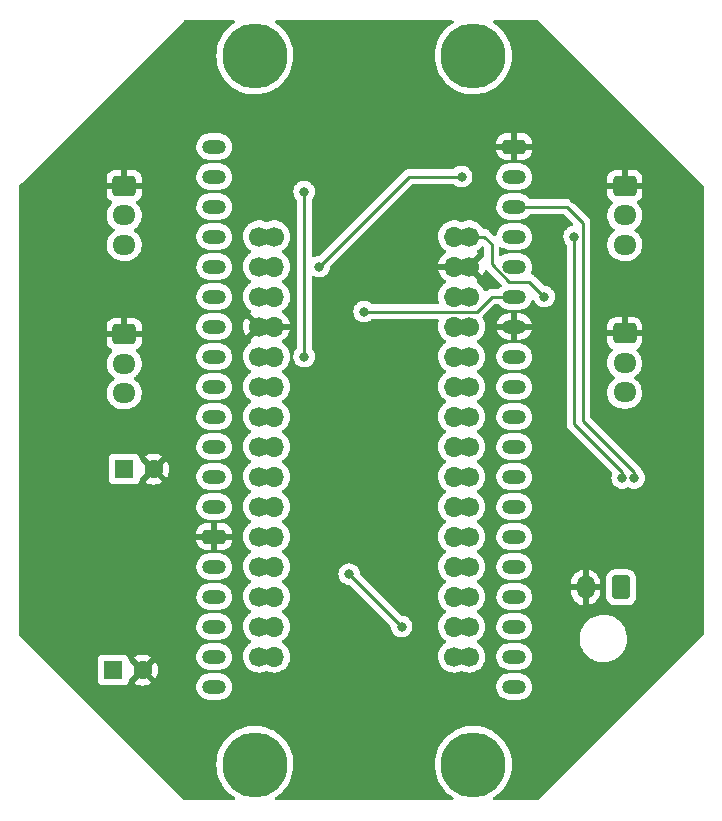
<source format=gbr>
%TF.GenerationSoftware,KiCad,Pcbnew,(6.0.0-0)*%
%TF.CreationDate,2022-11-20T21:56:21+02:00*%
%TF.ProjectId,realant_esp32,7265616c-616e-4745-9f65-737033322e6b,1.2*%
%TF.SameCoordinates,Original*%
%TF.FileFunction,Copper,L2,Bot*%
%TF.FilePolarity,Positive*%
%FSLAX46Y46*%
G04 Gerber Fmt 4.6, Leading zero omitted, Abs format (unit mm)*
G04 Created by KiCad (PCBNEW (6.0.0-0)) date 2022-11-20 21:56:21*
%MOMM*%
%LPD*%
G01*
G04 APERTURE LIST*
G04 Aperture macros list*
%AMRoundRect*
0 Rectangle with rounded corners*
0 $1 Rounding radius*
0 $2 $3 $4 $5 $6 $7 $8 $9 X,Y pos of 4 corners*
0 Add a 4 corners polygon primitive as box body*
4,1,4,$2,$3,$4,$5,$6,$7,$8,$9,$2,$3,0*
0 Add four circle primitives for the rounded corners*
1,1,$1+$1,$2,$3*
1,1,$1+$1,$4,$5*
1,1,$1+$1,$6,$7*
1,1,$1+$1,$8,$9*
0 Add four rect primitives between the rounded corners*
20,1,$1+$1,$2,$3,$4,$5,0*
20,1,$1+$1,$4,$5,$6,$7,0*
20,1,$1+$1,$6,$7,$8,$9,0*
20,1,$1+$1,$8,$9,$2,$3,0*%
G04 Aperture macros list end*
%TA.AperFunction,ComponentPad*%
%ADD10C,5.500000*%
%TD*%
%TA.AperFunction,ComponentPad*%
%ADD11RoundRect,0.250000X-0.725000X0.600000X-0.725000X-0.600000X0.725000X-0.600000X0.725000X0.600000X0*%
%TD*%
%TA.AperFunction,ComponentPad*%
%ADD12O,1.950000X1.700000*%
%TD*%
%TA.AperFunction,ComponentPad*%
%ADD13R,1.600000X1.600000*%
%TD*%
%TA.AperFunction,ComponentPad*%
%ADD14C,1.600000*%
%TD*%
%TA.AperFunction,ComponentPad*%
%ADD15C,1.700000*%
%TD*%
%TA.AperFunction,ComponentPad*%
%ADD16O,1.700000X1.700000*%
%TD*%
%TA.AperFunction,ComponentPad*%
%ADD17RoundRect,0.250001X0.499999X0.759999X-0.499999X0.759999X-0.499999X-0.759999X0.499999X-0.759999X0*%
%TD*%
%TA.AperFunction,ComponentPad*%
%ADD18O,1.500000X2.020000*%
%TD*%
%TA.AperFunction,ComponentPad*%
%ADD19RoundRect,0.300000X-0.700000X0.300000X-0.700000X-0.300000X0.700000X-0.300000X0.700000X0.300000X0*%
%TD*%
%TA.AperFunction,ComponentPad*%
%ADD20O,2.000000X1.200000*%
%TD*%
%TA.AperFunction,ViaPad*%
%ADD21C,0.800000*%
%TD*%
%TA.AperFunction,Conductor*%
%ADD22C,0.250000*%
%TD*%
G04 APERTURE END LIST*
D10*
%TO.P,REF\u002A\u002A,1*%
%TO.N,N/C*%
X86000000Y-119000000D03*
%TD*%
D11*
%TO.P,J1,1,GND*%
%TO.N,GND*%
X74930000Y-70000000D03*
D12*
%TO.P,J1,2,V_{mot}*%
%TO.N,+12V*%
X74930000Y-72500000D03*
%TO.P,J1,3,DATA*%
%TO.N,Net-(J1-Pad3)*%
X74930000Y-75000000D03*
%TD*%
D11*
%TO.P,J4,1,GND*%
%TO.N,GND*%
X117300000Y-82500000D03*
D12*
%TO.P,J4,2,V_{mot}*%
%TO.N,+12V*%
X117300000Y-85000000D03*
%TO.P,J4,3,DATA*%
%TO.N,Net-(J1-Pad3)*%
X117300000Y-87500000D03*
%TD*%
D10*
%TO.P,REF\u002A\u002A,1*%
%TO.N,N/C*%
X104500000Y-119000000D03*
%TD*%
D13*
%TO.P,C2,1*%
%TO.N,+5V*%
X74000000Y-111000000D03*
D14*
%TO.P,C2,2*%
%TO.N,GND*%
X76500000Y-111000000D03*
%TD*%
D11*
%TO.P,J3,1,GND*%
%TO.N,GND*%
X117320000Y-70000000D03*
D12*
%TO.P,J3,2,V_{mot}*%
%TO.N,+12V*%
X117320000Y-72500000D03*
%TO.P,J3,3,DATA*%
%TO.N,Net-(J1-Pad3)*%
X117320000Y-75000000D03*
%TD*%
D13*
%TO.P,C3,1*%
%TO.N,+12V*%
X74930000Y-93980000D03*
D14*
%TO.P,C3,2*%
%TO.N,GND*%
X77430000Y-93980000D03*
%TD*%
D15*
%TO.P,U2,1,D13*%
%TO.N,unconnected-(U2-Pad1)*%
X104140000Y-109855000D03*
X102870000Y-109855000D03*
D16*
%TO.P,U2,2,+3V3*%
%TO.N,+3V3*%
X102870000Y-107315000D03*
D15*
X104140000Y-107315000D03*
D16*
%TO.P,U2,3,AREF*%
%TO.N,unconnected-(U2-Pad3)*%
X102870000Y-104775000D03*
D15*
X104140000Y-104775000D03*
D16*
%TO.P,U2,4,D14*%
%TO.N,unconnected-(U2-Pad4)*%
X102870000Y-102235000D03*
D15*
X104140000Y-102235000D03*
%TO.P,U2,5,D15*%
%TO.N,unconnected-(U2-Pad5)*%
X104140000Y-99695000D03*
D16*
X102870000Y-99695000D03*
%TO.P,U2,6,D16*%
%TO.N,unconnected-(U2-Pad6)*%
X102870000Y-97155000D03*
D15*
X104140000Y-97155000D03*
D16*
%TO.P,U2,7,D17*%
%TO.N,unconnected-(U2-Pad7)*%
X102870000Y-94615000D03*
D15*
X104140000Y-94615000D03*
%TO.P,U2,8,D18*%
%TO.N,unconnected-(U2-Pad8)*%
X104140000Y-92075000D03*
D16*
X102870000Y-92075000D03*
%TO.P,U2,9,D19*%
%TO.N,unconnected-(U2-Pad9)*%
X102870000Y-89535000D03*
D15*
X104140000Y-89535000D03*
%TO.P,U2,10,D20*%
%TO.N,unconnected-(U2-Pad10)*%
X104140000Y-86995000D03*
D16*
X102870000Y-86995000D03*
D15*
%TO.P,U2,11,D21*%
%TO.N,unconnected-(U2-Pad11)*%
X104140000Y-84455000D03*
D16*
X102870000Y-84455000D03*
D15*
%TO.P,U2,12,VUSB*%
%TO.N,unconnected-(U2-Pad12)*%
X104140000Y-81915000D03*
D16*
X102870000Y-81915000D03*
%TO.P,U2,13,RESET*%
%TO.N,unconnected-(U2-Pad13)*%
X102870000Y-79375000D03*
D15*
X104140000Y-79375000D03*
D16*
%TO.P,U2,14,GND*%
%TO.N,GND*%
X102870000Y-76835000D03*
D15*
X104140000Y-76835000D03*
%TO.P,U2,15,VIN*%
%TO.N,+5V*%
X104140000Y-74295000D03*
D16*
X102870000Y-74295000D03*
D15*
%TO.P,U2,16,TX*%
%TO.N,/TXD*%
X87630000Y-74295000D03*
X86360000Y-74295000D03*
D16*
%TO.P,U2,17,RX*%
%TO.N,/RXD*%
X87630000Y-76835000D03*
D15*
X86360000Y-76835000D03*
D16*
%TO.P,U2,18,RESET*%
%TO.N,unconnected-(U2-Pad18)*%
X87630000Y-79375000D03*
D15*
X86360000Y-79375000D03*
D16*
%TO.P,U2,19,GND*%
%TO.N,GND*%
X87630000Y-81915000D03*
D15*
X86360000Y-81915000D03*
%TO.P,U2,20,D2*%
%TO.N,/ENABLE*%
X86360000Y-84455000D03*
D16*
X87630000Y-84455000D03*
D15*
%TO.P,U2,21,D3*%
%TO.N,unconnected-(U2-Pad21)*%
X86360000Y-86995000D03*
D16*
X87630000Y-86995000D03*
%TO.P,U2,22,D4*%
%TO.N,unconnected-(U2-Pad22)*%
X87630000Y-89535000D03*
D15*
X86360000Y-89535000D03*
%TO.P,U2,23,D5*%
%TO.N,unconnected-(U2-Pad23)*%
X86360000Y-92075000D03*
D16*
X87630000Y-92075000D03*
%TO.P,U2,24,D6*%
%TO.N,unconnected-(U2-Pad24)*%
X87630000Y-94615000D03*
D15*
X86360000Y-94615000D03*
D16*
%TO.P,U2,25,D7*%
%TO.N,unconnected-(U2-Pad25)*%
X87630000Y-97155000D03*
D15*
X86360000Y-97155000D03*
%TO.P,U2,26,D8*%
%TO.N,unconnected-(U2-Pad26)*%
X86360000Y-99695000D03*
D16*
X87630000Y-99695000D03*
D15*
%TO.P,U2,27,D9*%
%TO.N,unconnected-(U2-Pad27)*%
X86360000Y-102235000D03*
D16*
X87630000Y-102235000D03*
%TO.P,U2,28,D10*%
%TO.N,unconnected-(U2-Pad28)*%
X87630000Y-104775000D03*
D15*
X86360000Y-104775000D03*
%TO.P,U2,29,D11*%
%TO.N,unconnected-(U2-Pad29)*%
X86360000Y-107315000D03*
D16*
X87630000Y-107315000D03*
D15*
%TO.P,U2,30,D12*%
%TO.N,unconnected-(U2-Pad30)*%
X86360000Y-109855000D03*
D16*
X87630000Y-109855000D03*
%TD*%
D11*
%TO.P,J2,1,GND*%
%TO.N,GND*%
X74930000Y-82550000D03*
D12*
%TO.P,J2,2,V_{mot}*%
%TO.N,+12V*%
X74930000Y-85050000D03*
%TO.P,J2,3,DATA*%
%TO.N,Net-(J1-Pad3)*%
X74930000Y-87550000D03*
%TD*%
D17*
%TO.P,U4,1,+12V*%
%TO.N,+12V*%
X117000000Y-104000000D03*
D18*
%TO.P,U4,2,GND*%
%TO.N,GND*%
X114000000Y-104000000D03*
%TD*%
D10*
%TO.P,REF\u002A\u002A,1*%
%TO.N,N/C*%
X86000000Y-59000000D03*
%TD*%
%TO.P,REF\u002A\u002A,1*%
%TO.N,N/C*%
X104500000Y-59000000D03*
%TD*%
D19*
%TO.P,U1,38,GND*%
%TO.N,GND*%
X107953680Y-66677720D03*
D20*
%TO.P,U1,37,GPIO23*%
%TO.N,/RXD*%
X107953680Y-69217720D03*
%TO.P,U1,36,GPIO22*%
%TO.N,/TXD*%
X107953680Y-71757720D03*
%TO.P,U1,35,U0TXD/GPIO1*%
%TO.N,unconnected-(U1-Pad35)*%
X107953680Y-74297720D03*
%TO.P,U1,34,U0RXD/GPIO3*%
%TO.N,unconnected-(U1-Pad34)*%
X107953680Y-76837720D03*
%TO.P,U1,33,GPIO21*%
%TO.N,/ENABLE*%
X107953680Y-79377720D03*
%TO.P,U1,32,GND*%
%TO.N,GND*%
X107953680Y-81917720D03*
%TO.P,U1,31,GPIO19*%
%TO.N,unconnected-(U1-Pad31)*%
X107953680Y-84457720D03*
%TO.P,U1,30,GPIO18*%
%TO.N,unconnected-(U1-Pad30)*%
X107953680Y-86997720D03*
%TO.P,U1,29,\u002AGPIO5*%
%TO.N,unconnected-(U1-Pad29)*%
X107953680Y-89537720D03*
%TO.P,U1,28,GPIO17*%
%TO.N,unconnected-(U1-Pad28)*%
X107953680Y-92077720D03*
%TO.P,U1,27,GPIO16*%
%TO.N,unconnected-(U1-Pad27)*%
X107953680Y-94617720D03*
%TO.P,U1,26,ADC2_CH0/GPIO4*%
%TO.N,unconnected-(U1-Pad26)*%
X107953680Y-97157720D03*
%TO.P,U1,25,\u002AGPIO0/BOOT/ADC2_CH1*%
%TO.N,unconnected-(U1-Pad25)*%
X107953680Y-99697720D03*
%TO.P,U1,24,ADC2_CH2/\u002AGPIO2*%
%TO.N,unconnected-(U1-Pad24)*%
X107953680Y-102237720D03*
%TO.P,U1,23,\u002AMTDO/GPIO15/ADC2_CH3*%
%TO.N,unconnected-(U1-Pad23)*%
X107953680Y-104777720D03*
%TO.P,U1,22,SD_DATA1/GPIO8*%
%TO.N,unconnected-(U1-Pad22)*%
X107953680Y-107317720D03*
%TO.P,U1,21,SD_DATA0/GPIO7*%
%TO.N,unconnected-(U1-Pad21)*%
X107950000Y-109855000D03*
%TO.P,U1,20,SD_CLK/GPIO6*%
%TO.N,unconnected-(U1-Pad20)*%
X107950000Y-112395000D03*
%TO.P,U1,19,5V*%
%TO.N,+5V*%
X82553680Y-112397720D03*
%TO.P,U1,18,CMD*%
%TO.N,unconnected-(U1-Pad18)*%
X82553680Y-109857720D03*
%TO.P,U1,17,SD_DATA3/GPIO10*%
%TO.N,unconnected-(U1-Pad17)*%
X82553680Y-107317720D03*
%TO.P,U1,16,SD_DATA2/GPIO9*%
%TO.N,unconnected-(U1-Pad16)*%
X82553680Y-104777720D03*
%TO.P,U1,15,MTCK/GPIO13/ADC2_CH4*%
%TO.N,unconnected-(U1-Pad15)*%
X82553680Y-102237720D03*
D19*
%TO.P,U1,14,GND*%
%TO.N,GND*%
X82553680Y-99697720D03*
D20*
%TO.P,U1,13,\u002AMTDI/GPIO12/ADC2_CH5*%
%TO.N,unconnected-(U1-Pad13)*%
X82553680Y-97157720D03*
%TO.P,U1,12,MTMS/GPIO14/ADC2_CH6*%
%TO.N,unconnected-(U1-Pad12)*%
X82553680Y-94617720D03*
%TO.P,U1,11,ADC2_CH7/GPIO27*%
%TO.N,unconnected-(U1-Pad11)*%
X82553680Y-92077720D03*
%TO.P,U1,10,DAC_2/ADC2_CH9/GPIO26*%
%TO.N,unconnected-(U1-Pad10)*%
X82553680Y-89537720D03*
%TO.P,U1,9,DAC_1/ADC2_CH8/GPIO25*%
%TO.N,unconnected-(U1-Pad9)*%
X82553680Y-86997720D03*
%TO.P,U1,8,32K_XN/GPIO33/ADC1_CH5*%
%TO.N,unconnected-(U1-Pad8)*%
X82553680Y-84457720D03*
%TO.P,U1,7,32K_XP/GPIO32/ADC1_CH4*%
%TO.N,unconnected-(U1-Pad7)*%
X82553680Y-81917720D03*
%TO.P,U1,6,VDET_2/GPIO35/ADC1_CH7*%
%TO.N,unconnected-(U1-Pad6)*%
X82553680Y-79377720D03*
%TO.P,U1,5,VDET_1/GPIO34/ADC1_CH6*%
%TO.N,unconnected-(U1-Pad5)*%
X82553680Y-76837720D03*
%TO.P,U1,4,SENSOR_VN/GPIO39/ADC1_CH3*%
%TO.N,unconnected-(U1-Pad4)*%
X82553680Y-74297720D03*
%TO.P,U1,3,SENSOR_VP/GPIO36/ADC1_CH0*%
%TO.N,unconnected-(U1-Pad3)*%
X82553680Y-71757720D03*
%TO.P,U1,2,CHIP_PU*%
%TO.N,unconnected-(U1-Pad2)*%
X82553680Y-69217720D03*
%TO.P,U1,1,3V3*%
%TO.N,+3V3*%
X82553680Y-66677720D03*
%TD*%
D21*
%TO.N,+5V*%
X110490000Y-79375000D03*
%TO.N,GND*%
X116840000Y-78740000D03*
X113030000Y-67310000D03*
X115570000Y-78740000D03*
X78740000Y-69850000D03*
X113030000Y-69850000D03*
X95885000Y-115570000D03*
X80010000Y-92710000D03*
X73660000Y-78740000D03*
X119380000Y-91440000D03*
X111760000Y-86995000D03*
X111760000Y-89535000D03*
X93980000Y-69850000D03*
X95250000Y-86360000D03*
X116840000Y-91440000D03*
X76200000Y-78740000D03*
X91440000Y-73660000D03*
X113030000Y-71120000D03*
X94615000Y-115570000D03*
X93980000Y-86360000D03*
X78740000Y-68580000D03*
X111760000Y-88265000D03*
X80010000Y-93980000D03*
X74930000Y-78740000D03*
X95250000Y-69850000D03*
X93345000Y-115570000D03*
X97155000Y-115570000D03*
X96520000Y-69850000D03*
X80010000Y-95250000D03*
X118110000Y-78740000D03*
X94615000Y-61595000D03*
X78740000Y-71120000D03*
X95885000Y-61595000D03*
X96520000Y-86360000D03*
X93345000Y-61595000D03*
X97155000Y-61595000D03*
X113030000Y-68580000D03*
%TO.N,+3V3*%
X90170000Y-84455000D03*
X98425000Y-107315000D03*
X93980000Y-102870000D03*
X90170000Y-70485000D03*
%TO.N,/RXD*%
X103505000Y-69215000D03*
X91440000Y-76835000D03*
%TO.N,/ENABLE*%
X95250000Y-80645000D03*
%TO.N,Net-(R4-Pad2)*%
X117094000Y-94742000D03*
X113030000Y-74295000D03*
%TO.N,/TXD*%
X118110000Y-94742000D03*
%TD*%
D22*
%TO.N,+5V*%
X105410000Y-74295000D02*
X106045000Y-74930000D01*
X104140000Y-74295000D02*
X105410000Y-74295000D01*
X107513492Y-78105000D02*
X109220000Y-78105000D01*
X109220000Y-78105000D02*
X110490000Y-79375000D01*
X106045000Y-74930000D02*
X106045000Y-76636508D01*
X106045000Y-76636508D02*
X107513492Y-78105000D01*
%TO.N,+3V3*%
X90170000Y-84455000D02*
X90170000Y-70485000D01*
X98425000Y-107315000D02*
X93980000Y-102870000D01*
%TO.N,/RXD*%
X91440000Y-76835000D02*
X99060000Y-69215000D01*
X99060000Y-69215000D02*
X103505000Y-69215000D01*
%TO.N,/ENABLE*%
X106047720Y-79377720D02*
X107953680Y-79377720D01*
X104775000Y-80645000D02*
X95250000Y-80645000D01*
X106045000Y-79375000D02*
X104775000Y-80645000D01*
X106045000Y-79375000D02*
X106047720Y-79377720D01*
%TO.N,Net-(R4-Pad2)*%
X113030000Y-85344000D02*
X113030000Y-90170000D01*
X117094000Y-94234000D02*
X117094000Y-94742000D01*
X113030000Y-74295000D02*
X113030000Y-85344000D01*
X113030000Y-90170000D02*
X117094000Y-94234000D01*
%TO.N,/TXD*%
X113754500Y-89878500D02*
X118110000Y-94234000D01*
X118110000Y-94234000D02*
X118110000Y-94742000D01*
X113754500Y-74384500D02*
X113754500Y-89878500D01*
X107953680Y-71757720D02*
X112397720Y-71757720D01*
X113754500Y-73114500D02*
X113754500Y-74384500D01*
X112397720Y-71757720D02*
X113754500Y-73114500D01*
%TD*%
%TA.AperFunction,Conductor*%
%TO.N,GND*%
G36*
X84279692Y-56020002D02*
G01*
X84326185Y-56073658D01*
X84336289Y-56143932D01*
X84306795Y-56208512D01*
X84276277Y-56234116D01*
X84175194Y-56294613D01*
X83893687Y-56507515D01*
X83636820Y-56749574D01*
X83407598Y-57017959D01*
X83208702Y-57309530D01*
X83042458Y-57620876D01*
X83041183Y-57624048D01*
X83041181Y-57624052D01*
X83037033Y-57634372D01*
X82910813Y-57948355D01*
X82815304Y-58288136D01*
X82814743Y-58291489D01*
X82814742Y-58291493D01*
X82757614Y-58632880D01*
X82757051Y-58636245D01*
X82736734Y-58988609D01*
X82754591Y-59341106D01*
X82755128Y-59344461D01*
X82755129Y-59344467D01*
X82793957Y-59586878D01*
X82810412Y-59689613D01*
X82903546Y-60030053D01*
X83032903Y-60358443D01*
X83034486Y-60361458D01*
X83195384Y-60667926D01*
X83195389Y-60667934D01*
X83196968Y-60670942D01*
X83198862Y-60673760D01*
X83198867Y-60673769D01*
X83218518Y-60703012D01*
X83393824Y-60963895D01*
X83621167Y-61233873D01*
X83623627Y-61236224D01*
X83623630Y-61236227D01*
X83873875Y-61475366D01*
X83873882Y-61475372D01*
X83876338Y-61477719D01*
X84156351Y-61692581D01*
X84159269Y-61694355D01*
X84455017Y-61874173D01*
X84455022Y-61874176D01*
X84457932Y-61875945D01*
X84461020Y-61877391D01*
X84461019Y-61877391D01*
X84774468Y-62024222D01*
X84774478Y-62024226D01*
X84777552Y-62025666D01*
X84780770Y-62026768D01*
X84780773Y-62026769D01*
X85108241Y-62138887D01*
X85108245Y-62138888D01*
X85111472Y-62139993D01*
X85114802Y-62140743D01*
X85114811Y-62140746D01*
X85358164Y-62195587D01*
X85455786Y-62217587D01*
X85459171Y-62217973D01*
X85459179Y-62217974D01*
X85803083Y-62257157D01*
X85803091Y-62257157D01*
X85806466Y-62257542D01*
X85809870Y-62257560D01*
X85809873Y-62257560D01*
X86001627Y-62258564D01*
X86159411Y-62259390D01*
X86162797Y-62259040D01*
X86162799Y-62259040D01*
X86507098Y-62223461D01*
X86507107Y-62223460D01*
X86510490Y-62223110D01*
X86513823Y-62222396D01*
X86513826Y-62222395D01*
X86683692Y-62185979D01*
X86855598Y-62149125D01*
X87190697Y-62038301D01*
X87511867Y-61891936D01*
X87605405Y-61836397D01*
X87812407Y-61713489D01*
X87812412Y-61713486D01*
X87815352Y-61711740D01*
X87840870Y-61692581D01*
X88094867Y-61501874D01*
X88097600Y-61499822D01*
X88355310Y-61258661D01*
X88585468Y-60991078D01*
X88785380Y-60700203D01*
X88786992Y-60697209D01*
X88786997Y-60697201D01*
X88951087Y-60392452D01*
X88952709Y-60389440D01*
X89085498Y-60062422D01*
X89093816Y-60033223D01*
X89181257Y-59726254D01*
X89182191Y-59722976D01*
X89241659Y-59375073D01*
X89243945Y-59337711D01*
X89263096Y-59024580D01*
X89263206Y-59022782D01*
X89263286Y-59000000D01*
X89244199Y-58647567D01*
X89187161Y-58299257D01*
X89092839Y-57959145D01*
X89089849Y-57951630D01*
X88963597Y-57634372D01*
X88962338Y-57631208D01*
X88797182Y-57319283D01*
X88790579Y-57309530D01*
X88601211Y-57029834D01*
X88601204Y-57029825D01*
X88599305Y-57027020D01*
X88597109Y-57024430D01*
X88597104Y-57024424D01*
X88508715Y-56920201D01*
X88371021Y-56757837D01*
X88115001Y-56514883D01*
X88112294Y-56512821D01*
X88112286Y-56512814D01*
X87953809Y-56392088D01*
X87834239Y-56301000D01*
X87722990Y-56233890D01*
X87674992Y-56181576D01*
X87662897Y-56111617D01*
X87690544Y-56046225D01*
X87749156Y-56006161D01*
X87788073Y-56000000D01*
X102711571Y-56000000D01*
X102779692Y-56020002D01*
X102826185Y-56073658D01*
X102836289Y-56143932D01*
X102806795Y-56208512D01*
X102776277Y-56234116D01*
X102675194Y-56294613D01*
X102393687Y-56507515D01*
X102136820Y-56749574D01*
X101907598Y-57017959D01*
X101708702Y-57309530D01*
X101542458Y-57620876D01*
X101541183Y-57624048D01*
X101541181Y-57624052D01*
X101537033Y-57634372D01*
X101410813Y-57948355D01*
X101315304Y-58288136D01*
X101314743Y-58291489D01*
X101314742Y-58291493D01*
X101257614Y-58632880D01*
X101257051Y-58636245D01*
X101236734Y-58988609D01*
X101254591Y-59341106D01*
X101255128Y-59344461D01*
X101255129Y-59344467D01*
X101293957Y-59586878D01*
X101310412Y-59689613D01*
X101403546Y-60030053D01*
X101532903Y-60358443D01*
X101534486Y-60361458D01*
X101695384Y-60667926D01*
X101695389Y-60667934D01*
X101696968Y-60670942D01*
X101698862Y-60673760D01*
X101698867Y-60673769D01*
X101718518Y-60703012D01*
X101893824Y-60963895D01*
X102121167Y-61233873D01*
X102123627Y-61236224D01*
X102123630Y-61236227D01*
X102373875Y-61475366D01*
X102373882Y-61475372D01*
X102376338Y-61477719D01*
X102656351Y-61692581D01*
X102659269Y-61694355D01*
X102955017Y-61874173D01*
X102955022Y-61874176D01*
X102957932Y-61875945D01*
X102961020Y-61877391D01*
X102961019Y-61877391D01*
X103274468Y-62024222D01*
X103274478Y-62024226D01*
X103277552Y-62025666D01*
X103280770Y-62026768D01*
X103280773Y-62026769D01*
X103608241Y-62138887D01*
X103608245Y-62138888D01*
X103611472Y-62139993D01*
X103614802Y-62140743D01*
X103614811Y-62140746D01*
X103858164Y-62195587D01*
X103955786Y-62217587D01*
X103959171Y-62217973D01*
X103959179Y-62217974D01*
X104303083Y-62257157D01*
X104303091Y-62257157D01*
X104306466Y-62257542D01*
X104309870Y-62257560D01*
X104309873Y-62257560D01*
X104501627Y-62258564D01*
X104659411Y-62259390D01*
X104662797Y-62259040D01*
X104662799Y-62259040D01*
X105007098Y-62223461D01*
X105007107Y-62223460D01*
X105010490Y-62223110D01*
X105013823Y-62222396D01*
X105013826Y-62222395D01*
X105183692Y-62185979D01*
X105355598Y-62149125D01*
X105690697Y-62038301D01*
X106011867Y-61891936D01*
X106105405Y-61836397D01*
X106312407Y-61713489D01*
X106312412Y-61713486D01*
X106315352Y-61711740D01*
X106340870Y-61692581D01*
X106594867Y-61501874D01*
X106597600Y-61499822D01*
X106855310Y-61258661D01*
X107085468Y-60991078D01*
X107285380Y-60700203D01*
X107286992Y-60697209D01*
X107286997Y-60697201D01*
X107451087Y-60392452D01*
X107452709Y-60389440D01*
X107585498Y-60062422D01*
X107593816Y-60033223D01*
X107681257Y-59726254D01*
X107682191Y-59722976D01*
X107741659Y-59375073D01*
X107743945Y-59337711D01*
X107763096Y-59024580D01*
X107763206Y-59022782D01*
X107763286Y-59000000D01*
X107744199Y-58647567D01*
X107687161Y-58299257D01*
X107592839Y-57959145D01*
X107589849Y-57951630D01*
X107463597Y-57634372D01*
X107462338Y-57631208D01*
X107297182Y-57319283D01*
X107290579Y-57309530D01*
X107101211Y-57029834D01*
X107101204Y-57029825D01*
X107099305Y-57027020D01*
X107097109Y-57024430D01*
X107097104Y-57024424D01*
X107008715Y-56920201D01*
X106871021Y-56757837D01*
X106615001Y-56514883D01*
X106612294Y-56512821D01*
X106612286Y-56512814D01*
X106453809Y-56392088D01*
X106334239Y-56301000D01*
X106222990Y-56233890D01*
X106174992Y-56181576D01*
X106162897Y-56111617D01*
X106190544Y-56046225D01*
X106249156Y-56006161D01*
X106288073Y-56000000D01*
X109947810Y-56000000D01*
X110015931Y-56020002D01*
X110036905Y-56036905D01*
X123963095Y-69963095D01*
X123997121Y-70025407D01*
X124000000Y-70052190D01*
X124000000Y-107947810D01*
X123979998Y-108015931D01*
X123963095Y-108036905D01*
X110036905Y-121963095D01*
X109974593Y-121997121D01*
X109947810Y-122000000D01*
X106288870Y-122000000D01*
X106220749Y-121979998D01*
X106174256Y-121926342D01*
X106164152Y-121856068D01*
X106193646Y-121791488D01*
X106224542Y-121765659D01*
X106312407Y-121713489D01*
X106312412Y-121713486D01*
X106315352Y-121711740D01*
X106340870Y-121692581D01*
X106594867Y-121501874D01*
X106597600Y-121499822D01*
X106855310Y-121258661D01*
X107085468Y-120991078D01*
X107285380Y-120700203D01*
X107286992Y-120697209D01*
X107286997Y-120697201D01*
X107451087Y-120392452D01*
X107452709Y-120389440D01*
X107585498Y-120062422D01*
X107593816Y-120033223D01*
X107681257Y-119726254D01*
X107682191Y-119722976D01*
X107741659Y-119375073D01*
X107743945Y-119337711D01*
X107763096Y-119024580D01*
X107763206Y-119022782D01*
X107763286Y-119000000D01*
X107744199Y-118647567D01*
X107687161Y-118299257D01*
X107592839Y-117959145D01*
X107589849Y-117951630D01*
X107463597Y-117634372D01*
X107462338Y-117631208D01*
X107297182Y-117319283D01*
X107290579Y-117309530D01*
X107101211Y-117029834D01*
X107101204Y-117029825D01*
X107099305Y-117027020D01*
X107097109Y-117024430D01*
X107097104Y-117024424D01*
X107008715Y-116920201D01*
X106871021Y-116757837D01*
X106615001Y-116514883D01*
X106612294Y-116512821D01*
X106612286Y-116512814D01*
X106453809Y-116392088D01*
X106334239Y-116301000D01*
X106032020Y-116118689D01*
X106028930Y-116117255D01*
X106028925Y-116117252D01*
X105871950Y-116044387D01*
X105711879Y-115970085D01*
X105708654Y-115968993D01*
X105708648Y-115968991D01*
X105380798Y-115858020D01*
X105380793Y-115858018D01*
X105377562Y-115856925D01*
X105363832Y-115853881D01*
X105294730Y-115838562D01*
X105032979Y-115780533D01*
X104908353Y-115766774D01*
X104685543Y-115742175D01*
X104685538Y-115742175D01*
X104682162Y-115741802D01*
X104678763Y-115741796D01*
X104678762Y-115741796D01*
X104512289Y-115741506D01*
X104329213Y-115741186D01*
X104198206Y-115755187D01*
X103981646Y-115778330D01*
X103981640Y-115778331D01*
X103978262Y-115778692D01*
X103633414Y-115853881D01*
X103298704Y-115965873D01*
X102978047Y-116113359D01*
X102675194Y-116294613D01*
X102393687Y-116507515D01*
X102136820Y-116749574D01*
X101907598Y-117017959D01*
X101708702Y-117309530D01*
X101542458Y-117620876D01*
X101541183Y-117624048D01*
X101541181Y-117624052D01*
X101537033Y-117634372D01*
X101410813Y-117948355D01*
X101315304Y-118288136D01*
X101314743Y-118291489D01*
X101314742Y-118291493D01*
X101257614Y-118632880D01*
X101257051Y-118636245D01*
X101236734Y-118988609D01*
X101254591Y-119341106D01*
X101255128Y-119344461D01*
X101255129Y-119344467D01*
X101293957Y-119586878D01*
X101310412Y-119689613D01*
X101403546Y-120030053D01*
X101532903Y-120358443D01*
X101534486Y-120361458D01*
X101695384Y-120667926D01*
X101695389Y-120667934D01*
X101696968Y-120670942D01*
X101698862Y-120673760D01*
X101698867Y-120673769D01*
X101718518Y-120703012D01*
X101893824Y-120963895D01*
X102121167Y-121233873D01*
X102123627Y-121236224D01*
X102123630Y-121236227D01*
X102373875Y-121475366D01*
X102373882Y-121475372D01*
X102376338Y-121477719D01*
X102656351Y-121692581D01*
X102659269Y-121694355D01*
X102777660Y-121766338D01*
X102825475Y-121818819D01*
X102837326Y-121888820D01*
X102809451Y-121954115D01*
X102750700Y-121993974D01*
X102712201Y-122000000D01*
X87788870Y-122000000D01*
X87720749Y-121979998D01*
X87674256Y-121926342D01*
X87664152Y-121856068D01*
X87693646Y-121791488D01*
X87724542Y-121765659D01*
X87812407Y-121713489D01*
X87812412Y-121713486D01*
X87815352Y-121711740D01*
X87840870Y-121692581D01*
X88094867Y-121501874D01*
X88097600Y-121499822D01*
X88355310Y-121258661D01*
X88585468Y-120991078D01*
X88785380Y-120700203D01*
X88786992Y-120697209D01*
X88786997Y-120697201D01*
X88951087Y-120392452D01*
X88952709Y-120389440D01*
X89085498Y-120062422D01*
X89093816Y-120033223D01*
X89181257Y-119726254D01*
X89182191Y-119722976D01*
X89241659Y-119375073D01*
X89243945Y-119337711D01*
X89263096Y-119024580D01*
X89263206Y-119022782D01*
X89263286Y-119000000D01*
X89244199Y-118647567D01*
X89187161Y-118299257D01*
X89092839Y-117959145D01*
X89089849Y-117951630D01*
X88963597Y-117634372D01*
X88962338Y-117631208D01*
X88797182Y-117319283D01*
X88790579Y-117309530D01*
X88601211Y-117029834D01*
X88601204Y-117029825D01*
X88599305Y-117027020D01*
X88597109Y-117024430D01*
X88597104Y-117024424D01*
X88508715Y-116920201D01*
X88371021Y-116757837D01*
X88115001Y-116514883D01*
X88112294Y-116512821D01*
X88112286Y-116512814D01*
X87953809Y-116392088D01*
X87834239Y-116301000D01*
X87532020Y-116118689D01*
X87528930Y-116117255D01*
X87528925Y-116117252D01*
X87371950Y-116044387D01*
X87211879Y-115970085D01*
X87208654Y-115968993D01*
X87208648Y-115968991D01*
X86880798Y-115858020D01*
X86880793Y-115858018D01*
X86877562Y-115856925D01*
X86863832Y-115853881D01*
X86794730Y-115838562D01*
X86532979Y-115780533D01*
X86408353Y-115766774D01*
X86185543Y-115742175D01*
X86185538Y-115742175D01*
X86182162Y-115741802D01*
X86178763Y-115741796D01*
X86178762Y-115741796D01*
X86012289Y-115741506D01*
X85829213Y-115741186D01*
X85698206Y-115755187D01*
X85481646Y-115778330D01*
X85481640Y-115778331D01*
X85478262Y-115778692D01*
X85133414Y-115853881D01*
X84798704Y-115965873D01*
X84478047Y-116113359D01*
X84175194Y-116294613D01*
X83893687Y-116507515D01*
X83636820Y-116749574D01*
X83407598Y-117017959D01*
X83208702Y-117309530D01*
X83042458Y-117620876D01*
X83041183Y-117624048D01*
X83041181Y-117624052D01*
X83037033Y-117634372D01*
X82910813Y-117948355D01*
X82815304Y-118288136D01*
X82814743Y-118291489D01*
X82814742Y-118291493D01*
X82757614Y-118632880D01*
X82757051Y-118636245D01*
X82736734Y-118988609D01*
X82754591Y-119341106D01*
X82755128Y-119344461D01*
X82755129Y-119344467D01*
X82793957Y-119586878D01*
X82810412Y-119689613D01*
X82903546Y-120030053D01*
X83032903Y-120358443D01*
X83034486Y-120361458D01*
X83195384Y-120667926D01*
X83195389Y-120667934D01*
X83196968Y-120670942D01*
X83198862Y-120673760D01*
X83198867Y-120673769D01*
X83218518Y-120703012D01*
X83393824Y-120963895D01*
X83621167Y-121233873D01*
X83623627Y-121236224D01*
X83623630Y-121236227D01*
X83873875Y-121475366D01*
X83873882Y-121475372D01*
X83876338Y-121477719D01*
X84156351Y-121692581D01*
X84159269Y-121694355D01*
X84277660Y-121766338D01*
X84325475Y-121818819D01*
X84337326Y-121888820D01*
X84309451Y-121954115D01*
X84250700Y-121993974D01*
X84212201Y-122000000D01*
X80052190Y-122000000D01*
X79984069Y-121979998D01*
X79963095Y-121963095D01*
X70343324Y-112343324D01*
X81041467Y-112343324D01*
X81051247Y-112554619D01*
X81052651Y-112560444D01*
X81052651Y-112560445D01*
X81098744Y-112751701D01*
X81100805Y-112760254D01*
X81103287Y-112765712D01*
X81103288Y-112765716D01*
X81145496Y-112858546D01*
X81188354Y-112952807D01*
X81310734Y-113125331D01*
X81463530Y-113271601D01*
X81641228Y-113386340D01*
X81646794Y-113388583D01*
X81831848Y-113463162D01*
X81831851Y-113463163D01*
X81837417Y-113465406D01*
X82045017Y-113505948D01*
X82050579Y-113506220D01*
X83006526Y-113506220D01*
X83164246Y-113491172D01*
X83367214Y-113431628D01*
X83450791Y-113388583D01*
X83549929Y-113337524D01*
X83549932Y-113337522D01*
X83555260Y-113334778D01*
X83721600Y-113204116D01*
X83725532Y-113199585D01*
X83725535Y-113199582D01*
X83856301Y-113048887D01*
X83860232Y-113044357D01*
X83863232Y-113039171D01*
X83863235Y-113039167D01*
X83963147Y-112866462D01*
X83966153Y-112861266D01*
X84035541Y-112661449D01*
X84050186Y-112560445D01*
X84065032Y-112458056D01*
X84065032Y-112458053D01*
X84065893Y-112452116D01*
X84060732Y-112340604D01*
X106437787Y-112340604D01*
X106447567Y-112551899D01*
X106448971Y-112557724D01*
X106448971Y-112557725D01*
X106475334Y-112667113D01*
X106497125Y-112757534D01*
X106499607Y-112762992D01*
X106499608Y-112762996D01*
X106541712Y-112855598D01*
X106584674Y-112950087D01*
X106707054Y-113122611D01*
X106859850Y-113268881D01*
X107037548Y-113383620D01*
X107049863Y-113388583D01*
X107228168Y-113460442D01*
X107228171Y-113460443D01*
X107233737Y-113462686D01*
X107441337Y-113503228D01*
X107446899Y-113503500D01*
X108402846Y-113503500D01*
X108560566Y-113488452D01*
X108763534Y-113428908D01*
X108847111Y-113385863D01*
X108946249Y-113334804D01*
X108946252Y-113334802D01*
X108951580Y-113332058D01*
X109117920Y-113201396D01*
X109121852Y-113196865D01*
X109121855Y-113196862D01*
X109252621Y-113046167D01*
X109256552Y-113041637D01*
X109259552Y-113036451D01*
X109259555Y-113036447D01*
X109359467Y-112863742D01*
X109362473Y-112858546D01*
X109431861Y-112658729D01*
X109446506Y-112557725D01*
X109461352Y-112455336D01*
X109461352Y-112455333D01*
X109462213Y-112449396D01*
X109452433Y-112238101D01*
X109412780Y-112073566D01*
X109404281Y-112038299D01*
X109404280Y-112038297D01*
X109402875Y-112032466D01*
X109359525Y-111937122D01*
X109320608Y-111851531D01*
X109315326Y-111839913D01*
X109192946Y-111667389D01*
X109040150Y-111521119D01*
X108862452Y-111406380D01*
X108802354Y-111382160D01*
X108671832Y-111329558D01*
X108671829Y-111329557D01*
X108666263Y-111327314D01*
X108458663Y-111286772D01*
X108453101Y-111286500D01*
X107497154Y-111286500D01*
X107339434Y-111301548D01*
X107136466Y-111361092D01*
X107131139Y-111363836D01*
X107131138Y-111363836D01*
X106953751Y-111455196D01*
X106953748Y-111455198D01*
X106948420Y-111457942D01*
X106782080Y-111588604D01*
X106778148Y-111593135D01*
X106778145Y-111593138D01*
X106674819Y-111712211D01*
X106643448Y-111748363D01*
X106640448Y-111753549D01*
X106640445Y-111753553D01*
X106583764Y-111851531D01*
X106537527Y-111931454D01*
X106468139Y-112131271D01*
X106467278Y-112137206D01*
X106467278Y-112137208D01*
X106443298Y-112302598D01*
X106437787Y-112340604D01*
X84060732Y-112340604D01*
X84056113Y-112240821D01*
X84021712Y-112098077D01*
X84007961Y-112041019D01*
X84007960Y-112041017D01*
X84006555Y-112035186D01*
X83963205Y-111939842D01*
X83946208Y-111902460D01*
X83919006Y-111842633D01*
X83796626Y-111670109D01*
X83643830Y-111523839D01*
X83466132Y-111409100D01*
X83366110Y-111368790D01*
X83275512Y-111332278D01*
X83275509Y-111332277D01*
X83269943Y-111330034D01*
X83062343Y-111289492D01*
X83056781Y-111289220D01*
X82100834Y-111289220D01*
X81943114Y-111304268D01*
X81740146Y-111363812D01*
X81734819Y-111366556D01*
X81734818Y-111366556D01*
X81557431Y-111457916D01*
X81557428Y-111457918D01*
X81552100Y-111460662D01*
X81385760Y-111591324D01*
X81381828Y-111595855D01*
X81381825Y-111595858D01*
X81315514Y-111672275D01*
X81247128Y-111751083D01*
X81244128Y-111756269D01*
X81244125Y-111756273D01*
X81191009Y-111848088D01*
X81141207Y-111934174D01*
X81071819Y-112133991D01*
X81070958Y-112139926D01*
X81070958Y-112139928D01*
X81042723Y-112334664D01*
X81041467Y-112343324D01*
X70343324Y-112343324D01*
X69848134Y-111848134D01*
X72691500Y-111848134D01*
X72698255Y-111910316D01*
X72749385Y-112046705D01*
X72836739Y-112163261D01*
X72953295Y-112250615D01*
X73089684Y-112301745D01*
X73151866Y-112308500D01*
X74848134Y-112308500D01*
X74910316Y-112301745D01*
X75046705Y-112250615D01*
X75163261Y-112163261D01*
X75221119Y-112086062D01*
X75778493Y-112086062D01*
X75787789Y-112098077D01*
X75838994Y-112133931D01*
X75848489Y-112139414D01*
X76045947Y-112231490D01*
X76056239Y-112235236D01*
X76266688Y-112291625D01*
X76277481Y-112293528D01*
X76494525Y-112312517D01*
X76505475Y-112312517D01*
X76722519Y-112293528D01*
X76733312Y-112291625D01*
X76943761Y-112235236D01*
X76954053Y-112231490D01*
X77151511Y-112139414D01*
X77161006Y-112133931D01*
X77213048Y-112097491D01*
X77221424Y-112087012D01*
X77214356Y-112073566D01*
X76512812Y-111372022D01*
X76498868Y-111364408D01*
X76497035Y-111364539D01*
X76490420Y-111368790D01*
X75784923Y-112074287D01*
X75778493Y-112086062D01*
X75221119Y-112086062D01*
X75250615Y-112046705D01*
X75301745Y-111910316D01*
X75308500Y-111848134D01*
X75308500Y-111844815D01*
X75332153Y-111777890D01*
X75378156Y-111742196D01*
X75377141Y-111740266D01*
X75388000Y-111734558D01*
X75388245Y-111734368D01*
X75388403Y-111734347D01*
X75426434Y-111714356D01*
X76127978Y-111012812D01*
X76134356Y-111001132D01*
X76864408Y-111001132D01*
X76864539Y-111002965D01*
X76868790Y-111009580D01*
X77574287Y-111715077D01*
X77586062Y-111721507D01*
X77598077Y-111712211D01*
X77633931Y-111661006D01*
X77639414Y-111651511D01*
X77731490Y-111454053D01*
X77735236Y-111443761D01*
X77791625Y-111233312D01*
X77793528Y-111222519D01*
X77812517Y-111005475D01*
X77812517Y-110994525D01*
X77793528Y-110777481D01*
X77791625Y-110766688D01*
X77735236Y-110556239D01*
X77731490Y-110545947D01*
X77639414Y-110348489D01*
X77633931Y-110338994D01*
X77597491Y-110286952D01*
X77587012Y-110278576D01*
X77573566Y-110285644D01*
X76872022Y-110987188D01*
X76864408Y-111001132D01*
X76134356Y-111001132D01*
X76135592Y-110998868D01*
X76135461Y-110997035D01*
X76131210Y-110990420D01*
X75425713Y-110284923D01*
X75383971Y-110262129D01*
X75373971Y-110259953D01*
X75323773Y-110209747D01*
X75308549Y-110156186D01*
X75308500Y-110155281D01*
X75308500Y-110151866D01*
X75301745Y-110089684D01*
X75250615Y-109953295D01*
X75220407Y-109912988D01*
X75778576Y-109912988D01*
X75785644Y-109926434D01*
X76487188Y-110627978D01*
X76501132Y-110635592D01*
X76502965Y-110635461D01*
X76509580Y-110631210D01*
X77215077Y-109925713D01*
X77221507Y-109913938D01*
X77212211Y-109901923D01*
X77161006Y-109866069D01*
X77151511Y-109860586D01*
X77028712Y-109803324D01*
X81041467Y-109803324D01*
X81051247Y-110014619D01*
X81052651Y-110020444D01*
X81052651Y-110020445D01*
X81099104Y-110213194D01*
X81100805Y-110220254D01*
X81103287Y-110225712D01*
X81103288Y-110225716D01*
X81145496Y-110318546D01*
X81188354Y-110412807D01*
X81310734Y-110585331D01*
X81463530Y-110731601D01*
X81641228Y-110846340D01*
X81646794Y-110848583D01*
X81831848Y-110923162D01*
X81831851Y-110923163D01*
X81837417Y-110925406D01*
X82045017Y-110965948D01*
X82050579Y-110966220D01*
X83006526Y-110966220D01*
X83164246Y-110951172D01*
X83367214Y-110891628D01*
X83450791Y-110848583D01*
X83549929Y-110797524D01*
X83549932Y-110797522D01*
X83555260Y-110794778D01*
X83721600Y-110664116D01*
X83725532Y-110659585D01*
X83725535Y-110659582D01*
X83856301Y-110508887D01*
X83860232Y-110504357D01*
X83863232Y-110499171D01*
X83863235Y-110499167D01*
X83963147Y-110326462D01*
X83966153Y-110321266D01*
X84035541Y-110121449D01*
X84039008Y-110097540D01*
X84065032Y-109918056D01*
X84065032Y-109918053D01*
X84065893Y-109912116D01*
X84061708Y-109821695D01*
X84997251Y-109821695D01*
X84997548Y-109826848D01*
X84997548Y-109826851D01*
X85008029Y-110008629D01*
X85010110Y-110044715D01*
X85011247Y-110049761D01*
X85011248Y-110049767D01*
X85018577Y-110082285D01*
X85059222Y-110262639D01*
X85143266Y-110469616D01*
X85167331Y-110508887D01*
X85244896Y-110635461D01*
X85259987Y-110660088D01*
X85406250Y-110828938D01*
X85523832Y-110926556D01*
X85571280Y-110965948D01*
X85578126Y-110971632D01*
X85771000Y-111084338D01*
X85979692Y-111164030D01*
X85984760Y-111165061D01*
X85984763Y-111165062D01*
X86092017Y-111186883D01*
X86198597Y-111208567D01*
X86203772Y-111208757D01*
X86203774Y-111208757D01*
X86416673Y-111216564D01*
X86416677Y-111216564D01*
X86421837Y-111216753D01*
X86426957Y-111216097D01*
X86426959Y-111216097D01*
X86638288Y-111189025D01*
X86638289Y-111189025D01*
X86643416Y-111188368D01*
X86648366Y-111186883D01*
X86852438Y-111125658D01*
X86852439Y-111125658D01*
X86857384Y-111124174D01*
X86934943Y-111086178D01*
X87004917Y-111074171D01*
X87040912Y-111084569D01*
X87041000Y-111084338D01*
X87249692Y-111164030D01*
X87254760Y-111165061D01*
X87254763Y-111165062D01*
X87362017Y-111186883D01*
X87468597Y-111208567D01*
X87473772Y-111208757D01*
X87473774Y-111208757D01*
X87686673Y-111216564D01*
X87686677Y-111216564D01*
X87691837Y-111216753D01*
X87696957Y-111216097D01*
X87696959Y-111216097D01*
X87908288Y-111189025D01*
X87908289Y-111189025D01*
X87913416Y-111188368D01*
X87918366Y-111186883D01*
X88122429Y-111125661D01*
X88122434Y-111125659D01*
X88127384Y-111124174D01*
X88327994Y-111025896D01*
X88509860Y-110896173D01*
X88517151Y-110888908D01*
X88618056Y-110788354D01*
X88668096Y-110738489D01*
X88677979Y-110724736D01*
X88795435Y-110561277D01*
X88798453Y-110557077D01*
X88897430Y-110356811D01*
X88941518Y-110211701D01*
X88960865Y-110148023D01*
X88960865Y-110148021D01*
X88962370Y-110143069D01*
X88991529Y-109921590D01*
X88991739Y-109912988D01*
X88993074Y-109858365D01*
X88993074Y-109858361D01*
X88993156Y-109855000D01*
X88974852Y-109632361D01*
X88920431Y-109415702D01*
X88831354Y-109210840D01*
X88729332Y-109053138D01*
X88712822Y-109027617D01*
X88712820Y-109027614D01*
X88710014Y-109023277D01*
X88559670Y-108858051D01*
X88555619Y-108854852D01*
X88555615Y-108854848D01*
X88388414Y-108722800D01*
X88388410Y-108722798D01*
X88384359Y-108719598D01*
X88343053Y-108696796D01*
X88293084Y-108646364D01*
X88278312Y-108576921D01*
X88303428Y-108510516D01*
X88330780Y-108483909D01*
X88374603Y-108452650D01*
X88509860Y-108356173D01*
X88534896Y-108331225D01*
X88664435Y-108202137D01*
X88668096Y-108198489D01*
X88677670Y-108185166D01*
X88795435Y-108021277D01*
X88798453Y-108017077D01*
X88808006Y-107997749D01*
X88895136Y-107821453D01*
X88895137Y-107821451D01*
X88897430Y-107816811D01*
X88962370Y-107603069D01*
X88991529Y-107381590D01*
X88991615Y-107378056D01*
X88993074Y-107318365D01*
X88993074Y-107318361D01*
X88993156Y-107315000D01*
X88974852Y-107092361D01*
X88920431Y-106875702D01*
X88831354Y-106670840D01*
X88747023Y-106540484D01*
X88712822Y-106487617D01*
X88712820Y-106487614D01*
X88710014Y-106483277D01*
X88559670Y-106318051D01*
X88555619Y-106314852D01*
X88555615Y-106314848D01*
X88388414Y-106182800D01*
X88388410Y-106182798D01*
X88384359Y-106179598D01*
X88343053Y-106156796D01*
X88293084Y-106106364D01*
X88278312Y-106036921D01*
X88303428Y-105970516D01*
X88330780Y-105943909D01*
X88374603Y-105912650D01*
X88509860Y-105816173D01*
X88559868Y-105766340D01*
X88664435Y-105662137D01*
X88668096Y-105658489D01*
X88727594Y-105575689D01*
X88795435Y-105481277D01*
X88798453Y-105477077D01*
X88823262Y-105426881D01*
X88895136Y-105281453D01*
X88895137Y-105281451D01*
X88897430Y-105276811D01*
X88962370Y-105063069D01*
X88991529Y-104841590D01*
X88991615Y-104838056D01*
X88993074Y-104778365D01*
X88993074Y-104778361D01*
X88993156Y-104775000D01*
X88974852Y-104552361D01*
X88920431Y-104335702D01*
X88831354Y-104130840D01*
X88731092Y-103975858D01*
X88712822Y-103947617D01*
X88712820Y-103947614D01*
X88710014Y-103943277D01*
X88559670Y-103778051D01*
X88555619Y-103774852D01*
X88555615Y-103774848D01*
X88388414Y-103642800D01*
X88388410Y-103642798D01*
X88384359Y-103639598D01*
X88343053Y-103616796D01*
X88293084Y-103566364D01*
X88278312Y-103496921D01*
X88303428Y-103430516D01*
X88330780Y-103403909D01*
X88378720Y-103369714D01*
X88509860Y-103276173D01*
X88559868Y-103226340D01*
X88664435Y-103122137D01*
X88668096Y-103118489D01*
X88686783Y-103092484D01*
X88795435Y-102941277D01*
X88798453Y-102937077D01*
X88806292Y-102921217D01*
X88831605Y-102870000D01*
X93066496Y-102870000D01*
X93067186Y-102876565D01*
X93085186Y-103047822D01*
X93086458Y-103059928D01*
X93145473Y-103241556D01*
X93148776Y-103247278D01*
X93148777Y-103247279D01*
X93165459Y-103276173D01*
X93240960Y-103406944D01*
X93245378Y-103411851D01*
X93245379Y-103411852D01*
X93353235Y-103531638D01*
X93368747Y-103548866D01*
X93425777Y-103590301D01*
X93507932Y-103649990D01*
X93523248Y-103661118D01*
X93529276Y-103663802D01*
X93529278Y-103663803D01*
X93691681Y-103736109D01*
X93697712Y-103738794D01*
X93791112Y-103758647D01*
X93878056Y-103777128D01*
X93878061Y-103777128D01*
X93884513Y-103778500D01*
X93940406Y-103778500D01*
X94008527Y-103798502D01*
X94029501Y-103815405D01*
X97477878Y-107263782D01*
X97511904Y-107326094D01*
X97514092Y-107339703D01*
X97531458Y-107504928D01*
X97590473Y-107686556D01*
X97593776Y-107692278D01*
X97593777Y-107692279D01*
X97614069Y-107727425D01*
X97685960Y-107851944D01*
X97690378Y-107856851D01*
X97690379Y-107856852D01*
X97796534Y-107974749D01*
X97813747Y-107993866D01*
X97968248Y-108106118D01*
X97974276Y-108108802D01*
X97974278Y-108108803D01*
X97999625Y-108120088D01*
X98142712Y-108183794D01*
X98229009Y-108202137D01*
X98323056Y-108222128D01*
X98323061Y-108222128D01*
X98329513Y-108223500D01*
X98520487Y-108223500D01*
X98526939Y-108222128D01*
X98526944Y-108222128D01*
X98620991Y-108202137D01*
X98707288Y-108183794D01*
X98850375Y-108120088D01*
X98875722Y-108108803D01*
X98875724Y-108108802D01*
X98881752Y-108106118D01*
X99036253Y-107993866D01*
X99053466Y-107974749D01*
X99159621Y-107856852D01*
X99159622Y-107856851D01*
X99164040Y-107851944D01*
X99235931Y-107727425D01*
X99256223Y-107692279D01*
X99256224Y-107692278D01*
X99259527Y-107686556D01*
X99318542Y-107504928D01*
X99325642Y-107437381D01*
X99337814Y-107321565D01*
X99338504Y-107315000D01*
X99332448Y-107257384D01*
X99319232Y-107131635D01*
X99319232Y-107131633D01*
X99318542Y-107125072D01*
X99259527Y-106943444D01*
X99164040Y-106778056D01*
X99085764Y-106691121D01*
X99040675Y-106641045D01*
X99040674Y-106641044D01*
X99036253Y-106636134D01*
X98910262Y-106544596D01*
X98887094Y-106527763D01*
X98887093Y-106527762D01*
X98881752Y-106523882D01*
X98875724Y-106521198D01*
X98875722Y-106521197D01*
X98713319Y-106448891D01*
X98713318Y-106448891D01*
X98707288Y-106446206D01*
X98613887Y-106426353D01*
X98526944Y-106407872D01*
X98526939Y-106407872D01*
X98520487Y-106406500D01*
X98464595Y-106406500D01*
X98396474Y-106386498D01*
X98375500Y-106369595D01*
X94927122Y-102921217D01*
X94893096Y-102858905D01*
X94890907Y-102845292D01*
X94887660Y-102814393D01*
X94879993Y-102741453D01*
X94874232Y-102686635D01*
X94874232Y-102686633D01*
X94873542Y-102680072D01*
X94814527Y-102498444D01*
X94804745Y-102481500D01*
X94722341Y-102338774D01*
X94719040Y-102333056D01*
X94693696Y-102304908D01*
X94595675Y-102196045D01*
X94595674Y-102196044D01*
X94591253Y-102191134D01*
X94492157Y-102119136D01*
X94442094Y-102082763D01*
X94442093Y-102082762D01*
X94436752Y-102078882D01*
X94430724Y-102076198D01*
X94430722Y-102076197D01*
X94268319Y-102003891D01*
X94268318Y-102003891D01*
X94262288Y-102001206D01*
X94168887Y-101981353D01*
X94081944Y-101962872D01*
X94081939Y-101962872D01*
X94075487Y-101961500D01*
X93884513Y-101961500D01*
X93878061Y-101962872D01*
X93878056Y-101962872D01*
X93791112Y-101981353D01*
X93697712Y-102001206D01*
X93691682Y-102003891D01*
X93691681Y-102003891D01*
X93529278Y-102076197D01*
X93529276Y-102076198D01*
X93523248Y-102078882D01*
X93517907Y-102082762D01*
X93517906Y-102082763D01*
X93467843Y-102119136D01*
X93368747Y-102191134D01*
X93364326Y-102196044D01*
X93364325Y-102196045D01*
X93266305Y-102304908D01*
X93240960Y-102333056D01*
X93237659Y-102338774D01*
X93155256Y-102481500D01*
X93145473Y-102498444D01*
X93086458Y-102680072D01*
X93085768Y-102686633D01*
X93085768Y-102686635D01*
X93073135Y-102806832D01*
X93066496Y-102870000D01*
X88831605Y-102870000D01*
X88895136Y-102741453D01*
X88895137Y-102741451D01*
X88897430Y-102736811D01*
X88955530Y-102545581D01*
X88960865Y-102528023D01*
X88960865Y-102528021D01*
X88962370Y-102523069D01*
X88991529Y-102301590D01*
X88991615Y-102298056D01*
X88993074Y-102238365D01*
X88993074Y-102238361D01*
X88993156Y-102235000D01*
X88974852Y-102012361D01*
X88920431Y-101795702D01*
X88831354Y-101590840D01*
X88731092Y-101435858D01*
X88712822Y-101407617D01*
X88712820Y-101407614D01*
X88710014Y-101403277D01*
X88559670Y-101238051D01*
X88555619Y-101234852D01*
X88555615Y-101234848D01*
X88388414Y-101102800D01*
X88388410Y-101102798D01*
X88384359Y-101099598D01*
X88343053Y-101076796D01*
X88293084Y-101026364D01*
X88278312Y-100956921D01*
X88303428Y-100890516D01*
X88330780Y-100863909D01*
X88374603Y-100832650D01*
X88509860Y-100736173D01*
X88559868Y-100686340D01*
X88664435Y-100582137D01*
X88668096Y-100578489D01*
X88727594Y-100495689D01*
X88795435Y-100401277D01*
X88798453Y-100397077D01*
X88897430Y-100196811D01*
X88962370Y-99983069D01*
X88991529Y-99761590D01*
X88991615Y-99758056D01*
X88993074Y-99698365D01*
X88993074Y-99698361D01*
X88993156Y-99695000D01*
X88974852Y-99472361D01*
X88920431Y-99255702D01*
X88831354Y-99050840D01*
X88731092Y-98895858D01*
X88712822Y-98867617D01*
X88712820Y-98867614D01*
X88710014Y-98863277D01*
X88559670Y-98698051D01*
X88555619Y-98694852D01*
X88555615Y-98694848D01*
X88388414Y-98562800D01*
X88388410Y-98562798D01*
X88384359Y-98559598D01*
X88343053Y-98536796D01*
X88293084Y-98486364D01*
X88278312Y-98416921D01*
X88303428Y-98350516D01*
X88330780Y-98323909D01*
X88374603Y-98292650D01*
X88509860Y-98196173D01*
X88559868Y-98146340D01*
X88664435Y-98042137D01*
X88668096Y-98038489D01*
X88727594Y-97955689D01*
X88795435Y-97861277D01*
X88798453Y-97857077D01*
X88897430Y-97656811D01*
X88962370Y-97443069D01*
X88991529Y-97221590D01*
X88991615Y-97218056D01*
X88993074Y-97158365D01*
X88993074Y-97158361D01*
X88993156Y-97155000D01*
X88974852Y-96932361D01*
X88920431Y-96715702D01*
X88831354Y-96510840D01*
X88731092Y-96355858D01*
X88712822Y-96327617D01*
X88712820Y-96327614D01*
X88710014Y-96323277D01*
X88559670Y-96158051D01*
X88555619Y-96154852D01*
X88555615Y-96154848D01*
X88388414Y-96022800D01*
X88388410Y-96022798D01*
X88384359Y-96019598D01*
X88343053Y-95996796D01*
X88293084Y-95946364D01*
X88278312Y-95876921D01*
X88303428Y-95810516D01*
X88330780Y-95783909D01*
X88374603Y-95752650D01*
X88509860Y-95656173D01*
X88559868Y-95606340D01*
X88664435Y-95502137D01*
X88668096Y-95498489D01*
X88723874Y-95420866D01*
X88795435Y-95321277D01*
X88798453Y-95317077D01*
X88810592Y-95292517D01*
X88895136Y-95121453D01*
X88895137Y-95121451D01*
X88897430Y-95116811D01*
X88962370Y-94903069D01*
X88991529Y-94681590D01*
X88991615Y-94678056D01*
X88993074Y-94618365D01*
X88993074Y-94618361D01*
X88993156Y-94615000D01*
X88974852Y-94392361D01*
X88920431Y-94175702D01*
X88831354Y-93970840D01*
X88729423Y-93813278D01*
X88712822Y-93787617D01*
X88712820Y-93787614D01*
X88710014Y-93783277D01*
X88559670Y-93618051D01*
X88555619Y-93614852D01*
X88555615Y-93614848D01*
X88388414Y-93482800D01*
X88388410Y-93482798D01*
X88384359Y-93479598D01*
X88343053Y-93456796D01*
X88293084Y-93406364D01*
X88278312Y-93336921D01*
X88303428Y-93270516D01*
X88330780Y-93243909D01*
X88374603Y-93212650D01*
X88509860Y-93116173D01*
X88559868Y-93066340D01*
X88664435Y-92962137D01*
X88668096Y-92958489D01*
X88727594Y-92875689D01*
X88795435Y-92781277D01*
X88798453Y-92777077D01*
X88843233Y-92686472D01*
X88895136Y-92581453D01*
X88895137Y-92581451D01*
X88897430Y-92576811D01*
X88962370Y-92363069D01*
X88991529Y-92141590D01*
X88991615Y-92138056D01*
X88993074Y-92078365D01*
X88993074Y-92078361D01*
X88993156Y-92075000D01*
X88974852Y-91852361D01*
X88920431Y-91635702D01*
X88831354Y-91430840D01*
X88731092Y-91275858D01*
X88712822Y-91247617D01*
X88712820Y-91247614D01*
X88710014Y-91243277D01*
X88559670Y-91078051D01*
X88555619Y-91074852D01*
X88555615Y-91074848D01*
X88388414Y-90942800D01*
X88388410Y-90942798D01*
X88384359Y-90939598D01*
X88343053Y-90916796D01*
X88293084Y-90866364D01*
X88278312Y-90796921D01*
X88303428Y-90730516D01*
X88330780Y-90703909D01*
X88374603Y-90672650D01*
X88509860Y-90576173D01*
X88559868Y-90526340D01*
X88664435Y-90422137D01*
X88668096Y-90418489D01*
X88694933Y-90381142D01*
X88795435Y-90241277D01*
X88798453Y-90237077D01*
X88804077Y-90225699D01*
X88895136Y-90041453D01*
X88895137Y-90041451D01*
X88897430Y-90036811D01*
X88962370Y-89823069D01*
X88991529Y-89601590D01*
X88991615Y-89598056D01*
X88993074Y-89538365D01*
X88993074Y-89538361D01*
X88993156Y-89535000D01*
X88974852Y-89312361D01*
X88920431Y-89095702D01*
X88831354Y-88890840D01*
X88730557Y-88735032D01*
X88712822Y-88707617D01*
X88712820Y-88707614D01*
X88710014Y-88703277D01*
X88559670Y-88538051D01*
X88555619Y-88534852D01*
X88555615Y-88534848D01*
X88388414Y-88402800D01*
X88388410Y-88402798D01*
X88384359Y-88399598D01*
X88343053Y-88376796D01*
X88293084Y-88326364D01*
X88278312Y-88256921D01*
X88303428Y-88190516D01*
X88330780Y-88163909D01*
X88374603Y-88132650D01*
X88509860Y-88036173D01*
X88559868Y-87986340D01*
X88654747Y-87891791D01*
X88668096Y-87878489D01*
X88693761Y-87842773D01*
X88795435Y-87701277D01*
X88798453Y-87697077D01*
X88836789Y-87619511D01*
X88895136Y-87501453D01*
X88895137Y-87501451D01*
X88897430Y-87496811D01*
X88962370Y-87283069D01*
X88991529Y-87061590D01*
X88991615Y-87058056D01*
X88993074Y-86998365D01*
X88993074Y-86998361D01*
X88993156Y-86995000D01*
X88974852Y-86772361D01*
X88920431Y-86555702D01*
X88831354Y-86350840D01*
X88728305Y-86191550D01*
X88712822Y-86167617D01*
X88712820Y-86167614D01*
X88710014Y-86163277D01*
X88559670Y-85998051D01*
X88555619Y-85994852D01*
X88555615Y-85994848D01*
X88388414Y-85862800D01*
X88388410Y-85862798D01*
X88384359Y-85859598D01*
X88343053Y-85836796D01*
X88293084Y-85786364D01*
X88278312Y-85716921D01*
X88303428Y-85650516D01*
X88330780Y-85623909D01*
X88374603Y-85592650D01*
X88509860Y-85496173D01*
X88559868Y-85446340D01*
X88664435Y-85342137D01*
X88668096Y-85338489D01*
X88677670Y-85325166D01*
X88795435Y-85161277D01*
X88798453Y-85157077D01*
X88808006Y-85137749D01*
X88895136Y-84961453D01*
X88895137Y-84961451D01*
X88897430Y-84956811D01*
X88956462Y-84762516D01*
X88960865Y-84748023D01*
X88960865Y-84748021D01*
X88962370Y-84743069D01*
X88991529Y-84521590D01*
X88991615Y-84518056D01*
X88993074Y-84458365D01*
X88993074Y-84458361D01*
X88993156Y-84455000D01*
X89256496Y-84455000D01*
X89257186Y-84461565D01*
X89265656Y-84542148D01*
X89276458Y-84644928D01*
X89335473Y-84826556D01*
X89338776Y-84832278D01*
X89338777Y-84832279D01*
X89359069Y-84867425D01*
X89430960Y-84991944D01*
X89435378Y-84996851D01*
X89435379Y-84996852D01*
X89500896Y-85069616D01*
X89558747Y-85133866D01*
X89713248Y-85246118D01*
X89719276Y-85248802D01*
X89719278Y-85248803D01*
X89881681Y-85321109D01*
X89887712Y-85323794D01*
X89974009Y-85342137D01*
X90068056Y-85362128D01*
X90068061Y-85362128D01*
X90074513Y-85363500D01*
X90265487Y-85363500D01*
X90271939Y-85362128D01*
X90271944Y-85362128D01*
X90365991Y-85342137D01*
X90452288Y-85323794D01*
X90458319Y-85321109D01*
X90620722Y-85248803D01*
X90620724Y-85248802D01*
X90626752Y-85246118D01*
X90781253Y-85133866D01*
X90839104Y-85069616D01*
X90904621Y-84996852D01*
X90904622Y-84996851D01*
X90909040Y-84991944D01*
X90980931Y-84867425D01*
X91001223Y-84832279D01*
X91001224Y-84832278D01*
X91004527Y-84826556D01*
X91063542Y-84644928D01*
X91074345Y-84542148D01*
X91082814Y-84461565D01*
X91083504Y-84455000D01*
X91077448Y-84397384D01*
X91064232Y-84271635D01*
X91064232Y-84271633D01*
X91063542Y-84265072D01*
X91004527Y-84083444D01*
X90909040Y-83918056D01*
X90835863Y-83836785D01*
X90805147Y-83772779D01*
X90803500Y-83752476D01*
X90803500Y-80645000D01*
X94336496Y-80645000D01*
X94337186Y-80651565D01*
X94355713Y-80827835D01*
X94356458Y-80834928D01*
X94415473Y-81016556D01*
X94510960Y-81181944D01*
X94515378Y-81186851D01*
X94515379Y-81186852D01*
X94578170Y-81256588D01*
X94638747Y-81323866D01*
X94683335Y-81356261D01*
X94787846Y-81432193D01*
X94793248Y-81436118D01*
X94799276Y-81438802D01*
X94799278Y-81438803D01*
X94899086Y-81483240D01*
X94967712Y-81513794D01*
X95061112Y-81533647D01*
X95148056Y-81552128D01*
X95148061Y-81552128D01*
X95154513Y-81553500D01*
X95345487Y-81553500D01*
X95351939Y-81552128D01*
X95351944Y-81552128D01*
X95438888Y-81533647D01*
X95532288Y-81513794D01*
X95600914Y-81483240D01*
X95700722Y-81438803D01*
X95700724Y-81438802D01*
X95706752Y-81436118D01*
X95712155Y-81432193D01*
X95839671Y-81339546D01*
X95861253Y-81323866D01*
X95865668Y-81318963D01*
X95870580Y-81314540D01*
X95871705Y-81315789D01*
X95925014Y-81282949D01*
X95958200Y-81278500D01*
X101471527Y-81278500D01*
X101539648Y-81298502D01*
X101586141Y-81352158D01*
X101596245Y-81422432D01*
X101590745Y-81444182D01*
X101590688Y-81444305D01*
X101530989Y-81659570D01*
X101507251Y-81881695D01*
X101507548Y-81886848D01*
X101507548Y-81886851D01*
X101513011Y-81981590D01*
X101520110Y-82104715D01*
X101521247Y-82109761D01*
X101521248Y-82109767D01*
X101538645Y-82186962D01*
X101569222Y-82322639D01*
X101653266Y-82529616D01*
X101769987Y-82720088D01*
X101916250Y-82888938D01*
X102033252Y-82986075D01*
X102081280Y-83025948D01*
X102088126Y-83031632D01*
X102102195Y-83039853D01*
X102161445Y-83074476D01*
X102210169Y-83126114D01*
X102223240Y-83195897D01*
X102196509Y-83261669D01*
X102156055Y-83295027D01*
X102143607Y-83301507D01*
X102139474Y-83304610D01*
X102139471Y-83304612D01*
X101969100Y-83432530D01*
X101964965Y-83435635D01*
X101961393Y-83439373D01*
X101826445Y-83580588D01*
X101810629Y-83597138D01*
X101807715Y-83601410D01*
X101807714Y-83601411D01*
X101795404Y-83619457D01*
X101684743Y-83781680D01*
X101659163Y-83836787D01*
X101594223Y-83976690D01*
X101590688Y-83984305D01*
X101530989Y-84199570D01*
X101507251Y-84421695D01*
X101507548Y-84426848D01*
X101507548Y-84426851D01*
X101513011Y-84521590D01*
X101520110Y-84644715D01*
X101521247Y-84649761D01*
X101521248Y-84649767D01*
X101522033Y-84653248D01*
X101569222Y-84862639D01*
X101607461Y-84956811D01*
X101648913Y-85058895D01*
X101653266Y-85069616D01*
X101655965Y-85074020D01*
X101763072Y-85248803D01*
X101769987Y-85260088D01*
X101916250Y-85428938D01*
X102033832Y-85526556D01*
X102081280Y-85565948D01*
X102088126Y-85571632D01*
X102138822Y-85601256D01*
X102161445Y-85614476D01*
X102210169Y-85666114D01*
X102223240Y-85735897D01*
X102196509Y-85801669D01*
X102156055Y-85835027D01*
X102143607Y-85841507D01*
X102139474Y-85844610D01*
X102139471Y-85844612D01*
X101977057Y-85966556D01*
X101964965Y-85975635D01*
X101961393Y-85979373D01*
X101826445Y-86120588D01*
X101810629Y-86137138D01*
X101807715Y-86141410D01*
X101807714Y-86141411D01*
X101771549Y-86194427D01*
X101684743Y-86321680D01*
X101669003Y-86355590D01*
X101593073Y-86519168D01*
X101590688Y-86524305D01*
X101530989Y-86739570D01*
X101507251Y-86961695D01*
X101507548Y-86966848D01*
X101507548Y-86966851D01*
X101513011Y-87061590D01*
X101520110Y-87184715D01*
X101521247Y-87189761D01*
X101521248Y-87189767D01*
X101537403Y-87261449D01*
X101569222Y-87402639D01*
X101653266Y-87609616D01*
X101769987Y-87800088D01*
X101916250Y-87968938D01*
X102061447Y-88089483D01*
X102081280Y-88105948D01*
X102088126Y-88111632D01*
X102155935Y-88151256D01*
X102161445Y-88154476D01*
X102210169Y-88206114D01*
X102223240Y-88275897D01*
X102196509Y-88341669D01*
X102156055Y-88375027D01*
X102143607Y-88381507D01*
X102139474Y-88384610D01*
X102139471Y-88384612D01*
X101977057Y-88506556D01*
X101964965Y-88515635D01*
X101961393Y-88519373D01*
X101826445Y-88660588D01*
X101810629Y-88677138D01*
X101807715Y-88681410D01*
X101807714Y-88681411D01*
X101766852Y-88741312D01*
X101684743Y-88861680D01*
X101590688Y-89064305D01*
X101530989Y-89279570D01*
X101507251Y-89501695D01*
X101507548Y-89506848D01*
X101507548Y-89506851D01*
X101513011Y-89601590D01*
X101520110Y-89724715D01*
X101521247Y-89729761D01*
X101521248Y-89729767D01*
X101536065Y-89795512D01*
X101569222Y-89942639D01*
X101607461Y-90036811D01*
X101640362Y-90117836D01*
X101653266Y-90149616D01*
X101769987Y-90340088D01*
X101916250Y-90508938D01*
X102033832Y-90606556D01*
X102081280Y-90645948D01*
X102088126Y-90651632D01*
X102158595Y-90692811D01*
X102161445Y-90694476D01*
X102210169Y-90746114D01*
X102223240Y-90815897D01*
X102196509Y-90881669D01*
X102156055Y-90915027D01*
X102143607Y-90921507D01*
X102139474Y-90924610D01*
X102139471Y-90924612D01*
X101977057Y-91046556D01*
X101964965Y-91055635D01*
X101961393Y-91059373D01*
X101826445Y-91200588D01*
X101810629Y-91217138D01*
X101684743Y-91401680D01*
X101590688Y-91604305D01*
X101530989Y-91819570D01*
X101507251Y-92041695D01*
X101507548Y-92046848D01*
X101507548Y-92046851D01*
X101513011Y-92141590D01*
X101520110Y-92264715D01*
X101521247Y-92269761D01*
X101521248Y-92269767D01*
X101536065Y-92335512D01*
X101569222Y-92482639D01*
X101653266Y-92689616D01*
X101769987Y-92880088D01*
X101916250Y-93048938D01*
X102033832Y-93146556D01*
X102081280Y-93185948D01*
X102088126Y-93191632D01*
X102158595Y-93232811D01*
X102161445Y-93234476D01*
X102210169Y-93286114D01*
X102223240Y-93355897D01*
X102196509Y-93421669D01*
X102156055Y-93455027D01*
X102143607Y-93461507D01*
X102139474Y-93464610D01*
X102139471Y-93464612D01*
X101977057Y-93586556D01*
X101964965Y-93595635D01*
X101961393Y-93599373D01*
X101826445Y-93740588D01*
X101810629Y-93757138D01*
X101807715Y-93761410D01*
X101807714Y-93761411D01*
X101747653Y-93849457D01*
X101684743Y-93941680D01*
X101647059Y-94022863D01*
X101618298Y-94084825D01*
X101590688Y-94144305D01*
X101530989Y-94359570D01*
X101507251Y-94581695D01*
X101507548Y-94586848D01*
X101507548Y-94586851D01*
X101514901Y-94714368D01*
X101520110Y-94804715D01*
X101521247Y-94809761D01*
X101521248Y-94809767D01*
X101526153Y-94831531D01*
X101569222Y-95022639D01*
X101653266Y-95229616D01*
X101769987Y-95420088D01*
X101916250Y-95588938D01*
X102033832Y-95686556D01*
X102081280Y-95725948D01*
X102088126Y-95731632D01*
X102158595Y-95772811D01*
X102161445Y-95774476D01*
X102210169Y-95826114D01*
X102223240Y-95895897D01*
X102196509Y-95961669D01*
X102156055Y-95995027D01*
X102143607Y-96001507D01*
X102139474Y-96004610D01*
X102139471Y-96004612D01*
X101977057Y-96126556D01*
X101964965Y-96135635D01*
X101961393Y-96139373D01*
X101826445Y-96280588D01*
X101810629Y-96297138D01*
X101684743Y-96481680D01*
X101590688Y-96684305D01*
X101530989Y-96899570D01*
X101507251Y-97121695D01*
X101507548Y-97126848D01*
X101507548Y-97126851D01*
X101513011Y-97221590D01*
X101520110Y-97344715D01*
X101521247Y-97349761D01*
X101521248Y-97349767D01*
X101536065Y-97415512D01*
X101569222Y-97562639D01*
X101653266Y-97769616D01*
X101769987Y-97960088D01*
X101916250Y-98128938D01*
X102033832Y-98226556D01*
X102081280Y-98265948D01*
X102088126Y-98271632D01*
X102158595Y-98312811D01*
X102161445Y-98314476D01*
X102210169Y-98366114D01*
X102223240Y-98435897D01*
X102196509Y-98501669D01*
X102156055Y-98535027D01*
X102143607Y-98541507D01*
X102139474Y-98544610D01*
X102139471Y-98544612D01*
X101977057Y-98666556D01*
X101964965Y-98675635D01*
X101961393Y-98679373D01*
X101826445Y-98820588D01*
X101810629Y-98837138D01*
X101684743Y-99021680D01*
X101590688Y-99224305D01*
X101530989Y-99439570D01*
X101507251Y-99661695D01*
X101507548Y-99666848D01*
X101507548Y-99666851D01*
X101513011Y-99761590D01*
X101520110Y-99884715D01*
X101521247Y-99889761D01*
X101521248Y-99889767D01*
X101536065Y-99955512D01*
X101569222Y-100102639D01*
X101653266Y-100309616D01*
X101769987Y-100500088D01*
X101916250Y-100668938D01*
X102033832Y-100766556D01*
X102081280Y-100805948D01*
X102088126Y-100811632D01*
X102158595Y-100852811D01*
X102161445Y-100854476D01*
X102210169Y-100906114D01*
X102223240Y-100975897D01*
X102196509Y-101041669D01*
X102156055Y-101075027D01*
X102143607Y-101081507D01*
X102139474Y-101084610D01*
X102139471Y-101084612D01*
X101977057Y-101206556D01*
X101964965Y-101215635D01*
X101961393Y-101219373D01*
X101826445Y-101360588D01*
X101810629Y-101377138D01*
X101684743Y-101561680D01*
X101590688Y-101764305D01*
X101530989Y-101979570D01*
X101507251Y-102201695D01*
X101507548Y-102206848D01*
X101507548Y-102206851D01*
X101513011Y-102301590D01*
X101520110Y-102424715D01*
X101521247Y-102429761D01*
X101521248Y-102429767D01*
X101532907Y-102481500D01*
X101569222Y-102642639D01*
X101627983Y-102787352D01*
X101638964Y-102814393D01*
X101653266Y-102849616D01*
X101704019Y-102932438D01*
X101733836Y-102981094D01*
X101769987Y-103040088D01*
X101916250Y-103208938D01*
X102033832Y-103306556D01*
X102081280Y-103345948D01*
X102088126Y-103351632D01*
X102158595Y-103392811D01*
X102161445Y-103394476D01*
X102210169Y-103446114D01*
X102223240Y-103515897D01*
X102196509Y-103581669D01*
X102156055Y-103615027D01*
X102143607Y-103621507D01*
X102139474Y-103624610D01*
X102139471Y-103624612D01*
X101977057Y-103746556D01*
X101964965Y-103755635D01*
X101961393Y-103759373D01*
X101826445Y-103900588D01*
X101810629Y-103917138D01*
X101684743Y-104101680D01*
X101590688Y-104304305D01*
X101530989Y-104519570D01*
X101507251Y-104741695D01*
X101507548Y-104746848D01*
X101507548Y-104746851D01*
X101513011Y-104841590D01*
X101520110Y-104964715D01*
X101521247Y-104969761D01*
X101521248Y-104969767D01*
X101534328Y-105027806D01*
X101569222Y-105182639D01*
X101653266Y-105389616D01*
X101655965Y-105394020D01*
X101724185Y-105505345D01*
X101769987Y-105580088D01*
X101916250Y-105748938D01*
X102033832Y-105846556D01*
X102081280Y-105885948D01*
X102088126Y-105891632D01*
X102158595Y-105932811D01*
X102161445Y-105934476D01*
X102210169Y-105986114D01*
X102223240Y-106055897D01*
X102196509Y-106121669D01*
X102156055Y-106155027D01*
X102143607Y-106161507D01*
X102139474Y-106164610D01*
X102139471Y-106164612D01*
X101977057Y-106286556D01*
X101964965Y-106295635D01*
X101961393Y-106299373D01*
X101826445Y-106440588D01*
X101810629Y-106457138D01*
X101684743Y-106641680D01*
X101660481Y-106693949D01*
X101622834Y-106775053D01*
X101590688Y-106844305D01*
X101530989Y-107059570D01*
X101507251Y-107281695D01*
X101507548Y-107286848D01*
X101507548Y-107286851D01*
X101513011Y-107381590D01*
X101520110Y-107504715D01*
X101521247Y-107509761D01*
X101521248Y-107509767D01*
X101532976Y-107561807D01*
X101569222Y-107722639D01*
X101653266Y-107929616D01*
X101689629Y-107988955D01*
X101763933Y-108110208D01*
X101769987Y-108120088D01*
X101916250Y-108288938D01*
X102033009Y-108385873D01*
X102081280Y-108425948D01*
X102088126Y-108431632D01*
X102158595Y-108472811D01*
X102161445Y-108474476D01*
X102210169Y-108526114D01*
X102223240Y-108595897D01*
X102196509Y-108661669D01*
X102156055Y-108695027D01*
X102143607Y-108701507D01*
X102139474Y-108704610D01*
X102139471Y-108704612D01*
X101977057Y-108826556D01*
X101964965Y-108835635D01*
X101961393Y-108839373D01*
X101826445Y-108980588D01*
X101810629Y-108997138D01*
X101807715Y-109001410D01*
X101807714Y-109001411D01*
X101758037Y-109074235D01*
X101684743Y-109181680D01*
X101590688Y-109384305D01*
X101530989Y-109599570D01*
X101507251Y-109821695D01*
X101507548Y-109826848D01*
X101507548Y-109826851D01*
X101518029Y-110008629D01*
X101520110Y-110044715D01*
X101521247Y-110049761D01*
X101521248Y-110049767D01*
X101528577Y-110082285D01*
X101569222Y-110262639D01*
X101653266Y-110469616D01*
X101677331Y-110508887D01*
X101754896Y-110635461D01*
X101769987Y-110660088D01*
X101916250Y-110828938D01*
X102033832Y-110926556D01*
X102081280Y-110965948D01*
X102088126Y-110971632D01*
X102281000Y-111084338D01*
X102489692Y-111164030D01*
X102494760Y-111165061D01*
X102494763Y-111165062D01*
X102602017Y-111186883D01*
X102708597Y-111208567D01*
X102713772Y-111208757D01*
X102713774Y-111208757D01*
X102926673Y-111216564D01*
X102926677Y-111216564D01*
X102931837Y-111216753D01*
X102936957Y-111216097D01*
X102936959Y-111216097D01*
X103148288Y-111189025D01*
X103148289Y-111189025D01*
X103153416Y-111188368D01*
X103158366Y-111186883D01*
X103362438Y-111125658D01*
X103362439Y-111125658D01*
X103367384Y-111124174D01*
X103444943Y-111086178D01*
X103514917Y-111074171D01*
X103550912Y-111084569D01*
X103551000Y-111084338D01*
X103759692Y-111164030D01*
X103764760Y-111165061D01*
X103764763Y-111165062D01*
X103872017Y-111186883D01*
X103978597Y-111208567D01*
X103983772Y-111208757D01*
X103983774Y-111208757D01*
X104196673Y-111216564D01*
X104196677Y-111216564D01*
X104201837Y-111216753D01*
X104206957Y-111216097D01*
X104206959Y-111216097D01*
X104418288Y-111189025D01*
X104418289Y-111189025D01*
X104423416Y-111188368D01*
X104428366Y-111186883D01*
X104632429Y-111125661D01*
X104632434Y-111125659D01*
X104637384Y-111124174D01*
X104837994Y-111025896D01*
X105019860Y-110896173D01*
X105027151Y-110888908D01*
X105128056Y-110788354D01*
X105178096Y-110738489D01*
X105187979Y-110724736D01*
X105305435Y-110561277D01*
X105308453Y-110557077D01*
X105407430Y-110356811D01*
X105451518Y-110211701D01*
X105470865Y-110148023D01*
X105470865Y-110148021D01*
X105472370Y-110143069D01*
X105501529Y-109921590D01*
X105501739Y-109912988D01*
X105503074Y-109858365D01*
X105503074Y-109858361D01*
X105503156Y-109855000D01*
X105498684Y-109800604D01*
X106437787Y-109800604D01*
X106447567Y-110011899D01*
X106448971Y-110017724D01*
X106448971Y-110017725D01*
X106483100Y-110159337D01*
X106497125Y-110217534D01*
X106499607Y-110222992D01*
X106499608Y-110222996D01*
X106540485Y-110312898D01*
X106584674Y-110410087D01*
X106707054Y-110582611D01*
X106859850Y-110728881D01*
X107037548Y-110843620D01*
X107049863Y-110848583D01*
X107228168Y-110920442D01*
X107228171Y-110920443D01*
X107233737Y-110922686D01*
X107441337Y-110963228D01*
X107446899Y-110963500D01*
X108402846Y-110963500D01*
X108560566Y-110948452D01*
X108763534Y-110888908D01*
X108847111Y-110845863D01*
X108946249Y-110794804D01*
X108946252Y-110794802D01*
X108951580Y-110792058D01*
X109117920Y-110661396D01*
X109121852Y-110656865D01*
X109121855Y-110656862D01*
X109252621Y-110506167D01*
X109256552Y-110501637D01*
X109259552Y-110496451D01*
X109259555Y-110496447D01*
X109356803Y-110328347D01*
X109362473Y-110318546D01*
X109431861Y-110118729D01*
X109435243Y-110095404D01*
X109461352Y-109915336D01*
X109461352Y-109915333D01*
X109462213Y-109909396D01*
X109452433Y-109698101D01*
X109419837Y-109562848D01*
X109404281Y-109498299D01*
X109404280Y-109498297D01*
X109402875Y-109492466D01*
X109381695Y-109445882D01*
X109348084Y-109371959D01*
X109315326Y-109299913D01*
X109192946Y-109127389D01*
X109040150Y-108981119D01*
X108862452Y-108866380D01*
X108795439Y-108839373D01*
X108671832Y-108789558D01*
X108671829Y-108789557D01*
X108666263Y-108787314D01*
X108458663Y-108746772D01*
X108453101Y-108746500D01*
X107497154Y-108746500D01*
X107339434Y-108761548D01*
X107136466Y-108821092D01*
X107131139Y-108823836D01*
X107131138Y-108823836D01*
X106953751Y-108915196D01*
X106953748Y-108915198D01*
X106948420Y-108917942D01*
X106782080Y-109048604D01*
X106778148Y-109053135D01*
X106778145Y-109053138D01*
X106670315Y-109177401D01*
X106643448Y-109208363D01*
X106640448Y-109213549D01*
X106640445Y-109213553D01*
X106577273Y-109322750D01*
X106537527Y-109391454D01*
X106468139Y-109591271D01*
X106467278Y-109597206D01*
X106467278Y-109597208D01*
X106442059Y-109771144D01*
X106437787Y-109800604D01*
X105498684Y-109800604D01*
X105484852Y-109632361D01*
X105430431Y-109415702D01*
X105341354Y-109210840D01*
X105239332Y-109053138D01*
X105222822Y-109027617D01*
X105222820Y-109027614D01*
X105220014Y-109023277D01*
X105069670Y-108858051D01*
X105065619Y-108854852D01*
X105065615Y-108854848D01*
X104898414Y-108722800D01*
X104898410Y-108722798D01*
X104894359Y-108719598D01*
X104853053Y-108696796D01*
X104803084Y-108646364D01*
X104788312Y-108576921D01*
X104813428Y-108510516D01*
X104840780Y-108483909D01*
X104884603Y-108452650D01*
X105019860Y-108356173D01*
X105044896Y-108331225D01*
X105174435Y-108202137D01*
X105178096Y-108198489D01*
X105187670Y-108185166D01*
X105305435Y-108021277D01*
X105308453Y-108017077D01*
X105318006Y-107997749D01*
X105405136Y-107821453D01*
X105405137Y-107821451D01*
X105407430Y-107816811D01*
X105472370Y-107603069D01*
X105501529Y-107381590D01*
X105501615Y-107378056D01*
X105503074Y-107318365D01*
X105503074Y-107318361D01*
X105503156Y-107315000D01*
X105498908Y-107263324D01*
X106441467Y-107263324D01*
X106451247Y-107474619D01*
X106500805Y-107680254D01*
X106503287Y-107685712D01*
X106503288Y-107685716D01*
X106546733Y-107781266D01*
X106588354Y-107872807D01*
X106710734Y-108045331D01*
X106863530Y-108191601D01*
X107041228Y-108306340D01*
X107046794Y-108308583D01*
X107231848Y-108383162D01*
X107231851Y-108383163D01*
X107237417Y-108385406D01*
X107445017Y-108425948D01*
X107450579Y-108426220D01*
X108406526Y-108426220D01*
X108564246Y-108411172D01*
X108767214Y-108351628D01*
X108850791Y-108308583D01*
X108949929Y-108257524D01*
X108949932Y-108257522D01*
X108955260Y-108254778D01*
X108961683Y-108249733D01*
X113487822Y-108249733D01*
X113487975Y-108254121D01*
X113487975Y-108254127D01*
X113497158Y-108517076D01*
X113497625Y-108530458D01*
X113498387Y-108534781D01*
X113498388Y-108534788D01*
X113522164Y-108669624D01*
X113546402Y-108807087D01*
X113633203Y-109074235D01*
X113635131Y-109078188D01*
X113635133Y-109078193D01*
X113661511Y-109132275D01*
X113756340Y-109326702D01*
X113758795Y-109330341D01*
X113758798Y-109330347D01*
X113816371Y-109415702D01*
X113913415Y-109559576D01*
X113916360Y-109562847D01*
X113916361Y-109562848D01*
X113941953Y-109591271D01*
X114101371Y-109768322D01*
X114316550Y-109948879D01*
X114554764Y-110097731D01*
X114811375Y-110211982D01*
X114946383Y-110250695D01*
X115043618Y-110278576D01*
X115081390Y-110289407D01*
X115085740Y-110290018D01*
X115085743Y-110290019D01*
X115188690Y-110304487D01*
X115359552Y-110328500D01*
X115570146Y-110328500D01*
X115572332Y-110328347D01*
X115572336Y-110328347D01*
X115775827Y-110314118D01*
X115775832Y-110314117D01*
X115780212Y-110313811D01*
X116054970Y-110255409D01*
X116059099Y-110253906D01*
X116059103Y-110253905D01*
X116314781Y-110160846D01*
X116314785Y-110160844D01*
X116318926Y-110159337D01*
X116566942Y-110027464D01*
X116584622Y-110014619D01*
X116790629Y-109864947D01*
X116790632Y-109864944D01*
X116794192Y-109862358D01*
X116801812Y-109855000D01*
X116953646Y-109708375D01*
X116996252Y-109667231D01*
X117169188Y-109445882D01*
X117171384Y-109442078D01*
X117171389Y-109442071D01*
X117304749Y-109211083D01*
X117309636Y-109202619D01*
X117414862Y-108942176D01*
X117433760Y-108866380D01*
X117481753Y-108673893D01*
X117481754Y-108673888D01*
X117482817Y-108669624D01*
X117488912Y-108611638D01*
X117511719Y-108394636D01*
X117511719Y-108394633D01*
X117512178Y-108390267D01*
X117512025Y-108385873D01*
X117502529Y-108113939D01*
X117502528Y-108113933D01*
X117502375Y-108109542D01*
X117501412Y-108104075D01*
X117460632Y-107872807D01*
X117453598Y-107832913D01*
X117366797Y-107565765D01*
X117357572Y-107546850D01*
X117302320Y-107433569D01*
X117243660Y-107313298D01*
X117241205Y-107309659D01*
X117241202Y-107309653D01*
X117160935Y-107190653D01*
X117086585Y-107080424D01*
X116898629Y-106871678D01*
X116884524Y-106859842D01*
X116781206Y-106773148D01*
X116683450Y-106691121D01*
X116445236Y-106542269D01*
X116226394Y-106444834D01*
X116192639Y-106429805D01*
X116192637Y-106429804D01*
X116188625Y-106428018D01*
X115918610Y-106350593D01*
X115914260Y-106349982D01*
X115914257Y-106349981D01*
X115788825Y-106332353D01*
X115640448Y-106311500D01*
X115429854Y-106311500D01*
X115427668Y-106311653D01*
X115427664Y-106311653D01*
X115224173Y-106325882D01*
X115224168Y-106325883D01*
X115219788Y-106326189D01*
X114945030Y-106384591D01*
X114940901Y-106386094D01*
X114940897Y-106386095D01*
X114685219Y-106479154D01*
X114685215Y-106479156D01*
X114681074Y-106480663D01*
X114433058Y-106612536D01*
X114429499Y-106615122D01*
X114429497Y-106615123D01*
X114233193Y-106757746D01*
X114205808Y-106777642D01*
X114003748Y-106972769D01*
X113830812Y-107194118D01*
X113828616Y-107197922D01*
X113828611Y-107197929D01*
X113746756Y-107339707D01*
X113690364Y-107437381D01*
X113585138Y-107697824D01*
X113584073Y-107702097D01*
X113584072Y-107702099D01*
X113518684Y-107964357D01*
X113517183Y-107970376D01*
X113516724Y-107974744D01*
X113516723Y-107974749D01*
X113488281Y-108245364D01*
X113487822Y-108249733D01*
X108961683Y-108249733D01*
X109121600Y-108124116D01*
X109125532Y-108119585D01*
X109125535Y-108119582D01*
X109256301Y-107968887D01*
X109260232Y-107964357D01*
X109263232Y-107959171D01*
X109263235Y-107959167D01*
X109363147Y-107786462D01*
X109366153Y-107781266D01*
X109435541Y-107581449D01*
X109445726Y-107511206D01*
X109465032Y-107378056D01*
X109465032Y-107378053D01*
X109465893Y-107372116D01*
X109456113Y-107160821D01*
X109406555Y-106955186D01*
X109401217Y-106943444D01*
X109328618Y-106783774D01*
X109319006Y-106762633D01*
X109196626Y-106590109D01*
X109043830Y-106443839D01*
X108866132Y-106329100D01*
X108806034Y-106304880D01*
X108675512Y-106252278D01*
X108675509Y-106252277D01*
X108669943Y-106250034D01*
X108462343Y-106209492D01*
X108456781Y-106209220D01*
X107500834Y-106209220D01*
X107343114Y-106224268D01*
X107140146Y-106283812D01*
X107134819Y-106286556D01*
X107134818Y-106286556D01*
X106957431Y-106377916D01*
X106957428Y-106377918D01*
X106952100Y-106380662D01*
X106785760Y-106511324D01*
X106781828Y-106515855D01*
X106781825Y-106515858D01*
X106695688Y-106615123D01*
X106647128Y-106671083D01*
X106644128Y-106676269D01*
X106644125Y-106676273D01*
X106596992Y-106757746D01*
X106541207Y-106854174D01*
X106471819Y-107053991D01*
X106470958Y-107059926D01*
X106470958Y-107059928D01*
X106461513Y-107125072D01*
X106441467Y-107263324D01*
X105498908Y-107263324D01*
X105484852Y-107092361D01*
X105430431Y-106875702D01*
X105341354Y-106670840D01*
X105257023Y-106540484D01*
X105222822Y-106487617D01*
X105222820Y-106487614D01*
X105220014Y-106483277D01*
X105069670Y-106318051D01*
X105065619Y-106314852D01*
X105065615Y-106314848D01*
X104898414Y-106182800D01*
X104898410Y-106182798D01*
X104894359Y-106179598D01*
X104853053Y-106156796D01*
X104803084Y-106106364D01*
X104788312Y-106036921D01*
X104813428Y-105970516D01*
X104840780Y-105943909D01*
X104884603Y-105912650D01*
X105019860Y-105816173D01*
X105069868Y-105766340D01*
X105174435Y-105662137D01*
X105178096Y-105658489D01*
X105237594Y-105575689D01*
X105305435Y-105481277D01*
X105308453Y-105477077D01*
X105333262Y-105426881D01*
X105405136Y-105281453D01*
X105405137Y-105281451D01*
X105407430Y-105276811D01*
X105472370Y-105063069D01*
X105501529Y-104841590D01*
X105501615Y-104838056D01*
X105503074Y-104778365D01*
X105503074Y-104778361D01*
X105503156Y-104775000D01*
X105498908Y-104723324D01*
X106441467Y-104723324D01*
X106451247Y-104934619D01*
X106452651Y-104940444D01*
X106452651Y-104940445D01*
X106487235Y-105083945D01*
X106500805Y-105140254D01*
X106503287Y-105145712D01*
X106503288Y-105145716D01*
X106545108Y-105237692D01*
X106588354Y-105332807D01*
X106710734Y-105505331D01*
X106863530Y-105651601D01*
X107041228Y-105766340D01*
X107046794Y-105768583D01*
X107231848Y-105843162D01*
X107231851Y-105843163D01*
X107237417Y-105845406D01*
X107445017Y-105885948D01*
X107450579Y-105886220D01*
X108406526Y-105886220D01*
X108564246Y-105871172D01*
X108767214Y-105811628D01*
X108850791Y-105768583D01*
X108949929Y-105717524D01*
X108949932Y-105717522D01*
X108955260Y-105714778D01*
X109121600Y-105584116D01*
X109125532Y-105579585D01*
X109125535Y-105579582D01*
X109256301Y-105428887D01*
X109260232Y-105424357D01*
X109263232Y-105419171D01*
X109263235Y-105419167D01*
X109363147Y-105246462D01*
X109366153Y-105241266D01*
X109435541Y-105041449D01*
X109438810Y-105018906D01*
X109465032Y-104838056D01*
X109465032Y-104838053D01*
X109465893Y-104832116D01*
X109456113Y-104620821D01*
X109406555Y-104415186D01*
X109404061Y-104409699D01*
X109360627Y-104314174D01*
X112742000Y-104314174D01*
X112742249Y-104319770D01*
X112756378Y-104478078D01*
X112758360Y-104489092D01*
X112814651Y-104694860D01*
X112818549Y-104705341D01*
X112910397Y-104897903D01*
X112916082Y-104907516D01*
X113040575Y-105080767D01*
X113047883Y-105089233D01*
X113201082Y-105237692D01*
X113209779Y-105244735D01*
X113386844Y-105363719D01*
X113396642Y-105369105D01*
X113591990Y-105454857D01*
X113602582Y-105458422D01*
X113728384Y-105488624D01*
X113742470Y-105487919D01*
X113746000Y-105479040D01*
X113746000Y-105478411D01*
X114254000Y-105478411D01*
X114258105Y-105492393D01*
X114267728Y-105493886D01*
X114267973Y-105493834D01*
X114471883Y-105431102D01*
X114482229Y-105426881D01*
X114671814Y-105329029D01*
X114681245Y-105323043D01*
X114850501Y-105193168D01*
X114858724Y-105185607D01*
X115002312Y-105027806D01*
X115009067Y-105018906D01*
X115122434Y-104838185D01*
X115127511Y-104828219D01*
X115134674Y-104810400D01*
X115741500Y-104810400D01*
X115741837Y-104813646D01*
X115741837Y-104813650D01*
X115751577Y-104907516D01*
X115752474Y-104916165D01*
X115754655Y-104922701D01*
X115754655Y-104922703D01*
X115770357Y-104969767D01*
X115808450Y-105083945D01*
X115901522Y-105234348D01*
X116026697Y-105359305D01*
X116032927Y-105363145D01*
X116032928Y-105363146D01*
X116170090Y-105447694D01*
X116177262Y-105452115D01*
X116238534Y-105472438D01*
X116338611Y-105505632D01*
X116338613Y-105505632D01*
X116345139Y-105507797D01*
X116351975Y-105508497D01*
X116351978Y-105508498D01*
X116395031Y-105512909D01*
X116449600Y-105518500D01*
X117550400Y-105518500D01*
X117553646Y-105518163D01*
X117553650Y-105518163D01*
X117649307Y-105508238D01*
X117649311Y-105508237D01*
X117656165Y-105507526D01*
X117662701Y-105505345D01*
X117662703Y-105505345D01*
X117814033Y-105454857D01*
X117823945Y-105451550D01*
X117974348Y-105358478D01*
X118099305Y-105233303D01*
X118127585Y-105187425D01*
X118188275Y-105088968D01*
X118188276Y-105088966D01*
X118192115Y-105082738D01*
X118231261Y-104964715D01*
X118245632Y-104921389D01*
X118245632Y-104921387D01*
X118247797Y-104914861D01*
X118258500Y-104810400D01*
X118258500Y-103189600D01*
X118255617Y-103161815D01*
X118248238Y-103090693D01*
X118248237Y-103090689D01*
X118247526Y-103083835D01*
X118241645Y-103066206D01*
X118199965Y-102941277D01*
X118191550Y-102916055D01*
X118098478Y-102765652D01*
X117973303Y-102640695D01*
X117863675Y-102573119D01*
X117828968Y-102551725D01*
X117828966Y-102551724D01*
X117822738Y-102547885D01*
X117699814Y-102507113D01*
X117661389Y-102494368D01*
X117661387Y-102494368D01*
X117654861Y-102492203D01*
X117648025Y-102491503D01*
X117648022Y-102491502D01*
X117604969Y-102487091D01*
X117550400Y-102481500D01*
X116449600Y-102481500D01*
X116446354Y-102481837D01*
X116446350Y-102481837D01*
X116350693Y-102491762D01*
X116350689Y-102491763D01*
X116343835Y-102492474D01*
X116337299Y-102494655D01*
X116337297Y-102494655D01*
X116267507Y-102517939D01*
X116176055Y-102548450D01*
X116025652Y-102641522D01*
X115900695Y-102766697D01*
X115896855Y-102772927D01*
X115896854Y-102772928D01*
X115811889Y-102910767D01*
X115807885Y-102917262D01*
X115752203Y-103085139D01*
X115751503Y-103091975D01*
X115751502Y-103091978D01*
X115748786Y-103118489D01*
X115741500Y-103189600D01*
X115741500Y-104810400D01*
X115134674Y-104810400D01*
X115207080Y-104630286D01*
X115210315Y-104619571D01*
X115253777Y-104409699D01*
X115254980Y-104400562D01*
X115257895Y-104350010D01*
X115258000Y-104346363D01*
X115258000Y-104272115D01*
X115253525Y-104256876D01*
X115252135Y-104255671D01*
X115244452Y-104254000D01*
X114272115Y-104254000D01*
X114256876Y-104258475D01*
X114255671Y-104259865D01*
X114254000Y-104267548D01*
X114254000Y-105478411D01*
X113746000Y-105478411D01*
X113746000Y-104272115D01*
X113741525Y-104256876D01*
X113740135Y-104255671D01*
X113732452Y-104254000D01*
X112760115Y-104254000D01*
X112744876Y-104258475D01*
X112743671Y-104259865D01*
X112742000Y-104267548D01*
X112742000Y-104314174D01*
X109360627Y-104314174D01*
X109334575Y-104256876D01*
X109319006Y-104222633D01*
X109196626Y-104050109D01*
X109043830Y-103903839D01*
X108866132Y-103789100D01*
X108806034Y-103764880D01*
X108714238Y-103727885D01*
X112742000Y-103727885D01*
X112746475Y-103743124D01*
X112747865Y-103744329D01*
X112755548Y-103746000D01*
X113727885Y-103746000D01*
X113743124Y-103741525D01*
X113744329Y-103740135D01*
X113746000Y-103732452D01*
X113746000Y-103727885D01*
X114254000Y-103727885D01*
X114258475Y-103743124D01*
X114259865Y-103744329D01*
X114267548Y-103746000D01*
X115239885Y-103746000D01*
X115255124Y-103741525D01*
X115256329Y-103740135D01*
X115258000Y-103732452D01*
X115258000Y-103685825D01*
X115257751Y-103680230D01*
X115243622Y-103521922D01*
X115241640Y-103510908D01*
X115185349Y-103305140D01*
X115181451Y-103294659D01*
X115089603Y-103102097D01*
X115083918Y-103092484D01*
X114959425Y-102919233D01*
X114952117Y-102910767D01*
X114798918Y-102762308D01*
X114790221Y-102755265D01*
X114613156Y-102636281D01*
X114603358Y-102630895D01*
X114408010Y-102545143D01*
X114397418Y-102541578D01*
X114271616Y-102511376D01*
X114257530Y-102512081D01*
X114254000Y-102520960D01*
X114254000Y-103727885D01*
X113746000Y-103727885D01*
X113746000Y-102521589D01*
X113741895Y-102507607D01*
X113732272Y-102506114D01*
X113732027Y-102506166D01*
X113528117Y-102568898D01*
X113517771Y-102573119D01*
X113328186Y-102670971D01*
X113318755Y-102676957D01*
X113149499Y-102806832D01*
X113141276Y-102814393D01*
X112997688Y-102972194D01*
X112990933Y-102981094D01*
X112877566Y-103161815D01*
X112872489Y-103171781D01*
X112792920Y-103369714D01*
X112789685Y-103380429D01*
X112746223Y-103590301D01*
X112745020Y-103599438D01*
X112742105Y-103649990D01*
X112742000Y-103653637D01*
X112742000Y-103727885D01*
X108714238Y-103727885D01*
X108675512Y-103712278D01*
X108675509Y-103712277D01*
X108669943Y-103710034D01*
X108462343Y-103669492D01*
X108456781Y-103669220D01*
X107500834Y-103669220D01*
X107343114Y-103684268D01*
X107140146Y-103743812D01*
X107134819Y-103746556D01*
X107134818Y-103746556D01*
X106957431Y-103837916D01*
X106957428Y-103837918D01*
X106952100Y-103840662D01*
X106785760Y-103971324D01*
X106781828Y-103975855D01*
X106781825Y-103975858D01*
X106713154Y-104054995D01*
X106647128Y-104131083D01*
X106644128Y-104136269D01*
X106644125Y-104136273D01*
X106568181Y-104267548D01*
X106541207Y-104314174D01*
X106471819Y-104513991D01*
X106470958Y-104519926D01*
X106470958Y-104519928D01*
X106456511Y-104619571D01*
X106441467Y-104723324D01*
X105498908Y-104723324D01*
X105484852Y-104552361D01*
X105430431Y-104335702D01*
X105341354Y-104130840D01*
X105241092Y-103975858D01*
X105222822Y-103947617D01*
X105222820Y-103947614D01*
X105220014Y-103943277D01*
X105069670Y-103778051D01*
X105065619Y-103774852D01*
X105065615Y-103774848D01*
X104898414Y-103642800D01*
X104898410Y-103642798D01*
X104894359Y-103639598D01*
X104853053Y-103616796D01*
X104803084Y-103566364D01*
X104788312Y-103496921D01*
X104813428Y-103430516D01*
X104840780Y-103403909D01*
X104888720Y-103369714D01*
X105019860Y-103276173D01*
X105069868Y-103226340D01*
X105174435Y-103122137D01*
X105178096Y-103118489D01*
X105196783Y-103092484D01*
X105305435Y-102941277D01*
X105308453Y-102937077D01*
X105316292Y-102921217D01*
X105405136Y-102741453D01*
X105405137Y-102741451D01*
X105407430Y-102736811D01*
X105465530Y-102545581D01*
X105470865Y-102528023D01*
X105470865Y-102528021D01*
X105472370Y-102523069D01*
X105501529Y-102301590D01*
X105501615Y-102298056D01*
X105503074Y-102238365D01*
X105503074Y-102238361D01*
X105503156Y-102235000D01*
X105498908Y-102183324D01*
X106441467Y-102183324D01*
X106451247Y-102394619D01*
X106452651Y-102400444D01*
X106452651Y-102400445D01*
X106489250Y-102552306D01*
X106500805Y-102600254D01*
X106503287Y-102605712D01*
X106503288Y-102605716D01*
X106546733Y-102701266D01*
X106588354Y-102792807D01*
X106710734Y-102965331D01*
X106863530Y-103111601D01*
X107041228Y-103226340D01*
X107046794Y-103228583D01*
X107231848Y-103303162D01*
X107231851Y-103303163D01*
X107237417Y-103305406D01*
X107445017Y-103345948D01*
X107450579Y-103346220D01*
X108406526Y-103346220D01*
X108564246Y-103331172D01*
X108767214Y-103271628D01*
X108814491Y-103247279D01*
X108949929Y-103177524D01*
X108949932Y-103177522D01*
X108955260Y-103174778D01*
X109121600Y-103044116D01*
X109125532Y-103039585D01*
X109125535Y-103039582D01*
X109256301Y-102888887D01*
X109260232Y-102884357D01*
X109263232Y-102879171D01*
X109263235Y-102879167D01*
X109363147Y-102706462D01*
X109366153Y-102701266D01*
X109435541Y-102501449D01*
X109438386Y-102481828D01*
X109465032Y-102298056D01*
X109465032Y-102298053D01*
X109465893Y-102292116D01*
X109456113Y-102080821D01*
X109406555Y-101875186D01*
X109363205Y-101779842D01*
X109321486Y-101688088D01*
X109319006Y-101682633D01*
X109196626Y-101510109D01*
X109043830Y-101363839D01*
X108866132Y-101249100D01*
X108806034Y-101224880D01*
X108675512Y-101172278D01*
X108675509Y-101172277D01*
X108669943Y-101170034D01*
X108462343Y-101129492D01*
X108456781Y-101129220D01*
X107500834Y-101129220D01*
X107343114Y-101144268D01*
X107140146Y-101203812D01*
X107134819Y-101206556D01*
X107134818Y-101206556D01*
X106957431Y-101297916D01*
X106957428Y-101297918D01*
X106952100Y-101300662D01*
X106785760Y-101431324D01*
X106781828Y-101435855D01*
X106781825Y-101435858D01*
X106713154Y-101514995D01*
X106647128Y-101591083D01*
X106644128Y-101596269D01*
X106644125Y-101596273D01*
X106596992Y-101677746D01*
X106541207Y-101774174D01*
X106471819Y-101973991D01*
X106470958Y-101979926D01*
X106470958Y-101979928D01*
X106466256Y-102012361D01*
X106441467Y-102183324D01*
X105498908Y-102183324D01*
X105484852Y-102012361D01*
X105430431Y-101795702D01*
X105341354Y-101590840D01*
X105241092Y-101435858D01*
X105222822Y-101407617D01*
X105222820Y-101407614D01*
X105220014Y-101403277D01*
X105069670Y-101238051D01*
X105065619Y-101234852D01*
X105065615Y-101234848D01*
X104898414Y-101102800D01*
X104898410Y-101102798D01*
X104894359Y-101099598D01*
X104853053Y-101076796D01*
X104803084Y-101026364D01*
X104788312Y-100956921D01*
X104813428Y-100890516D01*
X104840780Y-100863909D01*
X104884603Y-100832650D01*
X105019860Y-100736173D01*
X105069868Y-100686340D01*
X105174435Y-100582137D01*
X105178096Y-100578489D01*
X105237594Y-100495689D01*
X105305435Y-100401277D01*
X105308453Y-100397077D01*
X105407430Y-100196811D01*
X105472370Y-99983069D01*
X105501529Y-99761590D01*
X105501615Y-99758056D01*
X105503074Y-99698365D01*
X105503074Y-99698361D01*
X105503156Y-99695000D01*
X105498908Y-99643324D01*
X106441467Y-99643324D01*
X106451247Y-99854619D01*
X106500805Y-100060254D01*
X106503287Y-100065712D01*
X106503288Y-100065716D01*
X106546733Y-100161266D01*
X106588354Y-100252807D01*
X106710734Y-100425331D01*
X106863530Y-100571601D01*
X107041228Y-100686340D01*
X107101326Y-100710560D01*
X107231848Y-100763162D01*
X107231851Y-100763163D01*
X107237417Y-100765406D01*
X107445017Y-100805948D01*
X107450579Y-100806220D01*
X108406526Y-100806220D01*
X108564246Y-100791172D01*
X108767214Y-100731628D01*
X108850791Y-100688583D01*
X108949929Y-100637524D01*
X108949932Y-100637522D01*
X108955260Y-100634778D01*
X109121600Y-100504116D01*
X109125532Y-100499585D01*
X109125535Y-100499582D01*
X109256301Y-100348887D01*
X109260232Y-100344357D01*
X109263232Y-100339171D01*
X109263235Y-100339167D01*
X109363147Y-100166462D01*
X109366153Y-100161266D01*
X109435541Y-99961449D01*
X109436535Y-99954596D01*
X109465032Y-99758056D01*
X109465032Y-99758053D01*
X109465893Y-99752116D01*
X109456113Y-99540821D01*
X109406555Y-99335186D01*
X109395501Y-99310873D01*
X109321486Y-99148088D01*
X109319006Y-99142633D01*
X109196626Y-98970109D01*
X109043830Y-98823839D01*
X108866132Y-98709100D01*
X108806034Y-98684880D01*
X108675512Y-98632278D01*
X108675509Y-98632277D01*
X108669943Y-98630034D01*
X108462343Y-98589492D01*
X108456781Y-98589220D01*
X107500834Y-98589220D01*
X107343114Y-98604268D01*
X107140146Y-98663812D01*
X107134819Y-98666556D01*
X107134818Y-98666556D01*
X106957431Y-98757916D01*
X106957428Y-98757918D01*
X106952100Y-98760662D01*
X106785760Y-98891324D01*
X106781828Y-98895855D01*
X106781825Y-98895858D01*
X106716816Y-98970775D01*
X106647128Y-99051083D01*
X106644128Y-99056269D01*
X106644125Y-99056273D01*
X106606512Y-99121290D01*
X106541207Y-99234174D01*
X106471819Y-99433991D01*
X106470958Y-99439926D01*
X106470958Y-99439928D01*
X106466256Y-99472361D01*
X106441467Y-99643324D01*
X105498908Y-99643324D01*
X105484852Y-99472361D01*
X105430431Y-99255702D01*
X105341354Y-99050840D01*
X105241092Y-98895858D01*
X105222822Y-98867617D01*
X105222820Y-98867614D01*
X105220014Y-98863277D01*
X105069670Y-98698051D01*
X105065619Y-98694852D01*
X105065615Y-98694848D01*
X104898414Y-98562800D01*
X104898410Y-98562798D01*
X104894359Y-98559598D01*
X104853053Y-98536796D01*
X104803084Y-98486364D01*
X104788312Y-98416921D01*
X104813428Y-98350516D01*
X104840780Y-98323909D01*
X104884603Y-98292650D01*
X105019860Y-98196173D01*
X105069868Y-98146340D01*
X105174435Y-98042137D01*
X105178096Y-98038489D01*
X105237594Y-97955689D01*
X105305435Y-97861277D01*
X105308453Y-97857077D01*
X105407430Y-97656811D01*
X105472370Y-97443069D01*
X105501529Y-97221590D01*
X105501615Y-97218056D01*
X105503074Y-97158365D01*
X105503074Y-97158361D01*
X105503156Y-97155000D01*
X105498908Y-97103324D01*
X106441467Y-97103324D01*
X106451247Y-97314619D01*
X106500805Y-97520254D01*
X106503287Y-97525712D01*
X106503288Y-97525716D01*
X106546733Y-97621266D01*
X106588354Y-97712807D01*
X106710734Y-97885331D01*
X106863530Y-98031601D01*
X107041228Y-98146340D01*
X107046794Y-98148583D01*
X107231848Y-98223162D01*
X107231851Y-98223163D01*
X107237417Y-98225406D01*
X107445017Y-98265948D01*
X107450579Y-98266220D01*
X108406526Y-98266220D01*
X108564246Y-98251172D01*
X108767214Y-98191628D01*
X108850791Y-98148583D01*
X108949929Y-98097524D01*
X108949932Y-98097522D01*
X108955260Y-98094778D01*
X109121600Y-97964116D01*
X109125532Y-97959585D01*
X109125535Y-97959582D01*
X109256301Y-97808887D01*
X109260232Y-97804357D01*
X109263232Y-97799171D01*
X109263235Y-97799167D01*
X109363147Y-97626462D01*
X109366153Y-97621266D01*
X109435541Y-97421449D01*
X109436402Y-97415512D01*
X109465032Y-97218056D01*
X109465032Y-97218053D01*
X109465893Y-97212116D01*
X109456113Y-97000821D01*
X109406555Y-96795186D01*
X109363205Y-96699842D01*
X109321486Y-96608088D01*
X109319006Y-96602633D01*
X109196626Y-96430109D01*
X109043830Y-96283839D01*
X108866132Y-96169100D01*
X108806034Y-96144880D01*
X108675512Y-96092278D01*
X108675509Y-96092277D01*
X108669943Y-96090034D01*
X108462343Y-96049492D01*
X108456781Y-96049220D01*
X107500834Y-96049220D01*
X107343114Y-96064268D01*
X107140146Y-96123812D01*
X107134819Y-96126556D01*
X107134818Y-96126556D01*
X106957431Y-96217916D01*
X106957428Y-96217918D01*
X106952100Y-96220662D01*
X106785760Y-96351324D01*
X106781828Y-96355855D01*
X106781825Y-96355858D01*
X106713154Y-96434995D01*
X106647128Y-96511083D01*
X106644128Y-96516269D01*
X106644125Y-96516273D01*
X106596992Y-96597746D01*
X106541207Y-96694174D01*
X106471819Y-96893991D01*
X106470958Y-96899926D01*
X106470958Y-96899928D01*
X106466256Y-96932361D01*
X106441467Y-97103324D01*
X105498908Y-97103324D01*
X105484852Y-96932361D01*
X105430431Y-96715702D01*
X105341354Y-96510840D01*
X105241092Y-96355858D01*
X105222822Y-96327617D01*
X105222820Y-96327614D01*
X105220014Y-96323277D01*
X105069670Y-96158051D01*
X105065619Y-96154852D01*
X105065615Y-96154848D01*
X104898414Y-96022800D01*
X104898410Y-96022798D01*
X104894359Y-96019598D01*
X104853053Y-95996796D01*
X104803084Y-95946364D01*
X104788312Y-95876921D01*
X104813428Y-95810516D01*
X104840780Y-95783909D01*
X104884603Y-95752650D01*
X105019860Y-95656173D01*
X105069868Y-95606340D01*
X105174435Y-95502137D01*
X105178096Y-95498489D01*
X105233874Y-95420866D01*
X105305435Y-95321277D01*
X105308453Y-95317077D01*
X105320592Y-95292517D01*
X105405136Y-95121453D01*
X105405137Y-95121451D01*
X105407430Y-95116811D01*
X105472370Y-94903069D01*
X105501529Y-94681590D01*
X105501615Y-94678056D01*
X105503074Y-94618365D01*
X105503074Y-94618361D01*
X105503156Y-94615000D01*
X105498908Y-94563324D01*
X106441467Y-94563324D01*
X106451247Y-94774619D01*
X106452651Y-94780444D01*
X106452651Y-94780445D01*
X106463348Y-94824829D01*
X106500805Y-94980254D01*
X106503287Y-94985712D01*
X106503288Y-94985716D01*
X106545016Y-95077491D01*
X106588354Y-95172807D01*
X106710734Y-95345331D01*
X106863530Y-95491601D01*
X107041228Y-95606340D01*
X107101326Y-95630560D01*
X107231848Y-95683162D01*
X107231851Y-95683163D01*
X107237417Y-95685406D01*
X107445017Y-95725948D01*
X107450579Y-95726220D01*
X108406526Y-95726220D01*
X108564246Y-95711172D01*
X108767214Y-95651628D01*
X108772542Y-95648884D01*
X108949929Y-95557524D01*
X108949932Y-95557522D01*
X108955260Y-95554778D01*
X109121600Y-95424116D01*
X109125532Y-95419585D01*
X109125535Y-95419582D01*
X109256301Y-95268887D01*
X109260232Y-95264357D01*
X109263232Y-95259171D01*
X109263235Y-95259167D01*
X109363147Y-95086462D01*
X109366153Y-95081266D01*
X109435541Y-94881449D01*
X109442781Y-94831514D01*
X109465032Y-94678056D01*
X109465032Y-94678053D01*
X109465893Y-94672116D01*
X109456113Y-94460821D01*
X109406555Y-94255186D01*
X109363205Y-94159842D01*
X109321486Y-94068088D01*
X109319006Y-94062633D01*
X109222357Y-93926383D01*
X109200092Y-93894995D01*
X109200091Y-93894994D01*
X109196626Y-93890109D01*
X109043830Y-93743839D01*
X108866132Y-93629100D01*
X108806034Y-93604880D01*
X108675512Y-93552278D01*
X108675509Y-93552277D01*
X108669943Y-93550034D01*
X108462343Y-93509492D01*
X108456781Y-93509220D01*
X107500834Y-93509220D01*
X107343114Y-93524268D01*
X107140146Y-93583812D01*
X107134819Y-93586556D01*
X107134818Y-93586556D01*
X106957431Y-93677916D01*
X106957428Y-93677918D01*
X106952100Y-93680662D01*
X106785760Y-93811324D01*
X106781828Y-93815855D01*
X106781825Y-93815858D01*
X106716946Y-93890625D01*
X106647128Y-93971083D01*
X106644128Y-93976269D01*
X106644125Y-93976273D01*
X106641314Y-93981132D01*
X106541207Y-94154174D01*
X106471819Y-94353991D01*
X106470958Y-94359926D01*
X106470958Y-94359928D01*
X106444009Y-94545794D01*
X106441467Y-94563324D01*
X105498908Y-94563324D01*
X105484852Y-94392361D01*
X105430431Y-94175702D01*
X105341354Y-93970840D01*
X105239423Y-93813278D01*
X105222822Y-93787617D01*
X105222820Y-93787614D01*
X105220014Y-93783277D01*
X105069670Y-93618051D01*
X105065619Y-93614852D01*
X105065615Y-93614848D01*
X104898414Y-93482800D01*
X104898410Y-93482798D01*
X104894359Y-93479598D01*
X104853053Y-93456796D01*
X104803084Y-93406364D01*
X104788312Y-93336921D01*
X104813428Y-93270516D01*
X104840780Y-93243909D01*
X104884603Y-93212650D01*
X105019860Y-93116173D01*
X105069868Y-93066340D01*
X105174435Y-92962137D01*
X105178096Y-92958489D01*
X105237594Y-92875689D01*
X105305435Y-92781277D01*
X105308453Y-92777077D01*
X105353233Y-92686472D01*
X105405136Y-92581453D01*
X105405137Y-92581451D01*
X105407430Y-92576811D01*
X105472370Y-92363069D01*
X105501529Y-92141590D01*
X105501615Y-92138056D01*
X105503074Y-92078365D01*
X105503074Y-92078361D01*
X105503156Y-92075000D01*
X105498908Y-92023324D01*
X106441467Y-92023324D01*
X106451247Y-92234619D01*
X106500805Y-92440254D01*
X106503287Y-92445712D01*
X106503288Y-92445716D01*
X106546733Y-92541266D01*
X106588354Y-92632807D01*
X106710734Y-92805331D01*
X106863530Y-92951601D01*
X107041228Y-93066340D01*
X107046794Y-93068583D01*
X107231848Y-93143162D01*
X107231851Y-93143163D01*
X107237417Y-93145406D01*
X107445017Y-93185948D01*
X107450579Y-93186220D01*
X108406526Y-93186220D01*
X108564246Y-93171172D01*
X108767214Y-93111628D01*
X108833400Y-93077540D01*
X108949929Y-93017524D01*
X108949932Y-93017522D01*
X108955260Y-93014778D01*
X109121600Y-92884116D01*
X109125532Y-92879585D01*
X109125535Y-92879582D01*
X109256301Y-92728887D01*
X109260232Y-92724357D01*
X109263232Y-92719171D01*
X109263235Y-92719167D01*
X109363147Y-92546462D01*
X109366153Y-92541266D01*
X109435541Y-92341449D01*
X109436402Y-92335512D01*
X109465032Y-92138056D01*
X109465032Y-92138053D01*
X109465893Y-92132116D01*
X109456113Y-91920821D01*
X109406555Y-91715186D01*
X109363205Y-91619842D01*
X109321486Y-91528088D01*
X109319006Y-91522633D01*
X109196626Y-91350109D01*
X109043830Y-91203839D01*
X108866132Y-91089100D01*
X108806034Y-91064880D01*
X108675512Y-91012278D01*
X108675509Y-91012277D01*
X108669943Y-91010034D01*
X108462343Y-90969492D01*
X108456781Y-90969220D01*
X107500834Y-90969220D01*
X107343114Y-90984268D01*
X107140146Y-91043812D01*
X107134819Y-91046556D01*
X107134818Y-91046556D01*
X106957431Y-91137916D01*
X106957428Y-91137918D01*
X106952100Y-91140662D01*
X106785760Y-91271324D01*
X106781828Y-91275855D01*
X106781825Y-91275858D01*
X106713154Y-91354995D01*
X106647128Y-91431083D01*
X106644128Y-91436269D01*
X106644125Y-91436273D01*
X106596992Y-91517746D01*
X106541207Y-91614174D01*
X106471819Y-91813991D01*
X106470958Y-91819926D01*
X106470958Y-91819928D01*
X106466256Y-91852361D01*
X106441467Y-92023324D01*
X105498908Y-92023324D01*
X105484852Y-91852361D01*
X105430431Y-91635702D01*
X105341354Y-91430840D01*
X105241092Y-91275858D01*
X105222822Y-91247617D01*
X105222820Y-91247614D01*
X105220014Y-91243277D01*
X105069670Y-91078051D01*
X105065619Y-91074852D01*
X105065615Y-91074848D01*
X104898414Y-90942800D01*
X104898410Y-90942798D01*
X104894359Y-90939598D01*
X104853053Y-90916796D01*
X104803084Y-90866364D01*
X104788312Y-90796921D01*
X104813428Y-90730516D01*
X104840780Y-90703909D01*
X104884603Y-90672650D01*
X105019860Y-90576173D01*
X105069868Y-90526340D01*
X105174435Y-90422137D01*
X105178096Y-90418489D01*
X105204933Y-90381142D01*
X105305435Y-90241277D01*
X105308453Y-90237077D01*
X105314077Y-90225699D01*
X105405136Y-90041453D01*
X105405137Y-90041451D01*
X105407430Y-90036811D01*
X105472370Y-89823069D01*
X105501529Y-89601590D01*
X105501615Y-89598056D01*
X105503074Y-89538365D01*
X105503074Y-89538361D01*
X105503156Y-89535000D01*
X105498908Y-89483324D01*
X106441467Y-89483324D01*
X106451247Y-89694619D01*
X106500805Y-89900254D01*
X106503287Y-89905712D01*
X106503288Y-89905716D01*
X106546733Y-90001266D01*
X106588354Y-90092807D01*
X106710734Y-90265331D01*
X106863530Y-90411601D01*
X107041228Y-90526340D01*
X107046794Y-90528583D01*
X107231848Y-90603162D01*
X107231851Y-90603163D01*
X107237417Y-90605406D01*
X107445017Y-90645948D01*
X107450579Y-90646220D01*
X108406526Y-90646220D01*
X108564246Y-90631172D01*
X108767214Y-90571628D01*
X108850791Y-90528583D01*
X108949929Y-90477524D01*
X108949932Y-90477522D01*
X108955260Y-90474778D01*
X109121600Y-90344116D01*
X109125532Y-90339585D01*
X109125535Y-90339582D01*
X109256301Y-90188887D01*
X109260232Y-90184357D01*
X109263232Y-90179171D01*
X109263235Y-90179167D01*
X109363147Y-90006462D01*
X109366153Y-90001266D01*
X109435541Y-89801449D01*
X109436402Y-89795512D01*
X109465032Y-89598056D01*
X109465032Y-89598053D01*
X109465893Y-89592116D01*
X109456113Y-89380821D01*
X109406555Y-89175186D01*
X109363205Y-89079842D01*
X109321486Y-88988088D01*
X109319006Y-88982633D01*
X109196626Y-88810109D01*
X109043830Y-88663839D01*
X108866132Y-88549100D01*
X108802392Y-88523412D01*
X108675512Y-88472278D01*
X108675509Y-88472277D01*
X108669943Y-88470034D01*
X108462343Y-88429492D01*
X108456781Y-88429220D01*
X107500834Y-88429220D01*
X107343114Y-88444268D01*
X107140146Y-88503812D01*
X107134819Y-88506556D01*
X107134818Y-88506556D01*
X106957431Y-88597916D01*
X106957428Y-88597918D01*
X106952100Y-88600662D01*
X106785760Y-88731324D01*
X106781828Y-88735855D01*
X106781825Y-88735858D01*
X106668569Y-88866375D01*
X106647128Y-88891083D01*
X106644128Y-88896269D01*
X106644125Y-88896273D01*
X106637598Y-88907556D01*
X106541207Y-89074174D01*
X106471819Y-89273991D01*
X106470958Y-89279926D01*
X106470958Y-89279928D01*
X106466256Y-89312361D01*
X106441467Y-89483324D01*
X105498908Y-89483324D01*
X105484852Y-89312361D01*
X105430431Y-89095702D01*
X105341354Y-88890840D01*
X105240557Y-88735032D01*
X105222822Y-88707617D01*
X105222820Y-88707614D01*
X105220014Y-88703277D01*
X105069670Y-88538051D01*
X105065619Y-88534852D01*
X105065615Y-88534848D01*
X104898414Y-88402800D01*
X104898410Y-88402798D01*
X104894359Y-88399598D01*
X104853053Y-88376796D01*
X104803084Y-88326364D01*
X104788312Y-88256921D01*
X104813428Y-88190516D01*
X104840780Y-88163909D01*
X104884603Y-88132650D01*
X105019860Y-88036173D01*
X105069868Y-87986340D01*
X105164747Y-87891791D01*
X105178096Y-87878489D01*
X105203761Y-87842773D01*
X105305435Y-87701277D01*
X105308453Y-87697077D01*
X105346789Y-87619511D01*
X105405136Y-87501453D01*
X105405137Y-87501451D01*
X105407430Y-87496811D01*
X105472370Y-87283069D01*
X105501529Y-87061590D01*
X105501615Y-87058056D01*
X105503074Y-86998365D01*
X105503074Y-86998361D01*
X105503156Y-86995000D01*
X105498908Y-86943324D01*
X106441467Y-86943324D01*
X106451247Y-87154619D01*
X106452651Y-87160444D01*
X106452651Y-87160445D01*
X106494440Y-87333842D01*
X106500805Y-87360254D01*
X106503287Y-87365712D01*
X106503288Y-87365716D01*
X106546733Y-87461266D01*
X106588354Y-87552807D01*
X106664978Y-87660827D01*
X106700446Y-87710827D01*
X106710734Y-87725331D01*
X106863530Y-87871601D01*
X107041228Y-87986340D01*
X107046794Y-87988583D01*
X107231848Y-88063162D01*
X107231851Y-88063163D01*
X107237417Y-88065406D01*
X107445017Y-88105948D01*
X107450579Y-88106220D01*
X108406526Y-88106220D01*
X108564246Y-88091172D01*
X108767214Y-88031628D01*
X108850791Y-87988583D01*
X108949929Y-87937524D01*
X108949932Y-87937522D01*
X108955260Y-87934778D01*
X109121600Y-87804116D01*
X109125532Y-87799585D01*
X109125535Y-87799582D01*
X109256301Y-87648887D01*
X109260232Y-87644357D01*
X109263232Y-87639171D01*
X109263235Y-87639167D01*
X109363147Y-87466462D01*
X109366153Y-87461266D01*
X109435541Y-87261449D01*
X109436402Y-87255512D01*
X109465032Y-87058056D01*
X109465032Y-87058053D01*
X109465893Y-87052116D01*
X109456113Y-86840821D01*
X109409300Y-86646576D01*
X109407961Y-86641019D01*
X109407960Y-86641017D01*
X109406555Y-86635186D01*
X109387328Y-86592897D01*
X109321486Y-86448088D01*
X109319006Y-86442633D01*
X109209131Y-86287738D01*
X109200092Y-86274995D01*
X109200091Y-86274994D01*
X109196626Y-86270109D01*
X109043830Y-86123839D01*
X108866132Y-86009100D01*
X108795990Y-85980832D01*
X108675512Y-85932278D01*
X108675509Y-85932277D01*
X108669943Y-85930034D01*
X108462343Y-85889492D01*
X108456781Y-85889220D01*
X107500834Y-85889220D01*
X107343114Y-85904268D01*
X107140146Y-85963812D01*
X107134819Y-85966556D01*
X107134818Y-85966556D01*
X106957431Y-86057916D01*
X106957428Y-86057918D01*
X106952100Y-86060662D01*
X106785760Y-86191324D01*
X106781828Y-86195855D01*
X106781825Y-86195858D01*
X106676356Y-86317401D01*
X106647128Y-86351083D01*
X106644128Y-86356269D01*
X106644125Y-86356273D01*
X106596992Y-86437746D01*
X106541207Y-86534174D01*
X106471819Y-86733991D01*
X106470958Y-86739926D01*
X106470958Y-86739928D01*
X106448651Y-86893779D01*
X106441467Y-86943324D01*
X105498908Y-86943324D01*
X105484852Y-86772361D01*
X105430431Y-86555702D01*
X105341354Y-86350840D01*
X105238305Y-86191550D01*
X105222822Y-86167617D01*
X105222820Y-86167614D01*
X105220014Y-86163277D01*
X105069670Y-85998051D01*
X105065619Y-85994852D01*
X105065615Y-85994848D01*
X104898414Y-85862800D01*
X104898410Y-85862798D01*
X104894359Y-85859598D01*
X104853053Y-85836796D01*
X104803084Y-85786364D01*
X104788312Y-85716921D01*
X104813428Y-85650516D01*
X104840780Y-85623909D01*
X104884603Y-85592650D01*
X105019860Y-85496173D01*
X105069868Y-85446340D01*
X105174435Y-85342137D01*
X105178096Y-85338489D01*
X105187670Y-85325166D01*
X105305435Y-85161277D01*
X105308453Y-85157077D01*
X105318006Y-85137749D01*
X105405136Y-84961453D01*
X105405137Y-84961451D01*
X105407430Y-84956811D01*
X105466462Y-84762516D01*
X105470865Y-84748023D01*
X105470865Y-84748021D01*
X105472370Y-84743069D01*
X105501529Y-84521590D01*
X105501615Y-84518056D01*
X105503074Y-84458365D01*
X105503074Y-84458361D01*
X105503156Y-84455000D01*
X105498908Y-84403324D01*
X106441467Y-84403324D01*
X106451247Y-84614619D01*
X106452651Y-84620444D01*
X106452651Y-84620445D01*
X106485616Y-84757227D01*
X106500805Y-84820254D01*
X106503287Y-84825712D01*
X106503288Y-84825716D01*
X106546733Y-84921266D01*
X106588354Y-85012807D01*
X106710734Y-85185331D01*
X106863530Y-85331601D01*
X107041228Y-85446340D01*
X107046794Y-85448583D01*
X107231848Y-85523162D01*
X107231851Y-85523163D01*
X107237417Y-85525406D01*
X107445017Y-85565948D01*
X107450579Y-85566220D01*
X108406526Y-85566220D01*
X108564246Y-85551172D01*
X108767214Y-85491628D01*
X108850791Y-85448583D01*
X108949929Y-85397524D01*
X108949932Y-85397522D01*
X108955260Y-85394778D01*
X109121600Y-85264116D01*
X109125532Y-85259585D01*
X109125535Y-85259582D01*
X109256301Y-85108887D01*
X109260232Y-85104357D01*
X109263232Y-85099171D01*
X109263235Y-85099167D01*
X109363147Y-84926462D01*
X109366153Y-84921266D01*
X109435541Y-84721449D01*
X109443954Y-84663428D01*
X109465032Y-84518056D01*
X109465032Y-84518053D01*
X109465893Y-84512116D01*
X109456113Y-84300821D01*
X109406555Y-84095186D01*
X109401217Y-84083444D01*
X109334832Y-83937441D01*
X109319006Y-83902633D01*
X109212110Y-83751937D01*
X109200092Y-83734995D01*
X109200091Y-83734994D01*
X109196626Y-83730109D01*
X109043830Y-83583839D01*
X108866132Y-83469100D01*
X108806034Y-83444880D01*
X108675512Y-83392278D01*
X108675509Y-83392277D01*
X108669943Y-83390034D01*
X108462343Y-83349492D01*
X108456781Y-83349220D01*
X107500834Y-83349220D01*
X107343114Y-83364268D01*
X107140146Y-83423812D01*
X107134819Y-83426556D01*
X107134818Y-83426556D01*
X106957431Y-83517916D01*
X106957428Y-83517918D01*
X106952100Y-83520662D01*
X106785760Y-83651324D01*
X106781828Y-83655855D01*
X106781825Y-83655858D01*
X106676356Y-83777401D01*
X106647128Y-83811083D01*
X106644128Y-83816269D01*
X106644125Y-83816273D01*
X106609355Y-83876376D01*
X106541207Y-83994174D01*
X106471819Y-84193991D01*
X106470958Y-84199926D01*
X106470958Y-84199928D01*
X106451186Y-84336297D01*
X106441467Y-84403324D01*
X105498908Y-84403324D01*
X105484852Y-84232361D01*
X105430431Y-84015702D01*
X105341354Y-83810840D01*
X105271429Y-83702753D01*
X105222822Y-83627617D01*
X105222820Y-83627614D01*
X105220014Y-83623277D01*
X105069670Y-83458051D01*
X105065619Y-83454852D01*
X105065615Y-83454848D01*
X104898414Y-83322800D01*
X104898410Y-83322798D01*
X104894359Y-83319598D01*
X104853053Y-83296796D01*
X104803084Y-83246364D01*
X104788312Y-83176921D01*
X104813428Y-83110516D01*
X104840780Y-83083909D01*
X104902544Y-83039853D01*
X105019860Y-82956173D01*
X105069868Y-82906340D01*
X105168075Y-82808475D01*
X105178096Y-82798489D01*
X105210065Y-82754000D01*
X105305435Y-82621277D01*
X105308453Y-82617077D01*
X105377464Y-82477444D01*
X105405136Y-82421453D01*
X105405137Y-82421451D01*
X105407430Y-82416811D01*
X105460686Y-82241525D01*
X105470865Y-82208023D01*
X105470865Y-82208021D01*
X105472370Y-82203069D01*
X105474733Y-82185119D01*
X106478392Y-82185119D01*
X106499874Y-82274257D01*
X106503763Y-82285552D01*
X106586309Y-82467102D01*
X106592256Y-82477444D01*
X106707648Y-82640117D01*
X106715441Y-82649145D01*
X106859511Y-82787062D01*
X106868876Y-82794458D01*
X107036421Y-82902641D01*
X107047025Y-82908137D01*
X107231992Y-82982681D01*
X107243450Y-82986075D01*
X107440608Y-83024577D01*
X107449471Y-83025654D01*
X107452180Y-83025720D01*
X107681565Y-83025720D01*
X107696804Y-83021245D01*
X107698009Y-83019855D01*
X107699680Y-83012172D01*
X107699680Y-83007605D01*
X108207680Y-83007605D01*
X108212155Y-83022844D01*
X108213545Y-83024049D01*
X108221228Y-83025720D01*
X108403512Y-83025720D01*
X108409488Y-83025435D01*
X108558174Y-83011249D01*
X108569908Y-83008990D01*
X108761279Y-82952848D01*
X108772355Y-82948418D01*
X108949658Y-82857101D01*
X108959704Y-82850651D01*
X109116537Y-82727458D01*
X109125186Y-82719221D01*
X109255892Y-82568597D01*
X109262827Y-82558873D01*
X109362690Y-82386253D01*
X109367664Y-82375389D01*
X109433087Y-82186993D01*
X109433328Y-82186004D01*
X109431860Y-82175712D01*
X109418295Y-82171720D01*
X108225795Y-82171720D01*
X108210556Y-82176195D01*
X108209351Y-82177585D01*
X108207680Y-82185268D01*
X108207680Y-83007605D01*
X107699680Y-83007605D01*
X107699680Y-82189835D01*
X107695205Y-82174596D01*
X107693815Y-82173391D01*
X107686132Y-82171720D01*
X106493278Y-82171720D01*
X106479747Y-82175693D01*
X106478392Y-82185119D01*
X105474733Y-82185119D01*
X105501529Y-81981590D01*
X105501615Y-81978056D01*
X105503074Y-81918365D01*
X105503074Y-81918361D01*
X105503156Y-81915000D01*
X105484852Y-81692361D01*
X105474070Y-81649436D01*
X106474032Y-81649436D01*
X106475500Y-81659728D01*
X106489065Y-81663720D01*
X107681565Y-81663720D01*
X107696804Y-81659245D01*
X107698009Y-81657855D01*
X107699680Y-81650172D01*
X107699680Y-81645605D01*
X108207680Y-81645605D01*
X108212155Y-81660844D01*
X108213545Y-81662049D01*
X108221228Y-81663720D01*
X109414082Y-81663720D01*
X109427613Y-81659747D01*
X109428968Y-81650321D01*
X109407486Y-81561183D01*
X109403597Y-81549888D01*
X109321051Y-81368338D01*
X109315104Y-81357996D01*
X109199712Y-81195323D01*
X109191919Y-81186295D01*
X109047849Y-81048378D01*
X109038484Y-81040982D01*
X108870939Y-80932799D01*
X108860335Y-80927303D01*
X108675368Y-80852759D01*
X108663910Y-80849365D01*
X108466752Y-80810863D01*
X108457889Y-80809786D01*
X108455180Y-80809720D01*
X108225795Y-80809720D01*
X108210556Y-80814195D01*
X108209351Y-80815585D01*
X108207680Y-80823268D01*
X108207680Y-81645605D01*
X107699680Y-81645605D01*
X107699680Y-80827835D01*
X107695205Y-80812596D01*
X107693815Y-80811391D01*
X107686132Y-80809720D01*
X107503848Y-80809720D01*
X107497872Y-80810005D01*
X107349186Y-80824191D01*
X107337452Y-80826450D01*
X107146081Y-80882592D01*
X107135005Y-80887022D01*
X106957702Y-80978339D01*
X106947656Y-80984789D01*
X106790823Y-81107982D01*
X106782174Y-81116219D01*
X106651468Y-81266843D01*
X106644533Y-81276567D01*
X106544670Y-81449187D01*
X106539696Y-81460051D01*
X106474273Y-81648447D01*
X106474032Y-81649436D01*
X105474070Y-81649436D01*
X105430431Y-81475702D01*
X105341354Y-81270840D01*
X105280291Y-81176451D01*
X105260084Y-81108391D01*
X105279880Y-81040210D01*
X105296988Y-81018916D01*
X106267779Y-80048125D01*
X106330091Y-80014099D01*
X106356874Y-80011220D01*
X106578873Y-80011220D01*
X106646994Y-80031222D01*
X106681643Y-80064321D01*
X106707264Y-80100440D01*
X106707267Y-80100444D01*
X106710734Y-80105331D01*
X106863530Y-80251601D01*
X107041228Y-80366340D01*
X107046794Y-80368583D01*
X107231848Y-80443162D01*
X107231851Y-80443163D01*
X107237417Y-80445406D01*
X107445017Y-80485948D01*
X107450579Y-80486220D01*
X108406526Y-80486220D01*
X108564246Y-80471172D01*
X108767214Y-80411628D01*
X108850791Y-80368583D01*
X108949929Y-80317524D01*
X108949932Y-80317522D01*
X108955260Y-80314778D01*
X109121600Y-80184116D01*
X109125532Y-80179585D01*
X109125535Y-80179582D01*
X109256301Y-80028887D01*
X109260232Y-80024357D01*
X109263232Y-80019171D01*
X109263235Y-80019167D01*
X109363147Y-79846462D01*
X109366153Y-79841266D01*
X109408521Y-79719257D01*
X109449763Y-79661468D01*
X109515701Y-79635149D01*
X109585401Y-79648657D01*
X109636733Y-79697703D01*
X109647381Y-79721652D01*
X109655473Y-79746556D01*
X109658776Y-79752278D01*
X109658777Y-79752279D01*
X109679069Y-79787425D01*
X109750960Y-79911944D01*
X109755378Y-79916851D01*
X109755379Y-79916852D01*
X109842941Y-80014099D01*
X109878747Y-80053866D01*
X110033248Y-80166118D01*
X110039276Y-80168802D01*
X110039278Y-80168803D01*
X110064625Y-80180088D01*
X110207712Y-80243794D01*
X110294009Y-80262137D01*
X110388056Y-80282128D01*
X110388061Y-80282128D01*
X110394513Y-80283500D01*
X110585487Y-80283500D01*
X110591939Y-80282128D01*
X110591944Y-80282128D01*
X110685991Y-80262137D01*
X110772288Y-80243794D01*
X110915375Y-80180088D01*
X110940722Y-80168803D01*
X110940724Y-80168802D01*
X110946752Y-80166118D01*
X111101253Y-80053866D01*
X111137059Y-80014099D01*
X111224621Y-79916852D01*
X111224622Y-79916851D01*
X111229040Y-79911944D01*
X111300931Y-79787425D01*
X111321223Y-79752279D01*
X111321224Y-79752278D01*
X111324527Y-79746556D01*
X111383542Y-79564928D01*
X111396157Y-79444908D01*
X111402814Y-79381565D01*
X111403504Y-79375000D01*
X111387929Y-79226811D01*
X111384232Y-79191635D01*
X111384232Y-79191633D01*
X111383542Y-79185072D01*
X111324527Y-79003444D01*
X111229040Y-78838056D01*
X111194087Y-78799236D01*
X111105675Y-78701045D01*
X111105674Y-78701044D01*
X111101253Y-78696134D01*
X110946752Y-78583882D01*
X110940724Y-78581198D01*
X110940722Y-78581197D01*
X110778319Y-78508891D01*
X110778318Y-78508891D01*
X110772288Y-78506206D01*
X110678888Y-78486353D01*
X110591944Y-78467872D01*
X110591939Y-78467872D01*
X110585487Y-78466500D01*
X110529595Y-78466500D01*
X110461474Y-78446498D01*
X110440500Y-78429595D01*
X109723652Y-77712747D01*
X109716112Y-77704461D01*
X109712000Y-77697982D01*
X109662348Y-77651356D01*
X109659507Y-77648602D01*
X109639770Y-77628865D01*
X109636573Y-77626385D01*
X109627551Y-77618680D01*
X109595321Y-77588414D01*
X109588375Y-77584595D01*
X109588372Y-77584593D01*
X109577566Y-77578652D01*
X109561047Y-77567801D01*
X109560583Y-77567441D01*
X109545041Y-77555386D01*
X109537772Y-77552241D01*
X109537768Y-77552238D01*
X109504463Y-77537826D01*
X109493813Y-77532609D01*
X109455060Y-77511305D01*
X109445908Y-77508955D01*
X109435438Y-77506267D01*
X109416757Y-77499873D01*
X109414310Y-77498814D01*
X109359731Y-77453413D01*
X109338361Y-77385709D01*
X109355270Y-77320077D01*
X109366153Y-77301266D01*
X109435541Y-77101449D01*
X109445726Y-77031206D01*
X109465032Y-76898056D01*
X109465032Y-76898053D01*
X109465893Y-76892116D01*
X109456113Y-76680821D01*
X109406555Y-76475186D01*
X109363205Y-76379842D01*
X109321486Y-76288088D01*
X109319006Y-76282633D01*
X109206213Y-76123624D01*
X109200092Y-76114995D01*
X109200091Y-76114994D01*
X109196626Y-76110109D01*
X109043830Y-75963839D01*
X108866132Y-75849100D01*
X108793300Y-75819748D01*
X108675512Y-75772278D01*
X108675509Y-75772277D01*
X108669943Y-75770034D01*
X108462343Y-75729492D01*
X108456781Y-75729220D01*
X107500834Y-75729220D01*
X107343114Y-75744268D01*
X107140146Y-75803812D01*
X107134819Y-75806556D01*
X107134818Y-75806556D01*
X106957431Y-75897916D01*
X106957428Y-75897918D01*
X106952100Y-75900662D01*
X106928349Y-75919319D01*
X106882333Y-75955465D01*
X106816408Y-75981815D01*
X106746702Y-75968340D01*
X106695346Y-75919319D01*
X106678500Y-75856379D01*
X106678500Y-75283470D01*
X106698502Y-75215349D01*
X106752158Y-75168856D01*
X106822432Y-75158752D01*
X106872848Y-75177618D01*
X106961373Y-75234778D01*
X107041228Y-75286340D01*
X107069840Y-75297871D01*
X107231848Y-75363162D01*
X107231851Y-75363163D01*
X107237417Y-75365406D01*
X107445017Y-75405948D01*
X107450579Y-75406220D01*
X108406526Y-75406220D01*
X108564246Y-75391172D01*
X108767214Y-75331628D01*
X108772542Y-75328884D01*
X108949929Y-75237524D01*
X108949932Y-75237522D01*
X108955260Y-75234778D01*
X109121600Y-75104116D01*
X109125532Y-75099585D01*
X109125535Y-75099582D01*
X109256301Y-74948887D01*
X109260232Y-74944357D01*
X109263232Y-74939171D01*
X109263235Y-74939167D01*
X109363147Y-74766462D01*
X109366153Y-74761266D01*
X109435541Y-74561449D01*
X109445726Y-74491206D01*
X109465032Y-74358056D01*
X109465032Y-74358053D01*
X109465893Y-74352116D01*
X109456113Y-74140821D01*
X109406555Y-73935186D01*
X109401217Y-73923444D01*
X109326018Y-73758056D01*
X109319006Y-73742633D01*
X109196626Y-73570109D01*
X109043830Y-73423839D01*
X108866132Y-73309100D01*
X108806034Y-73284880D01*
X108675512Y-73232278D01*
X108675509Y-73232277D01*
X108669943Y-73230034D01*
X108462343Y-73189492D01*
X108456781Y-73189220D01*
X107500834Y-73189220D01*
X107343114Y-73204268D01*
X107140146Y-73263812D01*
X107134819Y-73266556D01*
X107134818Y-73266556D01*
X106957431Y-73357916D01*
X106957428Y-73357918D01*
X106952100Y-73360662D01*
X106785760Y-73491324D01*
X106781828Y-73495855D01*
X106781825Y-73495858D01*
X106680825Y-73612251D01*
X106647128Y-73651083D01*
X106644128Y-73656269D01*
X106644125Y-73656273D01*
X106573465Y-73778414D01*
X106541207Y-73834174D01*
X106471819Y-74033991D01*
X106463278Y-74092897D01*
X106453822Y-74158112D01*
X106424252Y-74222657D01*
X106364480Y-74260969D01*
X106293483Y-74260885D01*
X106240030Y-74229126D01*
X106169017Y-74158112D01*
X105913647Y-73902742D01*
X105906113Y-73894463D01*
X105902000Y-73887982D01*
X105852348Y-73841356D01*
X105849507Y-73838602D01*
X105829770Y-73818865D01*
X105826573Y-73816385D01*
X105817551Y-73808680D01*
X105791100Y-73783841D01*
X105785321Y-73778414D01*
X105778375Y-73774595D01*
X105778372Y-73774593D01*
X105767566Y-73768652D01*
X105751047Y-73757801D01*
X105742321Y-73751033D01*
X105735041Y-73745386D01*
X105727772Y-73742241D01*
X105727768Y-73742238D01*
X105694463Y-73727826D01*
X105683813Y-73722609D01*
X105645060Y-73701305D01*
X105625437Y-73696267D01*
X105606734Y-73689863D01*
X105595420Y-73684967D01*
X105595419Y-73684967D01*
X105588145Y-73681819D01*
X105580322Y-73680580D01*
X105580312Y-73680577D01*
X105544476Y-73674901D01*
X105532856Y-73672495D01*
X105497711Y-73663472D01*
X105497710Y-73663472D01*
X105490030Y-73661500D01*
X105469776Y-73661500D01*
X105450065Y-73659949D01*
X105437886Y-73658020D01*
X105430057Y-73656780D01*
X105422165Y-73657526D01*
X105414242Y-73657277D01*
X105414319Y-73654841D01*
X105356508Y-73643642D01*
X105308557Y-73600143D01*
X105222822Y-73467617D01*
X105222820Y-73467614D01*
X105220014Y-73463277D01*
X105069670Y-73298051D01*
X105065619Y-73294852D01*
X105065615Y-73294848D01*
X104898414Y-73162800D01*
X104898410Y-73162798D01*
X104894359Y-73159598D01*
X104698789Y-73051638D01*
X104693920Y-73049914D01*
X104693916Y-73049912D01*
X104493087Y-72978795D01*
X104493083Y-72978794D01*
X104488212Y-72977069D01*
X104483119Y-72976162D01*
X104483116Y-72976161D01*
X104273373Y-72938800D01*
X104273367Y-72938799D01*
X104268284Y-72937894D01*
X104194452Y-72936992D01*
X104050081Y-72935228D01*
X104050079Y-72935228D01*
X104044911Y-72935165D01*
X103824091Y-72968955D01*
X103611756Y-73038357D01*
X103565132Y-73062628D01*
X103495477Y-73076340D01*
X103446060Y-73061172D01*
X103433316Y-73054137D01*
X103428789Y-73051638D01*
X103423920Y-73049914D01*
X103423916Y-73049912D01*
X103223087Y-72978795D01*
X103223083Y-72978794D01*
X103218212Y-72977069D01*
X103213119Y-72976162D01*
X103213116Y-72976161D01*
X103003373Y-72938800D01*
X103003367Y-72938799D01*
X102998284Y-72937894D01*
X102924452Y-72936992D01*
X102780081Y-72935228D01*
X102780079Y-72935228D01*
X102774911Y-72935165D01*
X102554091Y-72968955D01*
X102341756Y-73038357D01*
X102143607Y-73141507D01*
X102139474Y-73144610D01*
X102139471Y-73144612D01*
X101977057Y-73266556D01*
X101964965Y-73275635D01*
X101935129Y-73306857D01*
X101826445Y-73420588D01*
X101810629Y-73437138D01*
X101807715Y-73441410D01*
X101807714Y-73441411D01*
X101783133Y-73477445D01*
X101684743Y-73621680D01*
X101646011Y-73705121D01*
X101609471Y-73783841D01*
X101590688Y-73824305D01*
X101530989Y-74039570D01*
X101507251Y-74261695D01*
X101507548Y-74266848D01*
X101507548Y-74266851D01*
X101513011Y-74361590D01*
X101520110Y-74484715D01*
X101521247Y-74489761D01*
X101521248Y-74489767D01*
X101521785Y-74492148D01*
X101569222Y-74702639D01*
X101653266Y-74909616D01*
X101769987Y-75100088D01*
X101916250Y-75268938D01*
X102033832Y-75366556D01*
X102081280Y-75405948D01*
X102088126Y-75411632D01*
X102161445Y-75454476D01*
X102161955Y-75454774D01*
X102210679Y-75506412D01*
X102223750Y-75576195D01*
X102197019Y-75641967D01*
X102156562Y-75675327D01*
X102148457Y-75679546D01*
X102139738Y-75685036D01*
X101969433Y-75812905D01*
X101961726Y-75819748D01*
X101814590Y-75973717D01*
X101808104Y-75981727D01*
X101688098Y-76157649D01*
X101683000Y-76166623D01*
X101593338Y-76359783D01*
X101589775Y-76369470D01*
X101534389Y-76569183D01*
X101535912Y-76577607D01*
X101548292Y-76581000D01*
X104016675Y-76581000D01*
X104042320Y-76573470D01*
X104893389Y-75722401D01*
X104900410Y-75709544D01*
X104893611Y-75700213D01*
X104889559Y-75697521D01*
X104852602Y-75677120D01*
X104802631Y-75626687D01*
X104787859Y-75557245D01*
X104812975Y-75490839D01*
X104840327Y-75464232D01*
X104863797Y-75447491D01*
X105019860Y-75336173D01*
X105068720Y-75287484D01*
X105125327Y-75231074D01*
X105178096Y-75178489D01*
X105183177Y-75171418D01*
X105184308Y-75170536D01*
X105184465Y-75170352D01*
X105184503Y-75170384D01*
X105239172Y-75127770D01*
X105309875Y-75121324D01*
X105372840Y-75154127D01*
X105408074Y-75215763D01*
X105411500Y-75244944D01*
X105411500Y-75952034D01*
X105391498Y-76020155D01*
X105337842Y-76066648D01*
X105267945Y-76076805D01*
X105263996Y-76076249D01*
X105252812Y-76081398D01*
X104512022Y-76822188D01*
X104504408Y-76836132D01*
X104504539Y-76837965D01*
X104508790Y-76844580D01*
X105250474Y-77586264D01*
X105262484Y-77592823D01*
X105274223Y-77583855D01*
X105305004Y-77541019D01*
X105310315Y-77532180D01*
X105404670Y-77341267D01*
X105408466Y-77331680D01*
X105448938Y-77198471D01*
X105487880Y-77139106D01*
X105552734Y-77110219D01*
X105622910Y-77120980D01*
X105658592Y-77146004D01*
X106852305Y-78339717D01*
X106886331Y-78402029D01*
X106881266Y-78472844D01*
X106841044Y-78527897D01*
X106826328Y-78539457D01*
X106785760Y-78571324D01*
X106673405Y-78700802D01*
X106613653Y-78739141D01*
X106578241Y-78744220D01*
X106141020Y-78744220D01*
X106113540Y-78741187D01*
X106105091Y-78739298D01*
X106097168Y-78739547D01*
X106097167Y-78739547D01*
X106097106Y-78739549D01*
X106096856Y-78739557D01*
X106073185Y-78738067D01*
X106072889Y-78738020D01*
X106072886Y-78738020D01*
X106065057Y-78736780D01*
X106057165Y-78737526D01*
X106057164Y-78737526D01*
X106009143Y-78742065D01*
X106001246Y-78742562D01*
X105967611Y-78743620D01*
X105945110Y-78744327D01*
X105937201Y-78746625D01*
X105913907Y-78751068D01*
X105913598Y-78751097D01*
X105913597Y-78751097D01*
X105905708Y-78751843D01*
X105852852Y-78770872D01*
X105845342Y-78773312D01*
X105799016Y-78786771D01*
X105799014Y-78786772D01*
X105791407Y-78788982D01*
X105784588Y-78793015D01*
X105784585Y-78793016D01*
X105784318Y-78793174D01*
X105762864Y-78803269D01*
X105762575Y-78803373D01*
X105762570Y-78803376D01*
X105755111Y-78806061D01*
X105748557Y-78810515D01*
X105748555Y-78810516D01*
X105708649Y-78837636D01*
X105701976Y-78841870D01*
X105653637Y-78870458D01*
X105647815Y-78876280D01*
X105629547Y-78891395D01*
X105622729Y-78896028D01*
X105613438Y-78906567D01*
X105553385Y-78944435D01*
X105482391Y-78943826D01*
X105422997Y-78904931D01*
X105403377Y-78873482D01*
X105372847Y-78803269D01*
X105341354Y-78730840D01*
X105286447Y-78645967D01*
X105222822Y-78547617D01*
X105222820Y-78547614D01*
X105220014Y-78543277D01*
X105069670Y-78378051D01*
X105065619Y-78374852D01*
X105065615Y-78374848D01*
X104898414Y-78242800D01*
X104898410Y-78242798D01*
X104894359Y-78239598D01*
X104852569Y-78216529D01*
X104802598Y-78166097D01*
X104787826Y-78096654D01*
X104812942Y-78030248D01*
X104840293Y-78003642D01*
X104889247Y-77968723D01*
X104897648Y-77958023D01*
X104890660Y-77944870D01*
X104047602Y-77101812D01*
X104024140Y-77089000D01*
X101553225Y-77089000D01*
X101539694Y-77092973D01*
X101538257Y-77102966D01*
X101568565Y-77237446D01*
X101571645Y-77247275D01*
X101651770Y-77444603D01*
X101656413Y-77453794D01*
X101767694Y-77635388D01*
X101773777Y-77643699D01*
X101913213Y-77804667D01*
X101920580Y-77811883D01*
X102084434Y-77947916D01*
X102092881Y-77953831D01*
X102161969Y-77994203D01*
X102210693Y-78045842D01*
X102223764Y-78115625D01*
X102197033Y-78181396D01*
X102156584Y-78214752D01*
X102143607Y-78221507D01*
X102139474Y-78224610D01*
X102139471Y-78224612D01*
X101977057Y-78346556D01*
X101964965Y-78355635D01*
X101961393Y-78359373D01*
X101826445Y-78500588D01*
X101810629Y-78517138D01*
X101684743Y-78701680D01*
X101652628Y-78770866D01*
X101603697Y-78876280D01*
X101590688Y-78904305D01*
X101530989Y-79119570D01*
X101507251Y-79341695D01*
X101507548Y-79346848D01*
X101507548Y-79346851D01*
X101513011Y-79441590D01*
X101520110Y-79564715D01*
X101521247Y-79569761D01*
X101521248Y-79569767D01*
X101542275Y-79663069D01*
X101569222Y-79782639D01*
X101571164Y-79787422D01*
X101571167Y-79787431D01*
X101591740Y-79838095D01*
X101598837Y-79908736D01*
X101566615Y-79972000D01*
X101505306Y-80007801D01*
X101474998Y-80011500D01*
X95958200Y-80011500D01*
X95890079Y-79991498D01*
X95870853Y-79975157D01*
X95870580Y-79975460D01*
X95865668Y-79971037D01*
X95861253Y-79966134D01*
X95807874Y-79927352D01*
X95712094Y-79857763D01*
X95712093Y-79857762D01*
X95706752Y-79853882D01*
X95700724Y-79851198D01*
X95700722Y-79851197D01*
X95538319Y-79778891D01*
X95538318Y-79778891D01*
X95532288Y-79776206D01*
X95419721Y-79752279D01*
X95351944Y-79737872D01*
X95351939Y-79737872D01*
X95345487Y-79736500D01*
X95154513Y-79736500D01*
X95148061Y-79737872D01*
X95148056Y-79737872D01*
X95080279Y-79752279D01*
X94967712Y-79776206D01*
X94961682Y-79778891D01*
X94961681Y-79778891D01*
X94799278Y-79851197D01*
X94799276Y-79851198D01*
X94793248Y-79853882D01*
X94787907Y-79857762D01*
X94787906Y-79857763D01*
X94761689Y-79876811D01*
X94638747Y-79966134D01*
X94634326Y-79971044D01*
X94634325Y-79971045D01*
X94538854Y-80077077D01*
X94510960Y-80108056D01*
X94415473Y-80273444D01*
X94356458Y-80455072D01*
X94355768Y-80461633D01*
X94355768Y-80461635D01*
X94343635Y-80577076D01*
X94336496Y-80645000D01*
X90803500Y-80645000D01*
X90803500Y-77739782D01*
X90823502Y-77671661D01*
X90877158Y-77625168D01*
X90947432Y-77615064D01*
X90982730Y-77627282D01*
X90983248Y-77626118D01*
X91157712Y-77703794D01*
X91244009Y-77722137D01*
X91338056Y-77742128D01*
X91338061Y-77742128D01*
X91344513Y-77743500D01*
X91535487Y-77743500D01*
X91541939Y-77742128D01*
X91541944Y-77742128D01*
X91635991Y-77722137D01*
X91722288Y-77703794D01*
X91747527Y-77692557D01*
X91890722Y-77628803D01*
X91890724Y-77628802D01*
X91896752Y-77626118D01*
X91906990Y-77618680D01*
X91962083Y-77578652D01*
X92051253Y-77513866D01*
X92082496Y-77479167D01*
X92174621Y-77376852D01*
X92174622Y-77376851D01*
X92179040Y-77371944D01*
X92251018Y-77247275D01*
X92271223Y-77212279D01*
X92271224Y-77212278D01*
X92274527Y-77206556D01*
X92333542Y-77024928D01*
X92350907Y-76859706D01*
X92377920Y-76794050D01*
X92387122Y-76783782D01*
X97467580Y-71703324D01*
X106441467Y-71703324D01*
X106451247Y-71914619D01*
X106452651Y-71920444D01*
X106452651Y-71920445D01*
X106496707Y-72103248D01*
X106500805Y-72120254D01*
X106503287Y-72125712D01*
X106503288Y-72125716D01*
X106546733Y-72221266D01*
X106588354Y-72312807D01*
X106710734Y-72485331D01*
X106863530Y-72631601D01*
X107041228Y-72746340D01*
X107046794Y-72748583D01*
X107231848Y-72823162D01*
X107231851Y-72823163D01*
X107237417Y-72825406D01*
X107445017Y-72865948D01*
X107450579Y-72866220D01*
X108406526Y-72866220D01*
X108564246Y-72851172D01*
X108767214Y-72791628D01*
X108775260Y-72787484D01*
X108949929Y-72697524D01*
X108949932Y-72697522D01*
X108955260Y-72694778D01*
X109121600Y-72564116D01*
X109233955Y-72434638D01*
X109293707Y-72396299D01*
X109329119Y-72391220D01*
X112083126Y-72391220D01*
X112151247Y-72411222D01*
X112172221Y-72428125D01*
X112932130Y-73188034D01*
X112966156Y-73250346D01*
X112961091Y-73321161D01*
X112918544Y-73377997D01*
X112869232Y-73400376D01*
X112747712Y-73426206D01*
X112741682Y-73428891D01*
X112741681Y-73428891D01*
X112579278Y-73501197D01*
X112579276Y-73501198D01*
X112573248Y-73503882D01*
X112418747Y-73616134D01*
X112414326Y-73621044D01*
X112414325Y-73621045D01*
X112297284Y-73751033D01*
X112290960Y-73758056D01*
X112195473Y-73923444D01*
X112136458Y-74105072D01*
X112135768Y-74111633D01*
X112135768Y-74111635D01*
X112122552Y-74237384D01*
X112116496Y-74295000D01*
X112117186Y-74301565D01*
X112123844Y-74364908D01*
X112136458Y-74484928D01*
X112195473Y-74666556D01*
X112198776Y-74672278D01*
X112198777Y-74672279D01*
X112218954Y-74707227D01*
X112290960Y-74831944D01*
X112364137Y-74913215D01*
X112394853Y-74977221D01*
X112396500Y-74997524D01*
X112396500Y-90091233D01*
X112395973Y-90102416D01*
X112394298Y-90109909D01*
X112394547Y-90117835D01*
X112394547Y-90117836D01*
X112396438Y-90177986D01*
X112396500Y-90181945D01*
X112396500Y-90209856D01*
X112396997Y-90213790D01*
X112396997Y-90213791D01*
X112397005Y-90213856D01*
X112397938Y-90225693D01*
X112399327Y-90269889D01*
X112404978Y-90289339D01*
X112408987Y-90308700D01*
X112411526Y-90328797D01*
X112414445Y-90336168D01*
X112414445Y-90336170D01*
X112427804Y-90369912D01*
X112431649Y-90381142D01*
X112441771Y-90415983D01*
X112443982Y-90423593D01*
X112448015Y-90430412D01*
X112448017Y-90430417D01*
X112454293Y-90441028D01*
X112462988Y-90458776D01*
X112470448Y-90477617D01*
X112475110Y-90484033D01*
X112475110Y-90484034D01*
X112496436Y-90513387D01*
X112502952Y-90523307D01*
X112525458Y-90561362D01*
X112539779Y-90575683D01*
X112552619Y-90590716D01*
X112564528Y-90607107D01*
X112570634Y-90612158D01*
X112598605Y-90635298D01*
X112607384Y-90643288D01*
X116223284Y-94259189D01*
X116257310Y-94321501D01*
X116254022Y-94387220D01*
X116200458Y-94552072D01*
X116199768Y-94558633D01*
X116199768Y-94558635D01*
X116185428Y-94695077D01*
X116180496Y-94742000D01*
X116181186Y-94748565D01*
X116197946Y-94908023D01*
X116200458Y-94931928D01*
X116259473Y-95113556D01*
X116354960Y-95278944D01*
X116359378Y-95283851D01*
X116359379Y-95283852D01*
X116478325Y-95415955D01*
X116482747Y-95420866D01*
X116637248Y-95533118D01*
X116643276Y-95535802D01*
X116643278Y-95535803D01*
X116801708Y-95606340D01*
X116811712Y-95610794D01*
X116905112Y-95630647D01*
X116992056Y-95649128D01*
X116992061Y-95649128D01*
X116998513Y-95650500D01*
X117189487Y-95650500D01*
X117195939Y-95649128D01*
X117195944Y-95649128D01*
X117282887Y-95630647D01*
X117376288Y-95610794D01*
X117393599Y-95603087D01*
X117434153Y-95585031D01*
X117550752Y-95533118D01*
X117621118Y-95523684D01*
X117653247Y-95533118D01*
X117653248Y-95533118D01*
X117769847Y-95585031D01*
X117810402Y-95603087D01*
X117827712Y-95610794D01*
X117921112Y-95630647D01*
X118008056Y-95649128D01*
X118008061Y-95649128D01*
X118014513Y-95650500D01*
X118205487Y-95650500D01*
X118211939Y-95649128D01*
X118211944Y-95649128D01*
X118298887Y-95630647D01*
X118392288Y-95610794D01*
X118402292Y-95606340D01*
X118560722Y-95535803D01*
X118560724Y-95535802D01*
X118566752Y-95533118D01*
X118721253Y-95420866D01*
X118725675Y-95415955D01*
X118844621Y-95283852D01*
X118844622Y-95283851D01*
X118849040Y-95278944D01*
X118944527Y-95113556D01*
X119003542Y-94931928D01*
X119006055Y-94908023D01*
X119022814Y-94748565D01*
X119023504Y-94742000D01*
X119018572Y-94695077D01*
X119004232Y-94558635D01*
X119004232Y-94558633D01*
X119003542Y-94552072D01*
X118944527Y-94370444D01*
X118849040Y-94205056D01*
X118740784Y-94084825D01*
X118717270Y-94046903D01*
X118712200Y-94034099D01*
X118708353Y-94022863D01*
X118698231Y-93988021D01*
X118698228Y-93988015D01*
X118696018Y-93980407D01*
X118691984Y-93973585D01*
X118691981Y-93973579D01*
X118685706Y-93962968D01*
X118677010Y-93945218D01*
X118672472Y-93933756D01*
X118672469Y-93933751D01*
X118669552Y-93926383D01*
X118643573Y-93890625D01*
X118637057Y-93880707D01*
X118618575Y-93849457D01*
X118614542Y-93842637D01*
X118600218Y-93828313D01*
X118587376Y-93813278D01*
X118575472Y-93796893D01*
X118541406Y-93768711D01*
X118532627Y-93760722D01*
X114424905Y-89653000D01*
X114390879Y-89590688D01*
X114388000Y-89563905D01*
X114388000Y-87435774D01*
X115813102Y-87435774D01*
X115821751Y-87666158D01*
X115869093Y-87891791D01*
X115871051Y-87896750D01*
X115871052Y-87896752D01*
X115927297Y-88039171D01*
X115953776Y-88106221D01*
X115956543Y-88110780D01*
X115956544Y-88110783D01*
X116008908Y-88197076D01*
X116073377Y-88303317D01*
X116076874Y-88307347D01*
X116203633Y-88453424D01*
X116224477Y-88477445D01*
X116228608Y-88480832D01*
X116398627Y-88620240D01*
X116398633Y-88620244D01*
X116402755Y-88623624D01*
X116407391Y-88626263D01*
X116407394Y-88626265D01*
X116542685Y-88703277D01*
X116603114Y-88737675D01*
X116819825Y-88816337D01*
X116825074Y-88817286D01*
X116825077Y-88817287D01*
X117042608Y-88856623D01*
X117042615Y-88856624D01*
X117046692Y-88857361D01*
X117064414Y-88858197D01*
X117069356Y-88858430D01*
X117069363Y-88858430D01*
X117070844Y-88858500D01*
X117482890Y-88858500D01*
X117549809Y-88852822D01*
X117649409Y-88844371D01*
X117649413Y-88844370D01*
X117654720Y-88843920D01*
X117659875Y-88842582D01*
X117659881Y-88842581D01*
X117872703Y-88787343D01*
X117872707Y-88787342D01*
X117877872Y-88786001D01*
X117882738Y-88783809D01*
X117882741Y-88783808D01*
X118051879Y-88707617D01*
X118088075Y-88691312D01*
X118279319Y-88562559D01*
X118312578Y-88530832D01*
X118389865Y-88457103D01*
X118446135Y-88403424D01*
X118583754Y-88218458D01*
X118594626Y-88197076D01*
X118660985Y-88066556D01*
X118688240Y-88012949D01*
X118696503Y-87986340D01*
X118755024Y-87797871D01*
X118756607Y-87792773D01*
X118766193Y-87720445D01*
X118786198Y-87569511D01*
X118786198Y-87569506D01*
X118786898Y-87564226D01*
X118778249Y-87333842D01*
X118730907Y-87108209D01*
X118708755Y-87052116D01*
X118648185Y-86898744D01*
X118648184Y-86898742D01*
X118646224Y-86893779D01*
X118526623Y-86696683D01*
X118479950Y-86642897D01*
X118379023Y-86526588D01*
X118379021Y-86526586D01*
X118375523Y-86522555D01*
X118284704Y-86448088D01*
X118201373Y-86379760D01*
X118201367Y-86379756D01*
X118197245Y-86376376D01*
X118165750Y-86358448D01*
X118116445Y-86307368D01*
X118102583Y-86237738D01*
X118128566Y-86171667D01*
X118157716Y-86144427D01*
X118210519Y-86108878D01*
X118279319Y-86062559D01*
X118312578Y-86030832D01*
X118368541Y-85977445D01*
X118446135Y-85903424D01*
X118489893Y-85844612D01*
X118580568Y-85722740D01*
X118583754Y-85718458D01*
X118601102Y-85684338D01*
X118660401Y-85567704D01*
X118688240Y-85512949D01*
X118692519Y-85499171D01*
X118755024Y-85297871D01*
X118756607Y-85292773D01*
X118766070Y-85221377D01*
X118786198Y-85069511D01*
X118786198Y-85069506D01*
X118786898Y-85064226D01*
X118778249Y-84833842D01*
X118730907Y-84608209D01*
X118702805Y-84537051D01*
X118648185Y-84398744D01*
X118648184Y-84398742D01*
X118646224Y-84393779D01*
X118593451Y-84306811D01*
X118529390Y-84201243D01*
X118526623Y-84196683D01*
X118479950Y-84142897D01*
X118379023Y-84026588D01*
X118379021Y-84026586D01*
X118375523Y-84022555D01*
X118339471Y-83992994D01*
X118299476Y-83934334D01*
X118297545Y-83863364D01*
X118334290Y-83802616D01*
X118353059Y-83788416D01*
X118492807Y-83701937D01*
X118504208Y-83692901D01*
X118618739Y-83578171D01*
X118627751Y-83566760D01*
X118712816Y-83428757D01*
X118718963Y-83415576D01*
X118770138Y-83261290D01*
X118773005Y-83247914D01*
X118782672Y-83153562D01*
X118783000Y-83147146D01*
X118783000Y-82772115D01*
X118778525Y-82756876D01*
X118777135Y-82755671D01*
X118769452Y-82754000D01*
X115835116Y-82754000D01*
X115819877Y-82758475D01*
X115818672Y-82759865D01*
X115817001Y-82767548D01*
X115817001Y-83147095D01*
X115817338Y-83153614D01*
X115827257Y-83249206D01*
X115830149Y-83262600D01*
X115881588Y-83416784D01*
X115887761Y-83429962D01*
X115973063Y-83567807D01*
X115982099Y-83579208D01*
X116096829Y-83693739D01*
X116108243Y-83702753D01*
X116247713Y-83788723D01*
X116295207Y-83841495D01*
X116306631Y-83911566D01*
X116278357Y-83976690D01*
X116268574Y-83987149D01*
X116153865Y-84096576D01*
X116016246Y-84281542D01*
X116013830Y-84286293D01*
X116013828Y-84286297D01*
X115988407Y-84336297D01*
X115911760Y-84487051D01*
X115910178Y-84492145D01*
X115910177Y-84492148D01*
X115861235Y-84649767D01*
X115843393Y-84707227D01*
X115842692Y-84712516D01*
X115815025Y-84921266D01*
X115813102Y-84935774D01*
X115821751Y-85166158D01*
X115869093Y-85391791D01*
X115871051Y-85396750D01*
X115871052Y-85396752D01*
X115937953Y-85566154D01*
X115953776Y-85606221D01*
X115956543Y-85610780D01*
X115956544Y-85610783D01*
X116025352Y-85724174D01*
X116073377Y-85803317D01*
X116076874Y-85807347D01*
X116203633Y-85953424D01*
X116224477Y-85977445D01*
X116263083Y-86009100D01*
X116398627Y-86120240D01*
X116398633Y-86120244D01*
X116402755Y-86123624D01*
X116434250Y-86141552D01*
X116483555Y-86192632D01*
X116497417Y-86262262D01*
X116471434Y-86328333D01*
X116442284Y-86355573D01*
X116320681Y-86437441D01*
X116153865Y-86596576D01*
X116016246Y-86781542D01*
X116013830Y-86786293D01*
X116013828Y-86786297D01*
X115964003Y-86884296D01*
X115911760Y-86987051D01*
X115910178Y-86992145D01*
X115910177Y-86992148D01*
X115861588Y-87148629D01*
X115843393Y-87207227D01*
X115842692Y-87212516D01*
X115817494Y-87402639D01*
X115813102Y-87435774D01*
X114388000Y-87435774D01*
X114388000Y-82227885D01*
X115817000Y-82227885D01*
X115821475Y-82243124D01*
X115822865Y-82244329D01*
X115830548Y-82246000D01*
X117027885Y-82246000D01*
X117043124Y-82241525D01*
X117044329Y-82240135D01*
X117046000Y-82232452D01*
X117046000Y-82227885D01*
X117554000Y-82227885D01*
X117558475Y-82243124D01*
X117559865Y-82244329D01*
X117567548Y-82246000D01*
X118764884Y-82246000D01*
X118780123Y-82241525D01*
X118781328Y-82240135D01*
X118782999Y-82232452D01*
X118782999Y-81852905D01*
X118782662Y-81846386D01*
X118772743Y-81750794D01*
X118769851Y-81737400D01*
X118718412Y-81583216D01*
X118712239Y-81570038D01*
X118626937Y-81432193D01*
X118617901Y-81420792D01*
X118503171Y-81306261D01*
X118491760Y-81297249D01*
X118353757Y-81212184D01*
X118340576Y-81206037D01*
X118186290Y-81154862D01*
X118172914Y-81151995D01*
X118078562Y-81142328D01*
X118072145Y-81142000D01*
X117572115Y-81142000D01*
X117556876Y-81146475D01*
X117555671Y-81147865D01*
X117554000Y-81155548D01*
X117554000Y-82227885D01*
X117046000Y-82227885D01*
X117046000Y-81160116D01*
X117041525Y-81144877D01*
X117040135Y-81143672D01*
X117032452Y-81142001D01*
X116527905Y-81142001D01*
X116521386Y-81142338D01*
X116425794Y-81152257D01*
X116412400Y-81155149D01*
X116258216Y-81206588D01*
X116245038Y-81212761D01*
X116107193Y-81298063D01*
X116095792Y-81307099D01*
X115981261Y-81421829D01*
X115972249Y-81433240D01*
X115887184Y-81571243D01*
X115881037Y-81584424D01*
X115829862Y-81738710D01*
X115826995Y-81752086D01*
X115817328Y-81846438D01*
X115817000Y-81852855D01*
X115817000Y-82227885D01*
X114388000Y-82227885D01*
X114388000Y-74935774D01*
X115833102Y-74935774D01*
X115841751Y-75166158D01*
X115842846Y-75171377D01*
X115844338Y-75178489D01*
X115889093Y-75391791D01*
X115891051Y-75396750D01*
X115891052Y-75396752D01*
X115958207Y-75566797D01*
X115973776Y-75606221D01*
X115976543Y-75610780D01*
X115976544Y-75610783D01*
X116018011Y-75679118D01*
X116093377Y-75803317D01*
X116096874Y-75807347D01*
X116240968Y-75973401D01*
X116244477Y-75977445D01*
X116249807Y-75981815D01*
X116418627Y-76120240D01*
X116418633Y-76120244D01*
X116422755Y-76123624D01*
X116427391Y-76126263D01*
X116427394Y-76126265D01*
X116541666Y-76191312D01*
X116623114Y-76237675D01*
X116839825Y-76316337D01*
X116845074Y-76317286D01*
X116845077Y-76317287D01*
X117062608Y-76356623D01*
X117062615Y-76356624D01*
X117066692Y-76357361D01*
X117084414Y-76358197D01*
X117089356Y-76358430D01*
X117089363Y-76358430D01*
X117090844Y-76358500D01*
X117502890Y-76358500D01*
X117569809Y-76352822D01*
X117669409Y-76344371D01*
X117669413Y-76344370D01*
X117674720Y-76343920D01*
X117679875Y-76342582D01*
X117679881Y-76342581D01*
X117892703Y-76287343D01*
X117892707Y-76287342D01*
X117897872Y-76286001D01*
X117902738Y-76283809D01*
X117902741Y-76283808D01*
X118103202Y-76193507D01*
X118108075Y-76191312D01*
X118299319Y-76062559D01*
X118318898Y-76043882D01*
X118383960Y-75981815D01*
X118466135Y-75903424D01*
X118603754Y-75718458D01*
X118608287Y-75709544D01*
X118663342Y-75601256D01*
X118708240Y-75512949D01*
X118710363Y-75506114D01*
X118775024Y-75297871D01*
X118776607Y-75292773D01*
X118784294Y-75234778D01*
X118806198Y-75069511D01*
X118806198Y-75069506D01*
X118806898Y-75064226D01*
X118798249Y-74833842D01*
X118750907Y-74608209D01*
X118738953Y-74577939D01*
X118668185Y-74398744D01*
X118668184Y-74398742D01*
X118666224Y-74393779D01*
X118644659Y-74358240D01*
X118549390Y-74201243D01*
X118546623Y-74196683D01*
X118513153Y-74158112D01*
X118399023Y-74026588D01*
X118399021Y-74026586D01*
X118395523Y-74022555D01*
X118353970Y-73988484D01*
X118221373Y-73879760D01*
X118221367Y-73879756D01*
X118217245Y-73876376D01*
X118185750Y-73858448D01*
X118136445Y-73807368D01*
X118122583Y-73737738D01*
X118148566Y-73671667D01*
X118177716Y-73644427D01*
X118193398Y-73633870D01*
X118299319Y-73562559D01*
X118466135Y-73403424D01*
X118485867Y-73376904D01*
X118600568Y-73222740D01*
X118603754Y-73218458D01*
X118611259Y-73203698D01*
X118678901Y-73070654D01*
X118708240Y-73012949D01*
X118710090Y-73006993D01*
X118775024Y-72797871D01*
X118776607Y-72792773D01*
X118792569Y-72672342D01*
X118806198Y-72569511D01*
X118806198Y-72569506D01*
X118806898Y-72564226D01*
X118798249Y-72333842D01*
X118793836Y-72312807D01*
X118752002Y-72113428D01*
X118750907Y-72108209D01*
X118748948Y-72103248D01*
X118668185Y-71898744D01*
X118668184Y-71898742D01*
X118666224Y-71893779D01*
X118546623Y-71696683D01*
X118543126Y-71692653D01*
X118399023Y-71526588D01*
X118399021Y-71526586D01*
X118395523Y-71522555D01*
X118359471Y-71492994D01*
X118319476Y-71434334D01*
X118317545Y-71363364D01*
X118354290Y-71302616D01*
X118373059Y-71288416D01*
X118512807Y-71201937D01*
X118524208Y-71192901D01*
X118638739Y-71078171D01*
X118647751Y-71066760D01*
X118732816Y-70928757D01*
X118738963Y-70915576D01*
X118790138Y-70761290D01*
X118793005Y-70747914D01*
X118802672Y-70653562D01*
X118803000Y-70647146D01*
X118803000Y-70272115D01*
X118798525Y-70256876D01*
X118797135Y-70255671D01*
X118789452Y-70254000D01*
X115855116Y-70254000D01*
X115839877Y-70258475D01*
X115838672Y-70259865D01*
X115837001Y-70267548D01*
X115837001Y-70647095D01*
X115837338Y-70653614D01*
X115847257Y-70749206D01*
X115850149Y-70762600D01*
X115901588Y-70916784D01*
X115907761Y-70929962D01*
X115993063Y-71067807D01*
X116002099Y-71079208D01*
X116116829Y-71193739D01*
X116128243Y-71202753D01*
X116267713Y-71288723D01*
X116315207Y-71341495D01*
X116326631Y-71411566D01*
X116298357Y-71476690D01*
X116288574Y-71487149D01*
X116173865Y-71596576D01*
X116036246Y-71781542D01*
X115931760Y-71987051D01*
X115930178Y-71992145D01*
X115930177Y-71992148D01*
X115892210Y-72114421D01*
X115863393Y-72207227D01*
X115862692Y-72212516D01*
X115834116Y-72428125D01*
X115833102Y-72435774D01*
X115841751Y-72666158D01*
X115842846Y-72671377D01*
X115844108Y-72677393D01*
X115889093Y-72891791D01*
X115891051Y-72896750D01*
X115891052Y-72896752D01*
X115961306Y-73074644D01*
X115973776Y-73106221D01*
X115976543Y-73110780D01*
X115976544Y-73110783D01*
X116033272Y-73204268D01*
X116093377Y-73303317D01*
X116096874Y-73307347D01*
X116235949Y-73467617D01*
X116244477Y-73477445D01*
X116248608Y-73480832D01*
X116418627Y-73620240D01*
X116418633Y-73620244D01*
X116422755Y-73623624D01*
X116454250Y-73641552D01*
X116503555Y-73692632D01*
X116517417Y-73762262D01*
X116491434Y-73828333D01*
X116462284Y-73855573D01*
X116340681Y-73937441D01*
X116173865Y-74096576D01*
X116036246Y-74281542D01*
X116033830Y-74286293D01*
X116033828Y-74286297D01*
X115993861Y-74364908D01*
X115931760Y-74487051D01*
X115930178Y-74492145D01*
X115930177Y-74492148D01*
X115879790Y-74654421D01*
X115863393Y-74707227D01*
X115862692Y-74712516D01*
X115836569Y-74909616D01*
X115833102Y-74935774D01*
X114388000Y-74935774D01*
X114388000Y-73193268D01*
X114388527Y-73182085D01*
X114390202Y-73174592D01*
X114389832Y-73162800D01*
X114388062Y-73106502D01*
X114388000Y-73102544D01*
X114388000Y-73074644D01*
X114387496Y-73070653D01*
X114386563Y-73058811D01*
X114386284Y-73049912D01*
X114385174Y-73014611D01*
X114379521Y-72995152D01*
X114375512Y-72975793D01*
X114374549Y-72968173D01*
X114372974Y-72955703D01*
X114370058Y-72948337D01*
X114370056Y-72948331D01*
X114356700Y-72914598D01*
X114352855Y-72903368D01*
X114342730Y-72868517D01*
X114342730Y-72868516D01*
X114340519Y-72860907D01*
X114330205Y-72843466D01*
X114321508Y-72825713D01*
X114316972Y-72814258D01*
X114314052Y-72806883D01*
X114288063Y-72771112D01*
X114281547Y-72761192D01*
X114274090Y-72748583D01*
X114259042Y-72723138D01*
X114244721Y-72708817D01*
X114231880Y-72693783D01*
X114224631Y-72683806D01*
X114219972Y-72677393D01*
X114185895Y-72649202D01*
X114177116Y-72641212D01*
X112901372Y-71365467D01*
X112893832Y-71357181D01*
X112889720Y-71350702D01*
X112879916Y-71341495D01*
X112840069Y-71304077D01*
X112837227Y-71301322D01*
X112817490Y-71281585D01*
X112814293Y-71279105D01*
X112805271Y-71271400D01*
X112778820Y-71246561D01*
X112773041Y-71241134D01*
X112766095Y-71237315D01*
X112766092Y-71237313D01*
X112755286Y-71231372D01*
X112738767Y-71220521D01*
X112738303Y-71220161D01*
X112722761Y-71208106D01*
X112715492Y-71204961D01*
X112715488Y-71204958D01*
X112682183Y-71190546D01*
X112671533Y-71185329D01*
X112632780Y-71164025D01*
X112613157Y-71158987D01*
X112594454Y-71152583D01*
X112583140Y-71147687D01*
X112583139Y-71147687D01*
X112575865Y-71144539D01*
X112568042Y-71143300D01*
X112568032Y-71143297D01*
X112532196Y-71137621D01*
X112520576Y-71135215D01*
X112485431Y-71126192D01*
X112485430Y-71126192D01*
X112477750Y-71124220D01*
X112457496Y-71124220D01*
X112437785Y-71122669D01*
X112425606Y-71120740D01*
X112417777Y-71119500D01*
X112409885Y-71120246D01*
X112373759Y-71123661D01*
X112361901Y-71124220D01*
X109328487Y-71124220D01*
X109260366Y-71104218D01*
X109225717Y-71071119D01*
X109200096Y-71035000D01*
X109200092Y-71034995D01*
X109196626Y-71030109D01*
X109043830Y-70883839D01*
X108866132Y-70769100D01*
X108806034Y-70744880D01*
X108675512Y-70692278D01*
X108675509Y-70692277D01*
X108669943Y-70690034D01*
X108462343Y-70649492D01*
X108456781Y-70649220D01*
X107500834Y-70649220D01*
X107343114Y-70664268D01*
X107140146Y-70723812D01*
X107134819Y-70726556D01*
X107134818Y-70726556D01*
X106957431Y-70817916D01*
X106957428Y-70817918D01*
X106952100Y-70820662D01*
X106785760Y-70951324D01*
X106781828Y-70955855D01*
X106781825Y-70955858D01*
X106684681Y-71067807D01*
X106647128Y-71111083D01*
X106644128Y-71116269D01*
X106644125Y-71116273D01*
X106588189Y-71212962D01*
X106541207Y-71294174D01*
X106471819Y-71493991D01*
X106470958Y-71499926D01*
X106470958Y-71499928D01*
X106456325Y-71600854D01*
X106441467Y-71703324D01*
X97467580Y-71703324D01*
X99285499Y-69885405D01*
X99347811Y-69851379D01*
X99374594Y-69848500D01*
X102796800Y-69848500D01*
X102864921Y-69868502D01*
X102884147Y-69884843D01*
X102884420Y-69884540D01*
X102889332Y-69888963D01*
X102893747Y-69893866D01*
X102915329Y-69909546D01*
X102961578Y-69943148D01*
X103048248Y-70006118D01*
X103054276Y-70008802D01*
X103054278Y-70008803D01*
X103216681Y-70081109D01*
X103222712Y-70083794D01*
X103316112Y-70103647D01*
X103403056Y-70122128D01*
X103403061Y-70122128D01*
X103409513Y-70123500D01*
X103600487Y-70123500D01*
X103606939Y-70122128D01*
X103606944Y-70122128D01*
X103693888Y-70103647D01*
X103787288Y-70083794D01*
X103793319Y-70081109D01*
X103955722Y-70008803D01*
X103955724Y-70008802D01*
X103961752Y-70006118D01*
X104116253Y-69893866D01*
X104147496Y-69859167D01*
X104239621Y-69756852D01*
X104239622Y-69756851D01*
X104244040Y-69751944D01*
X104339527Y-69586556D01*
X104398542Y-69404928D01*
X104404690Y-69346438D01*
X104417814Y-69221565D01*
X104418504Y-69215000D01*
X104413073Y-69163324D01*
X106441467Y-69163324D01*
X106451247Y-69374619D01*
X106500805Y-69580254D01*
X106503287Y-69585712D01*
X106503288Y-69585716D01*
X106546733Y-69681266D01*
X106588354Y-69772807D01*
X106710734Y-69945331D01*
X106863530Y-70091601D01*
X107041228Y-70206340D01*
X107046794Y-70208583D01*
X107231848Y-70283162D01*
X107231851Y-70283163D01*
X107237417Y-70285406D01*
X107445017Y-70325948D01*
X107450579Y-70326220D01*
X108406526Y-70326220D01*
X108564246Y-70311172D01*
X108767214Y-70251628D01*
X108850791Y-70208583D01*
X108949929Y-70157524D01*
X108949932Y-70157522D01*
X108955260Y-70154778D01*
X109121600Y-70024116D01*
X109125532Y-70019585D01*
X109125535Y-70019582D01*
X109256301Y-69868887D01*
X109260232Y-69864357D01*
X109263232Y-69859171D01*
X109263235Y-69859167D01*
X109339183Y-69727885D01*
X115837000Y-69727885D01*
X115841475Y-69743124D01*
X115842865Y-69744329D01*
X115850548Y-69746000D01*
X117047885Y-69746000D01*
X117063124Y-69741525D01*
X117064329Y-69740135D01*
X117066000Y-69732452D01*
X117066000Y-69727885D01*
X117574000Y-69727885D01*
X117578475Y-69743124D01*
X117579865Y-69744329D01*
X117587548Y-69746000D01*
X118784884Y-69746000D01*
X118800123Y-69741525D01*
X118801328Y-69740135D01*
X118802999Y-69732452D01*
X118802999Y-69352905D01*
X118802662Y-69346386D01*
X118792743Y-69250794D01*
X118789851Y-69237400D01*
X118738412Y-69083216D01*
X118732239Y-69070038D01*
X118646937Y-68932193D01*
X118637901Y-68920792D01*
X118523171Y-68806261D01*
X118511760Y-68797249D01*
X118373757Y-68712184D01*
X118360576Y-68706037D01*
X118206290Y-68654862D01*
X118192914Y-68651995D01*
X118098562Y-68642328D01*
X118092145Y-68642000D01*
X117592115Y-68642000D01*
X117576876Y-68646475D01*
X117575671Y-68647865D01*
X117574000Y-68655548D01*
X117574000Y-69727885D01*
X117066000Y-69727885D01*
X117066000Y-68660116D01*
X117061525Y-68644877D01*
X117060135Y-68643672D01*
X117052452Y-68642001D01*
X116547905Y-68642001D01*
X116541386Y-68642338D01*
X116445794Y-68652257D01*
X116432400Y-68655149D01*
X116278216Y-68706588D01*
X116265038Y-68712761D01*
X116127193Y-68798063D01*
X116115792Y-68807099D01*
X116001261Y-68921829D01*
X115992249Y-68933240D01*
X115907184Y-69071243D01*
X115901037Y-69084424D01*
X115849862Y-69238710D01*
X115846995Y-69252086D01*
X115837328Y-69346438D01*
X115837000Y-69352855D01*
X115837000Y-69727885D01*
X109339183Y-69727885D01*
X109363147Y-69686462D01*
X109366153Y-69681266D01*
X109435541Y-69481449D01*
X109454179Y-69352905D01*
X109465032Y-69278056D01*
X109465032Y-69278053D01*
X109465893Y-69272116D01*
X109456113Y-69060821D01*
X109406555Y-68855186D01*
X109401217Y-68843444D01*
X109330514Y-68687943D01*
X109319006Y-68662633D01*
X109196626Y-68490109D01*
X109043830Y-68343839D01*
X108866132Y-68229100D01*
X108806034Y-68204880D01*
X108675512Y-68152278D01*
X108675509Y-68152277D01*
X108669943Y-68150034D01*
X108462343Y-68109492D01*
X108456781Y-68109220D01*
X107500834Y-68109220D01*
X107343114Y-68124268D01*
X107140146Y-68183812D01*
X107134819Y-68186556D01*
X107134818Y-68186556D01*
X106957431Y-68277916D01*
X106957428Y-68277918D01*
X106952100Y-68280662D01*
X106785760Y-68411324D01*
X106781828Y-68415855D01*
X106781825Y-68415858D01*
X106713154Y-68494995D01*
X106647128Y-68571083D01*
X106644128Y-68576269D01*
X106644125Y-68576273D01*
X106568736Y-68706588D01*
X106541207Y-68754174D01*
X106471819Y-68953991D01*
X106470958Y-68959926D01*
X106470958Y-68959928D01*
X106461513Y-69025072D01*
X106441467Y-69163324D01*
X104413073Y-69163324D01*
X104402929Y-69066811D01*
X104399232Y-69031635D01*
X104399232Y-69031633D01*
X104398542Y-69025072D01*
X104339527Y-68843444D01*
X104244040Y-68678056D01*
X104227881Y-68660109D01*
X104120675Y-68541045D01*
X104120674Y-68541044D01*
X104116253Y-68536134D01*
X103961752Y-68423882D01*
X103955724Y-68421198D01*
X103955722Y-68421197D01*
X103793319Y-68348891D01*
X103793318Y-68348891D01*
X103787288Y-68346206D01*
X103693888Y-68326353D01*
X103606944Y-68307872D01*
X103606939Y-68307872D01*
X103600487Y-68306500D01*
X103409513Y-68306500D01*
X103403061Y-68307872D01*
X103403056Y-68307872D01*
X103316112Y-68326353D01*
X103222712Y-68346206D01*
X103216682Y-68348891D01*
X103216681Y-68348891D01*
X103054278Y-68421197D01*
X103054276Y-68421198D01*
X103048248Y-68423882D01*
X102893747Y-68536134D01*
X102889332Y-68541037D01*
X102884420Y-68545460D01*
X102883295Y-68544211D01*
X102829986Y-68577051D01*
X102796800Y-68581500D01*
X99138763Y-68581500D01*
X99127579Y-68580973D01*
X99120091Y-68579299D01*
X99112168Y-68579548D01*
X99052033Y-68581438D01*
X99048075Y-68581500D01*
X99020144Y-68581500D01*
X99016229Y-68581995D01*
X99016225Y-68581995D01*
X99016167Y-68582003D01*
X99016138Y-68582006D01*
X99004296Y-68582939D01*
X98960110Y-68584327D01*
X98942744Y-68589372D01*
X98940658Y-68589978D01*
X98921306Y-68593986D01*
X98914235Y-68594880D01*
X98901203Y-68596526D01*
X98893834Y-68599443D01*
X98893832Y-68599444D01*
X98860097Y-68612800D01*
X98848869Y-68616645D01*
X98806407Y-68628982D01*
X98799585Y-68633016D01*
X98799579Y-68633019D01*
X98788968Y-68639294D01*
X98771218Y-68647990D01*
X98759756Y-68652528D01*
X98759751Y-68652531D01*
X98752383Y-68655448D01*
X98745968Y-68660109D01*
X98716625Y-68681427D01*
X98706707Y-68687943D01*
X98688019Y-68698995D01*
X98668637Y-68710458D01*
X98654313Y-68724782D01*
X98639281Y-68737621D01*
X98622893Y-68749528D01*
X98614361Y-68759842D01*
X98594712Y-68783593D01*
X98586722Y-68792373D01*
X91489500Y-75889595D01*
X91427188Y-75923621D01*
X91400405Y-75926500D01*
X91344513Y-75926500D01*
X91338061Y-75927872D01*
X91338056Y-75927872D01*
X91251112Y-75946353D01*
X91157712Y-75966206D01*
X91151682Y-75968891D01*
X91151681Y-75968891D01*
X91074449Y-76003277D01*
X90983248Y-76043882D01*
X90982323Y-76041804D01*
X90923512Y-76056076D01*
X90856419Y-76032859D01*
X90812528Y-75977055D01*
X90803500Y-75930218D01*
X90803500Y-71187524D01*
X90823502Y-71119403D01*
X90835858Y-71103221D01*
X90909040Y-71021944D01*
X91004527Y-70856556D01*
X91063542Y-70674928D01*
X91064663Y-70664268D01*
X91082814Y-70491565D01*
X91083504Y-70485000D01*
X91082814Y-70478435D01*
X91064232Y-70301635D01*
X91064232Y-70301633D01*
X91063542Y-70295072D01*
X91004527Y-70113444D01*
X90909040Y-69948056D01*
X90863744Y-69897749D01*
X90785675Y-69811045D01*
X90785674Y-69811044D01*
X90781253Y-69806134D01*
X90626752Y-69693882D01*
X90620724Y-69691198D01*
X90620722Y-69691197D01*
X90458319Y-69618891D01*
X90458318Y-69618891D01*
X90452288Y-69616206D01*
X90339721Y-69592279D01*
X90271944Y-69577872D01*
X90271939Y-69577872D01*
X90265487Y-69576500D01*
X90074513Y-69576500D01*
X90068061Y-69577872D01*
X90068056Y-69577872D01*
X90000279Y-69592279D01*
X89887712Y-69616206D01*
X89881682Y-69618891D01*
X89881681Y-69618891D01*
X89719278Y-69691197D01*
X89719276Y-69691198D01*
X89713248Y-69693882D01*
X89558747Y-69806134D01*
X89554326Y-69811044D01*
X89554325Y-69811045D01*
X89476257Y-69897749D01*
X89430960Y-69948056D01*
X89335473Y-70113444D01*
X89276458Y-70295072D01*
X89275768Y-70301633D01*
X89275768Y-70301635D01*
X89257186Y-70478435D01*
X89256496Y-70485000D01*
X89257186Y-70491565D01*
X89275338Y-70664268D01*
X89276458Y-70674928D01*
X89335473Y-70856556D01*
X89430960Y-71021944D01*
X89504137Y-71103215D01*
X89534853Y-71167221D01*
X89536500Y-71187524D01*
X89536500Y-83752476D01*
X89516498Y-83820597D01*
X89504142Y-83836779D01*
X89430960Y-83918056D01*
X89335473Y-84083444D01*
X89276458Y-84265072D01*
X89275768Y-84271633D01*
X89275768Y-84271635D01*
X89262552Y-84397384D01*
X89256496Y-84455000D01*
X88993156Y-84455000D01*
X88974852Y-84232361D01*
X88920431Y-84015702D01*
X88831354Y-83810840D01*
X88761429Y-83702753D01*
X88712822Y-83627617D01*
X88712820Y-83627614D01*
X88710014Y-83623277D01*
X88559670Y-83458051D01*
X88555619Y-83454852D01*
X88555615Y-83454848D01*
X88388414Y-83322800D01*
X88388410Y-83322798D01*
X88384359Y-83319598D01*
X88342569Y-83296529D01*
X88292598Y-83246097D01*
X88277826Y-83176654D01*
X88302942Y-83110248D01*
X88330294Y-83083641D01*
X88505328Y-82958792D01*
X88513200Y-82952139D01*
X88664052Y-82801812D01*
X88670730Y-82793965D01*
X88795003Y-82621020D01*
X88800313Y-82612183D01*
X88894670Y-82421267D01*
X88898469Y-82411672D01*
X88960377Y-82207910D01*
X88962555Y-82197837D01*
X88963986Y-82186962D01*
X88961775Y-82172778D01*
X88948617Y-82169000D01*
X86483325Y-82169000D01*
X86457680Y-82176530D01*
X85606737Y-83027473D01*
X85599977Y-83039853D01*
X85605258Y-83046907D01*
X85651969Y-83074203D01*
X85700693Y-83125841D01*
X85713764Y-83195624D01*
X85687033Y-83261396D01*
X85646584Y-83294752D01*
X85633607Y-83301507D01*
X85629474Y-83304610D01*
X85629471Y-83304612D01*
X85459100Y-83432530D01*
X85454965Y-83435635D01*
X85451393Y-83439373D01*
X85316445Y-83580588D01*
X85300629Y-83597138D01*
X85297715Y-83601410D01*
X85297714Y-83601411D01*
X85285404Y-83619457D01*
X85174743Y-83781680D01*
X85149163Y-83836787D01*
X85084223Y-83976690D01*
X85080688Y-83984305D01*
X85020989Y-84199570D01*
X84997251Y-84421695D01*
X84997548Y-84426848D01*
X84997548Y-84426851D01*
X85003011Y-84521590D01*
X85010110Y-84644715D01*
X85011247Y-84649761D01*
X85011248Y-84649767D01*
X85012033Y-84653248D01*
X85059222Y-84862639D01*
X85097461Y-84956811D01*
X85138913Y-85058895D01*
X85143266Y-85069616D01*
X85145965Y-85074020D01*
X85253072Y-85248803D01*
X85259987Y-85260088D01*
X85406250Y-85428938D01*
X85523832Y-85526556D01*
X85571280Y-85565948D01*
X85578126Y-85571632D01*
X85628822Y-85601256D01*
X85651445Y-85614476D01*
X85700169Y-85666114D01*
X85713240Y-85735897D01*
X85686509Y-85801669D01*
X85646055Y-85835027D01*
X85633607Y-85841507D01*
X85629474Y-85844610D01*
X85629471Y-85844612D01*
X85467057Y-85966556D01*
X85454965Y-85975635D01*
X85451393Y-85979373D01*
X85316445Y-86120588D01*
X85300629Y-86137138D01*
X85297715Y-86141410D01*
X85297714Y-86141411D01*
X85261549Y-86194427D01*
X85174743Y-86321680D01*
X85159003Y-86355590D01*
X85083073Y-86519168D01*
X85080688Y-86524305D01*
X85020989Y-86739570D01*
X84997251Y-86961695D01*
X84997548Y-86966848D01*
X84997548Y-86966851D01*
X85003011Y-87061590D01*
X85010110Y-87184715D01*
X85011247Y-87189761D01*
X85011248Y-87189767D01*
X85027403Y-87261449D01*
X85059222Y-87402639D01*
X85143266Y-87609616D01*
X85259987Y-87800088D01*
X85406250Y-87968938D01*
X85551447Y-88089483D01*
X85571280Y-88105948D01*
X85578126Y-88111632D01*
X85645935Y-88151256D01*
X85651445Y-88154476D01*
X85700169Y-88206114D01*
X85713240Y-88275897D01*
X85686509Y-88341669D01*
X85646055Y-88375027D01*
X85633607Y-88381507D01*
X85629474Y-88384610D01*
X85629471Y-88384612D01*
X85467057Y-88506556D01*
X85454965Y-88515635D01*
X85451393Y-88519373D01*
X85316445Y-88660588D01*
X85300629Y-88677138D01*
X85297715Y-88681410D01*
X85297714Y-88681411D01*
X85256852Y-88741312D01*
X85174743Y-88861680D01*
X85080688Y-89064305D01*
X85020989Y-89279570D01*
X84997251Y-89501695D01*
X84997548Y-89506848D01*
X84997548Y-89506851D01*
X85003011Y-89601590D01*
X85010110Y-89724715D01*
X85011247Y-89729761D01*
X85011248Y-89729767D01*
X85026065Y-89795512D01*
X85059222Y-89942639D01*
X85097461Y-90036811D01*
X85130362Y-90117836D01*
X85143266Y-90149616D01*
X85259987Y-90340088D01*
X85406250Y-90508938D01*
X85523832Y-90606556D01*
X85571280Y-90645948D01*
X85578126Y-90651632D01*
X85648595Y-90692811D01*
X85651445Y-90694476D01*
X85700169Y-90746114D01*
X85713240Y-90815897D01*
X85686509Y-90881669D01*
X85646055Y-90915027D01*
X85633607Y-90921507D01*
X85629474Y-90924610D01*
X85629471Y-90924612D01*
X85467057Y-91046556D01*
X85454965Y-91055635D01*
X85451393Y-91059373D01*
X85316445Y-91200588D01*
X85300629Y-91217138D01*
X85174743Y-91401680D01*
X85080688Y-91604305D01*
X85020989Y-91819570D01*
X84997251Y-92041695D01*
X84997548Y-92046848D01*
X84997548Y-92046851D01*
X85003011Y-92141590D01*
X85010110Y-92264715D01*
X85011247Y-92269761D01*
X85011248Y-92269767D01*
X85026065Y-92335512D01*
X85059222Y-92482639D01*
X85143266Y-92689616D01*
X85259987Y-92880088D01*
X85406250Y-93048938D01*
X85523832Y-93146556D01*
X85571280Y-93185948D01*
X85578126Y-93191632D01*
X85648595Y-93232811D01*
X85651445Y-93234476D01*
X85700169Y-93286114D01*
X85713240Y-93355897D01*
X85686509Y-93421669D01*
X85646055Y-93455027D01*
X85633607Y-93461507D01*
X85629474Y-93464610D01*
X85629471Y-93464612D01*
X85467057Y-93586556D01*
X85454965Y-93595635D01*
X85451393Y-93599373D01*
X85316445Y-93740588D01*
X85300629Y-93757138D01*
X85297715Y-93761410D01*
X85297714Y-93761411D01*
X85237653Y-93849457D01*
X85174743Y-93941680D01*
X85137059Y-94022863D01*
X85108298Y-94084825D01*
X85080688Y-94144305D01*
X85020989Y-94359570D01*
X84997251Y-94581695D01*
X84997548Y-94586848D01*
X84997548Y-94586851D01*
X85004901Y-94714368D01*
X85010110Y-94804715D01*
X85011247Y-94809761D01*
X85011248Y-94809767D01*
X85016153Y-94831531D01*
X85059222Y-95022639D01*
X85143266Y-95229616D01*
X85259987Y-95420088D01*
X85406250Y-95588938D01*
X85523832Y-95686556D01*
X85571280Y-95725948D01*
X85578126Y-95731632D01*
X85648595Y-95772811D01*
X85651445Y-95774476D01*
X85700169Y-95826114D01*
X85713240Y-95895897D01*
X85686509Y-95961669D01*
X85646055Y-95995027D01*
X85633607Y-96001507D01*
X85629474Y-96004610D01*
X85629471Y-96004612D01*
X85467057Y-96126556D01*
X85454965Y-96135635D01*
X85451393Y-96139373D01*
X85316445Y-96280588D01*
X85300629Y-96297138D01*
X85174743Y-96481680D01*
X85080688Y-96684305D01*
X85020989Y-96899570D01*
X84997251Y-97121695D01*
X84997548Y-97126848D01*
X84997548Y-97126851D01*
X85003011Y-97221590D01*
X85010110Y-97344715D01*
X85011247Y-97349761D01*
X85011248Y-97349767D01*
X85026065Y-97415512D01*
X85059222Y-97562639D01*
X85143266Y-97769616D01*
X85259987Y-97960088D01*
X85406250Y-98128938D01*
X85523832Y-98226556D01*
X85571280Y-98265948D01*
X85578126Y-98271632D01*
X85648595Y-98312811D01*
X85651445Y-98314476D01*
X85700169Y-98366114D01*
X85713240Y-98435897D01*
X85686509Y-98501669D01*
X85646055Y-98535027D01*
X85633607Y-98541507D01*
X85629474Y-98544610D01*
X85629471Y-98544612D01*
X85467057Y-98666556D01*
X85454965Y-98675635D01*
X85451393Y-98679373D01*
X85316445Y-98820588D01*
X85300629Y-98837138D01*
X85174743Y-99021680D01*
X85080688Y-99224305D01*
X85020989Y-99439570D01*
X84997251Y-99661695D01*
X84997548Y-99666848D01*
X84997548Y-99666851D01*
X85003011Y-99761590D01*
X85010110Y-99884715D01*
X85011247Y-99889761D01*
X85011248Y-99889767D01*
X85026065Y-99955512D01*
X85059222Y-100102639D01*
X85143266Y-100309616D01*
X85259987Y-100500088D01*
X85406250Y-100668938D01*
X85523832Y-100766556D01*
X85571280Y-100805948D01*
X85578126Y-100811632D01*
X85648595Y-100852811D01*
X85651445Y-100854476D01*
X85700169Y-100906114D01*
X85713240Y-100975897D01*
X85686509Y-101041669D01*
X85646055Y-101075027D01*
X85633607Y-101081507D01*
X85629474Y-101084610D01*
X85629471Y-101084612D01*
X85467057Y-101206556D01*
X85454965Y-101215635D01*
X85451393Y-101219373D01*
X85316445Y-101360588D01*
X85300629Y-101377138D01*
X85174743Y-101561680D01*
X85080688Y-101764305D01*
X85020989Y-101979570D01*
X84997251Y-102201695D01*
X84997548Y-102206848D01*
X84997548Y-102206851D01*
X85003011Y-102301590D01*
X85010110Y-102424715D01*
X85011247Y-102429761D01*
X85011248Y-102429767D01*
X85022907Y-102481500D01*
X85059222Y-102642639D01*
X85117983Y-102787352D01*
X85128964Y-102814393D01*
X85143266Y-102849616D01*
X85194019Y-102932438D01*
X85223836Y-102981094D01*
X85259987Y-103040088D01*
X85406250Y-103208938D01*
X85523832Y-103306556D01*
X85571280Y-103345948D01*
X85578126Y-103351632D01*
X85648595Y-103392811D01*
X85651445Y-103394476D01*
X85700169Y-103446114D01*
X85713240Y-103515897D01*
X85686509Y-103581669D01*
X85646055Y-103615027D01*
X85633607Y-103621507D01*
X85629474Y-103624610D01*
X85629471Y-103624612D01*
X85467057Y-103746556D01*
X85454965Y-103755635D01*
X85451393Y-103759373D01*
X85316445Y-103900588D01*
X85300629Y-103917138D01*
X85174743Y-104101680D01*
X85080688Y-104304305D01*
X85020989Y-104519570D01*
X84997251Y-104741695D01*
X84997548Y-104746848D01*
X84997548Y-104746851D01*
X85003011Y-104841590D01*
X85010110Y-104964715D01*
X85011247Y-104969761D01*
X85011248Y-104969767D01*
X85024328Y-105027806D01*
X85059222Y-105182639D01*
X85143266Y-105389616D01*
X85145965Y-105394020D01*
X85214185Y-105505345D01*
X85259987Y-105580088D01*
X85406250Y-105748938D01*
X85523832Y-105846556D01*
X85571280Y-105885948D01*
X85578126Y-105891632D01*
X85648595Y-105932811D01*
X85651445Y-105934476D01*
X85700169Y-105986114D01*
X85713240Y-106055897D01*
X85686509Y-106121669D01*
X85646055Y-106155027D01*
X85633607Y-106161507D01*
X85629474Y-106164610D01*
X85629471Y-106164612D01*
X85467057Y-106286556D01*
X85454965Y-106295635D01*
X85451393Y-106299373D01*
X85316445Y-106440588D01*
X85300629Y-106457138D01*
X85174743Y-106641680D01*
X85150481Y-106693949D01*
X85112834Y-106775053D01*
X85080688Y-106844305D01*
X85020989Y-107059570D01*
X84997251Y-107281695D01*
X84997548Y-107286848D01*
X84997548Y-107286851D01*
X85003011Y-107381590D01*
X85010110Y-107504715D01*
X85011247Y-107509761D01*
X85011248Y-107509767D01*
X85022976Y-107561807D01*
X85059222Y-107722639D01*
X85143266Y-107929616D01*
X85179629Y-107988955D01*
X85253933Y-108110208D01*
X85259987Y-108120088D01*
X85406250Y-108288938D01*
X85523009Y-108385873D01*
X85571280Y-108425948D01*
X85578126Y-108431632D01*
X85648595Y-108472811D01*
X85651445Y-108474476D01*
X85700169Y-108526114D01*
X85713240Y-108595897D01*
X85686509Y-108661669D01*
X85646055Y-108695027D01*
X85633607Y-108701507D01*
X85629474Y-108704610D01*
X85629471Y-108704612D01*
X85467057Y-108826556D01*
X85454965Y-108835635D01*
X85451393Y-108839373D01*
X85316445Y-108980588D01*
X85300629Y-108997138D01*
X85297715Y-109001410D01*
X85297714Y-109001411D01*
X85248037Y-109074235D01*
X85174743Y-109181680D01*
X85080688Y-109384305D01*
X85020989Y-109599570D01*
X84997251Y-109821695D01*
X84061708Y-109821695D01*
X84056113Y-109700821D01*
X84006555Y-109495186D01*
X83963205Y-109399842D01*
X83931607Y-109330347D01*
X83919006Y-109302633D01*
X83796626Y-109130109D01*
X83643830Y-108983839D01*
X83466132Y-108869100D01*
X83406034Y-108844880D01*
X83275512Y-108792278D01*
X83275509Y-108792277D01*
X83269943Y-108790034D01*
X83062343Y-108749492D01*
X83056781Y-108749220D01*
X82100834Y-108749220D01*
X81943114Y-108764268D01*
X81740146Y-108823812D01*
X81734819Y-108826556D01*
X81734818Y-108826556D01*
X81557431Y-108917916D01*
X81557428Y-108917918D01*
X81552100Y-108920662D01*
X81385760Y-109051324D01*
X81381828Y-109055855D01*
X81381825Y-109055858D01*
X81315514Y-109132275D01*
X81247128Y-109211083D01*
X81244128Y-109216269D01*
X81244125Y-109216273D01*
X81178132Y-109330347D01*
X81141207Y-109394174D01*
X81071819Y-109593991D01*
X81070958Y-109599926D01*
X81070958Y-109599928D01*
X81042723Y-109794664D01*
X81041467Y-109803324D01*
X77028712Y-109803324D01*
X76954053Y-109768510D01*
X76943761Y-109764764D01*
X76733312Y-109708375D01*
X76722519Y-109706472D01*
X76505475Y-109687483D01*
X76494525Y-109687483D01*
X76277481Y-109706472D01*
X76266688Y-109708375D01*
X76056239Y-109764764D01*
X76045947Y-109768510D01*
X75848489Y-109860586D01*
X75838994Y-109866069D01*
X75786952Y-109902509D01*
X75778576Y-109912988D01*
X75220407Y-109912988D01*
X75163261Y-109836739D01*
X75046705Y-109749385D01*
X74910316Y-109698255D01*
X74848134Y-109691500D01*
X73151866Y-109691500D01*
X73089684Y-109698255D01*
X72953295Y-109749385D01*
X72836739Y-109836739D01*
X72749385Y-109953295D01*
X72698255Y-110089684D01*
X72691500Y-110151866D01*
X72691500Y-111848134D01*
X69848134Y-111848134D01*
X66036905Y-108036905D01*
X66002879Y-107974593D01*
X66000000Y-107947810D01*
X66000000Y-107263324D01*
X81041467Y-107263324D01*
X81051247Y-107474619D01*
X81100805Y-107680254D01*
X81103287Y-107685712D01*
X81103288Y-107685716D01*
X81146733Y-107781266D01*
X81188354Y-107872807D01*
X81310734Y-108045331D01*
X81463530Y-108191601D01*
X81641228Y-108306340D01*
X81646794Y-108308583D01*
X81831848Y-108383162D01*
X81831851Y-108383163D01*
X81837417Y-108385406D01*
X82045017Y-108425948D01*
X82050579Y-108426220D01*
X83006526Y-108426220D01*
X83164246Y-108411172D01*
X83367214Y-108351628D01*
X83450791Y-108308583D01*
X83549929Y-108257524D01*
X83549932Y-108257522D01*
X83555260Y-108254778D01*
X83721600Y-108124116D01*
X83725532Y-108119585D01*
X83725535Y-108119582D01*
X83856301Y-107968887D01*
X83860232Y-107964357D01*
X83863232Y-107959171D01*
X83863235Y-107959167D01*
X83963147Y-107786462D01*
X83966153Y-107781266D01*
X84035541Y-107581449D01*
X84045726Y-107511206D01*
X84065032Y-107378056D01*
X84065032Y-107378053D01*
X84065893Y-107372116D01*
X84056113Y-107160821D01*
X84006555Y-106955186D01*
X84001217Y-106943444D01*
X83928618Y-106783774D01*
X83919006Y-106762633D01*
X83796626Y-106590109D01*
X83643830Y-106443839D01*
X83466132Y-106329100D01*
X83406034Y-106304880D01*
X83275512Y-106252278D01*
X83275509Y-106252277D01*
X83269943Y-106250034D01*
X83062343Y-106209492D01*
X83056781Y-106209220D01*
X82100834Y-106209220D01*
X81943114Y-106224268D01*
X81740146Y-106283812D01*
X81734819Y-106286556D01*
X81734818Y-106286556D01*
X81557431Y-106377916D01*
X81557428Y-106377918D01*
X81552100Y-106380662D01*
X81385760Y-106511324D01*
X81381828Y-106515855D01*
X81381825Y-106515858D01*
X81295688Y-106615123D01*
X81247128Y-106671083D01*
X81244128Y-106676269D01*
X81244125Y-106676273D01*
X81196992Y-106757746D01*
X81141207Y-106854174D01*
X81071819Y-107053991D01*
X81070958Y-107059926D01*
X81070958Y-107059928D01*
X81061513Y-107125072D01*
X81041467Y-107263324D01*
X66000000Y-107263324D01*
X66000000Y-104723324D01*
X81041467Y-104723324D01*
X81051247Y-104934619D01*
X81052651Y-104940444D01*
X81052651Y-104940445D01*
X81087235Y-105083945D01*
X81100805Y-105140254D01*
X81103287Y-105145712D01*
X81103288Y-105145716D01*
X81145108Y-105237692D01*
X81188354Y-105332807D01*
X81310734Y-105505331D01*
X81463530Y-105651601D01*
X81641228Y-105766340D01*
X81646794Y-105768583D01*
X81831848Y-105843162D01*
X81831851Y-105843163D01*
X81837417Y-105845406D01*
X82045017Y-105885948D01*
X82050579Y-105886220D01*
X83006526Y-105886220D01*
X83164246Y-105871172D01*
X83367214Y-105811628D01*
X83450791Y-105768583D01*
X83549929Y-105717524D01*
X83549932Y-105717522D01*
X83555260Y-105714778D01*
X83721600Y-105584116D01*
X83725532Y-105579585D01*
X83725535Y-105579582D01*
X83856301Y-105428887D01*
X83860232Y-105424357D01*
X83863232Y-105419171D01*
X83863235Y-105419167D01*
X83963147Y-105246462D01*
X83966153Y-105241266D01*
X84035541Y-105041449D01*
X84038810Y-105018906D01*
X84065032Y-104838056D01*
X84065032Y-104838053D01*
X84065893Y-104832116D01*
X84056113Y-104620821D01*
X84006555Y-104415186D01*
X84004061Y-104409699D01*
X83934575Y-104256876D01*
X83919006Y-104222633D01*
X83796626Y-104050109D01*
X83643830Y-103903839D01*
X83466132Y-103789100D01*
X83406034Y-103764880D01*
X83275512Y-103712278D01*
X83275509Y-103712277D01*
X83269943Y-103710034D01*
X83062343Y-103669492D01*
X83056781Y-103669220D01*
X82100834Y-103669220D01*
X81943114Y-103684268D01*
X81740146Y-103743812D01*
X81734819Y-103746556D01*
X81734818Y-103746556D01*
X81557431Y-103837916D01*
X81557428Y-103837918D01*
X81552100Y-103840662D01*
X81385760Y-103971324D01*
X81381828Y-103975855D01*
X81381825Y-103975858D01*
X81313154Y-104054995D01*
X81247128Y-104131083D01*
X81244128Y-104136269D01*
X81244125Y-104136273D01*
X81168181Y-104267548D01*
X81141207Y-104314174D01*
X81071819Y-104513991D01*
X81070958Y-104519926D01*
X81070958Y-104519928D01*
X81056511Y-104619571D01*
X81041467Y-104723324D01*
X66000000Y-104723324D01*
X66000000Y-102183324D01*
X81041467Y-102183324D01*
X81051247Y-102394619D01*
X81052651Y-102400444D01*
X81052651Y-102400445D01*
X81089250Y-102552306D01*
X81100805Y-102600254D01*
X81103287Y-102605712D01*
X81103288Y-102605716D01*
X81146733Y-102701266D01*
X81188354Y-102792807D01*
X81310734Y-102965331D01*
X81463530Y-103111601D01*
X81641228Y-103226340D01*
X81646794Y-103228583D01*
X81831848Y-103303162D01*
X81831851Y-103303163D01*
X81837417Y-103305406D01*
X82045017Y-103345948D01*
X82050579Y-103346220D01*
X83006526Y-103346220D01*
X83164246Y-103331172D01*
X83367214Y-103271628D01*
X83414491Y-103247279D01*
X83549929Y-103177524D01*
X83549932Y-103177522D01*
X83555260Y-103174778D01*
X83721600Y-103044116D01*
X83725532Y-103039585D01*
X83725535Y-103039582D01*
X83856301Y-102888887D01*
X83860232Y-102884357D01*
X83863232Y-102879171D01*
X83863235Y-102879167D01*
X83963147Y-102706462D01*
X83966153Y-102701266D01*
X84035541Y-102501449D01*
X84038386Y-102481828D01*
X84065032Y-102298056D01*
X84065032Y-102298053D01*
X84065893Y-102292116D01*
X84056113Y-102080821D01*
X84006555Y-101875186D01*
X83963205Y-101779842D01*
X83921486Y-101688088D01*
X83919006Y-101682633D01*
X83796626Y-101510109D01*
X83643830Y-101363839D01*
X83466132Y-101249100D01*
X83406034Y-101224880D01*
X83275512Y-101172278D01*
X83275509Y-101172277D01*
X83269943Y-101170034D01*
X83062343Y-101129492D01*
X83056781Y-101129220D01*
X82100834Y-101129220D01*
X81943114Y-101144268D01*
X81740146Y-101203812D01*
X81734819Y-101206556D01*
X81734818Y-101206556D01*
X81557431Y-101297916D01*
X81557428Y-101297918D01*
X81552100Y-101300662D01*
X81385760Y-101431324D01*
X81381828Y-101435855D01*
X81381825Y-101435858D01*
X81313154Y-101514995D01*
X81247128Y-101591083D01*
X81244128Y-101596269D01*
X81244125Y-101596273D01*
X81196992Y-101677746D01*
X81141207Y-101774174D01*
X81071819Y-101973991D01*
X81070958Y-101979926D01*
X81070958Y-101979928D01*
X81066256Y-102012361D01*
X81041467Y-102183324D01*
X66000000Y-102183324D01*
X66000000Y-100084597D01*
X81045681Y-100084597D01*
X81045734Y-100086434D01*
X81047157Y-100096377D01*
X81085148Y-100260940D01*
X81089800Y-100274150D01*
X81162562Y-100424665D01*
X81170023Y-100436513D01*
X81274333Y-100567180D01*
X81284220Y-100577067D01*
X81414887Y-100681377D01*
X81426735Y-100688838D01*
X81577250Y-100761600D01*
X81590460Y-100766252D01*
X81755022Y-100804243D01*
X81764957Y-100805666D01*
X81766833Y-100805720D01*
X82281565Y-100805720D01*
X82296804Y-100801245D01*
X82298009Y-100799855D01*
X82299680Y-100792172D01*
X82299680Y-100787604D01*
X82807680Y-100787604D01*
X82812155Y-100802843D01*
X82813545Y-100804048D01*
X82821228Y-100805719D01*
X83340557Y-100805719D01*
X83342394Y-100805666D01*
X83352337Y-100804243D01*
X83516900Y-100766252D01*
X83530110Y-100761600D01*
X83680625Y-100688838D01*
X83692473Y-100681377D01*
X83823140Y-100577067D01*
X83833027Y-100567180D01*
X83937337Y-100436513D01*
X83944798Y-100424665D01*
X84017560Y-100274150D01*
X84022212Y-100260940D01*
X84060203Y-100096378D01*
X84061626Y-100086443D01*
X84061680Y-100084567D01*
X84061680Y-99969835D01*
X84057205Y-99954596D01*
X84055815Y-99953391D01*
X84048132Y-99951720D01*
X82825795Y-99951720D01*
X82810556Y-99956195D01*
X82809351Y-99957585D01*
X82807680Y-99965268D01*
X82807680Y-100787604D01*
X82299680Y-100787604D01*
X82299680Y-99969835D01*
X82295205Y-99954596D01*
X82293815Y-99953391D01*
X82286132Y-99951720D01*
X81063796Y-99951720D01*
X81048557Y-99956195D01*
X81047352Y-99957585D01*
X81045681Y-99965268D01*
X81045681Y-100084597D01*
X66000000Y-100084597D01*
X66000000Y-99425605D01*
X81045680Y-99425605D01*
X81050155Y-99440844D01*
X81051545Y-99442049D01*
X81059228Y-99443720D01*
X82281565Y-99443720D01*
X82296804Y-99439245D01*
X82298009Y-99437855D01*
X82299680Y-99430172D01*
X82299680Y-99425605D01*
X82807680Y-99425605D01*
X82812155Y-99440844D01*
X82813545Y-99442049D01*
X82821228Y-99443720D01*
X84043564Y-99443720D01*
X84058803Y-99439245D01*
X84060008Y-99437855D01*
X84061679Y-99430172D01*
X84061679Y-99310843D01*
X84061626Y-99309006D01*
X84060203Y-99299063D01*
X84022212Y-99134500D01*
X84017560Y-99121290D01*
X83944798Y-98970775D01*
X83937337Y-98958927D01*
X83833027Y-98828260D01*
X83823140Y-98818373D01*
X83692473Y-98714063D01*
X83680625Y-98706602D01*
X83530110Y-98633840D01*
X83516900Y-98629188D01*
X83352338Y-98591197D01*
X83342403Y-98589774D01*
X83340527Y-98589720D01*
X82825795Y-98589720D01*
X82810556Y-98594195D01*
X82809351Y-98595585D01*
X82807680Y-98603268D01*
X82807680Y-99425605D01*
X82299680Y-99425605D01*
X82299680Y-98607836D01*
X82295205Y-98592597D01*
X82293815Y-98591392D01*
X82286132Y-98589721D01*
X81766803Y-98589721D01*
X81764966Y-98589774D01*
X81755023Y-98591197D01*
X81590460Y-98629188D01*
X81577250Y-98633840D01*
X81426735Y-98706602D01*
X81414887Y-98714063D01*
X81284220Y-98818373D01*
X81274333Y-98828260D01*
X81170023Y-98958927D01*
X81162562Y-98970775D01*
X81089800Y-99121290D01*
X81085148Y-99134500D01*
X81047157Y-99299062D01*
X81045734Y-99308997D01*
X81045680Y-99310873D01*
X81045680Y-99425605D01*
X66000000Y-99425605D01*
X66000000Y-97103324D01*
X81041467Y-97103324D01*
X81051247Y-97314619D01*
X81100805Y-97520254D01*
X81103287Y-97525712D01*
X81103288Y-97525716D01*
X81146733Y-97621266D01*
X81188354Y-97712807D01*
X81310734Y-97885331D01*
X81463530Y-98031601D01*
X81641228Y-98146340D01*
X81646794Y-98148583D01*
X81831848Y-98223162D01*
X81831851Y-98223163D01*
X81837417Y-98225406D01*
X82045017Y-98265948D01*
X82050579Y-98266220D01*
X83006526Y-98266220D01*
X83164246Y-98251172D01*
X83367214Y-98191628D01*
X83450791Y-98148583D01*
X83549929Y-98097524D01*
X83549932Y-98097522D01*
X83555260Y-98094778D01*
X83721600Y-97964116D01*
X83725532Y-97959585D01*
X83725535Y-97959582D01*
X83856301Y-97808887D01*
X83860232Y-97804357D01*
X83863232Y-97799171D01*
X83863235Y-97799167D01*
X83963147Y-97626462D01*
X83966153Y-97621266D01*
X84035541Y-97421449D01*
X84036402Y-97415512D01*
X84065032Y-97218056D01*
X84065032Y-97218053D01*
X84065893Y-97212116D01*
X84056113Y-97000821D01*
X84006555Y-96795186D01*
X83963205Y-96699842D01*
X83921486Y-96608088D01*
X83919006Y-96602633D01*
X83796626Y-96430109D01*
X83643830Y-96283839D01*
X83466132Y-96169100D01*
X83406034Y-96144880D01*
X83275512Y-96092278D01*
X83275509Y-96092277D01*
X83269943Y-96090034D01*
X83062343Y-96049492D01*
X83056781Y-96049220D01*
X82100834Y-96049220D01*
X81943114Y-96064268D01*
X81740146Y-96123812D01*
X81734819Y-96126556D01*
X81734818Y-96126556D01*
X81557431Y-96217916D01*
X81557428Y-96217918D01*
X81552100Y-96220662D01*
X81385760Y-96351324D01*
X81381828Y-96355855D01*
X81381825Y-96355858D01*
X81313154Y-96434995D01*
X81247128Y-96511083D01*
X81244128Y-96516269D01*
X81244125Y-96516273D01*
X81196992Y-96597746D01*
X81141207Y-96694174D01*
X81071819Y-96893991D01*
X81070958Y-96899926D01*
X81070958Y-96899928D01*
X81066256Y-96932361D01*
X81041467Y-97103324D01*
X66000000Y-97103324D01*
X66000000Y-94828134D01*
X73621500Y-94828134D01*
X73628255Y-94890316D01*
X73679385Y-95026705D01*
X73766739Y-95143261D01*
X73883295Y-95230615D01*
X74019684Y-95281745D01*
X74081866Y-95288500D01*
X75778134Y-95288500D01*
X75840316Y-95281745D01*
X75976705Y-95230615D01*
X76093261Y-95143261D01*
X76151119Y-95066062D01*
X76708493Y-95066062D01*
X76717789Y-95078077D01*
X76768994Y-95113931D01*
X76778489Y-95119414D01*
X76975947Y-95211490D01*
X76986239Y-95215236D01*
X77196688Y-95271625D01*
X77207481Y-95273528D01*
X77424525Y-95292517D01*
X77435475Y-95292517D01*
X77652519Y-95273528D01*
X77663312Y-95271625D01*
X77873761Y-95215236D01*
X77884053Y-95211490D01*
X78081511Y-95119414D01*
X78091006Y-95113931D01*
X78143048Y-95077491D01*
X78151424Y-95067012D01*
X78144356Y-95053566D01*
X77442812Y-94352022D01*
X77428868Y-94344408D01*
X77427035Y-94344539D01*
X77420420Y-94348790D01*
X76714923Y-95054287D01*
X76708493Y-95066062D01*
X76151119Y-95066062D01*
X76180615Y-95026705D01*
X76231745Y-94890316D01*
X76238500Y-94828134D01*
X76238500Y-94824815D01*
X76262153Y-94757890D01*
X76308156Y-94722196D01*
X76307141Y-94720266D01*
X76318000Y-94714558D01*
X76318245Y-94714368D01*
X76318403Y-94714347D01*
X76356434Y-94694356D01*
X77057978Y-93992812D01*
X77064356Y-93981132D01*
X77794408Y-93981132D01*
X77794539Y-93982965D01*
X77798790Y-93989580D01*
X78504287Y-94695077D01*
X78516062Y-94701507D01*
X78528077Y-94692211D01*
X78563931Y-94641006D01*
X78569414Y-94631511D01*
X78601210Y-94563324D01*
X81041467Y-94563324D01*
X81051247Y-94774619D01*
X81052651Y-94780444D01*
X81052651Y-94780445D01*
X81063348Y-94824829D01*
X81100805Y-94980254D01*
X81103287Y-94985712D01*
X81103288Y-94985716D01*
X81145016Y-95077491D01*
X81188354Y-95172807D01*
X81310734Y-95345331D01*
X81463530Y-95491601D01*
X81641228Y-95606340D01*
X81701326Y-95630560D01*
X81831848Y-95683162D01*
X81831851Y-95683163D01*
X81837417Y-95685406D01*
X82045017Y-95725948D01*
X82050579Y-95726220D01*
X83006526Y-95726220D01*
X83164246Y-95711172D01*
X83367214Y-95651628D01*
X83372542Y-95648884D01*
X83549929Y-95557524D01*
X83549932Y-95557522D01*
X83555260Y-95554778D01*
X83721600Y-95424116D01*
X83725532Y-95419585D01*
X83725535Y-95419582D01*
X83856301Y-95268887D01*
X83860232Y-95264357D01*
X83863232Y-95259171D01*
X83863235Y-95259167D01*
X83963147Y-95086462D01*
X83966153Y-95081266D01*
X84035541Y-94881449D01*
X84042781Y-94831514D01*
X84065032Y-94678056D01*
X84065032Y-94678053D01*
X84065893Y-94672116D01*
X84056113Y-94460821D01*
X84006555Y-94255186D01*
X83963205Y-94159842D01*
X83921486Y-94068088D01*
X83919006Y-94062633D01*
X83822357Y-93926383D01*
X83800092Y-93894995D01*
X83800091Y-93894994D01*
X83796626Y-93890109D01*
X83643830Y-93743839D01*
X83466132Y-93629100D01*
X83406034Y-93604880D01*
X83275512Y-93552278D01*
X83275509Y-93552277D01*
X83269943Y-93550034D01*
X83062343Y-93509492D01*
X83056781Y-93509220D01*
X82100834Y-93509220D01*
X81943114Y-93524268D01*
X81740146Y-93583812D01*
X81734819Y-93586556D01*
X81734818Y-93586556D01*
X81557431Y-93677916D01*
X81557428Y-93677918D01*
X81552100Y-93680662D01*
X81385760Y-93811324D01*
X81381828Y-93815855D01*
X81381825Y-93815858D01*
X81316946Y-93890625D01*
X81247128Y-93971083D01*
X81244128Y-93976269D01*
X81244125Y-93976273D01*
X81241314Y-93981132D01*
X81141207Y-94154174D01*
X81071819Y-94353991D01*
X81070958Y-94359926D01*
X81070958Y-94359928D01*
X81044009Y-94545794D01*
X81041467Y-94563324D01*
X78601210Y-94563324D01*
X78661490Y-94434053D01*
X78665236Y-94423761D01*
X78721625Y-94213312D01*
X78723528Y-94202519D01*
X78742517Y-93985475D01*
X78742517Y-93974525D01*
X78723528Y-93757481D01*
X78721625Y-93746688D01*
X78665236Y-93536239D01*
X78661490Y-93525947D01*
X78569414Y-93328489D01*
X78563931Y-93318994D01*
X78527491Y-93266952D01*
X78517012Y-93258576D01*
X78503566Y-93265644D01*
X77802022Y-93967188D01*
X77794408Y-93981132D01*
X77064356Y-93981132D01*
X77065592Y-93978868D01*
X77065461Y-93977035D01*
X77061210Y-93970420D01*
X76355713Y-93264923D01*
X76313971Y-93242129D01*
X76303971Y-93239953D01*
X76253773Y-93189747D01*
X76238549Y-93136186D01*
X76238500Y-93135281D01*
X76238500Y-93131866D01*
X76231745Y-93069684D01*
X76180615Y-92933295D01*
X76150407Y-92892988D01*
X76708576Y-92892988D01*
X76715644Y-92906434D01*
X77417188Y-93607978D01*
X77431132Y-93615592D01*
X77432965Y-93615461D01*
X77439580Y-93611210D01*
X78145077Y-92905713D01*
X78151507Y-92893938D01*
X78142211Y-92881923D01*
X78091006Y-92846069D01*
X78081511Y-92840586D01*
X77884053Y-92748510D01*
X77873761Y-92744764D01*
X77663312Y-92688375D01*
X77652519Y-92686472D01*
X77435475Y-92667483D01*
X77424525Y-92667483D01*
X77207481Y-92686472D01*
X77196688Y-92688375D01*
X76986239Y-92744764D01*
X76975947Y-92748510D01*
X76778489Y-92840586D01*
X76768994Y-92846069D01*
X76716952Y-92882509D01*
X76708576Y-92892988D01*
X76150407Y-92892988D01*
X76093261Y-92816739D01*
X75976705Y-92729385D01*
X75840316Y-92678255D01*
X75778134Y-92671500D01*
X74081866Y-92671500D01*
X74019684Y-92678255D01*
X73883295Y-92729385D01*
X73766739Y-92816739D01*
X73679385Y-92933295D01*
X73628255Y-93069684D01*
X73621500Y-93131866D01*
X73621500Y-94828134D01*
X66000000Y-94828134D01*
X66000000Y-92023324D01*
X81041467Y-92023324D01*
X81051247Y-92234619D01*
X81100805Y-92440254D01*
X81103287Y-92445712D01*
X81103288Y-92445716D01*
X81146733Y-92541266D01*
X81188354Y-92632807D01*
X81310734Y-92805331D01*
X81463530Y-92951601D01*
X81641228Y-93066340D01*
X81646794Y-93068583D01*
X81831848Y-93143162D01*
X81831851Y-93143163D01*
X81837417Y-93145406D01*
X82045017Y-93185948D01*
X82050579Y-93186220D01*
X83006526Y-93186220D01*
X83164246Y-93171172D01*
X83367214Y-93111628D01*
X83433400Y-93077540D01*
X83549929Y-93017524D01*
X83549932Y-93017522D01*
X83555260Y-93014778D01*
X83721600Y-92884116D01*
X83725532Y-92879585D01*
X83725535Y-92879582D01*
X83856301Y-92728887D01*
X83860232Y-92724357D01*
X83863232Y-92719171D01*
X83863235Y-92719167D01*
X83963147Y-92546462D01*
X83966153Y-92541266D01*
X84035541Y-92341449D01*
X84036402Y-92335512D01*
X84065032Y-92138056D01*
X84065032Y-92138053D01*
X84065893Y-92132116D01*
X84056113Y-91920821D01*
X84006555Y-91715186D01*
X83963205Y-91619842D01*
X83921486Y-91528088D01*
X83919006Y-91522633D01*
X83796626Y-91350109D01*
X83643830Y-91203839D01*
X83466132Y-91089100D01*
X83406034Y-91064880D01*
X83275512Y-91012278D01*
X83275509Y-91012277D01*
X83269943Y-91010034D01*
X83062343Y-90969492D01*
X83056781Y-90969220D01*
X82100834Y-90969220D01*
X81943114Y-90984268D01*
X81740146Y-91043812D01*
X81734819Y-91046556D01*
X81734818Y-91046556D01*
X81557431Y-91137916D01*
X81557428Y-91137918D01*
X81552100Y-91140662D01*
X81385760Y-91271324D01*
X81381828Y-91275855D01*
X81381825Y-91275858D01*
X81313154Y-91354995D01*
X81247128Y-91431083D01*
X81244128Y-91436269D01*
X81244125Y-91436273D01*
X81196992Y-91517746D01*
X81141207Y-91614174D01*
X81071819Y-91813991D01*
X81070958Y-91819926D01*
X81070958Y-91819928D01*
X81066256Y-91852361D01*
X81041467Y-92023324D01*
X66000000Y-92023324D01*
X66000000Y-89483324D01*
X81041467Y-89483324D01*
X81051247Y-89694619D01*
X81100805Y-89900254D01*
X81103287Y-89905712D01*
X81103288Y-89905716D01*
X81146733Y-90001266D01*
X81188354Y-90092807D01*
X81310734Y-90265331D01*
X81463530Y-90411601D01*
X81641228Y-90526340D01*
X81646794Y-90528583D01*
X81831848Y-90603162D01*
X81831851Y-90603163D01*
X81837417Y-90605406D01*
X82045017Y-90645948D01*
X82050579Y-90646220D01*
X83006526Y-90646220D01*
X83164246Y-90631172D01*
X83367214Y-90571628D01*
X83450791Y-90528583D01*
X83549929Y-90477524D01*
X83549932Y-90477522D01*
X83555260Y-90474778D01*
X83721600Y-90344116D01*
X83725532Y-90339585D01*
X83725535Y-90339582D01*
X83856301Y-90188887D01*
X83860232Y-90184357D01*
X83863232Y-90179171D01*
X83863235Y-90179167D01*
X83963147Y-90006462D01*
X83966153Y-90001266D01*
X84035541Y-89801449D01*
X84036402Y-89795512D01*
X84065032Y-89598056D01*
X84065032Y-89598053D01*
X84065893Y-89592116D01*
X84056113Y-89380821D01*
X84006555Y-89175186D01*
X83963205Y-89079842D01*
X83921486Y-88988088D01*
X83919006Y-88982633D01*
X83796626Y-88810109D01*
X83643830Y-88663839D01*
X83466132Y-88549100D01*
X83402392Y-88523412D01*
X83275512Y-88472278D01*
X83275509Y-88472277D01*
X83269943Y-88470034D01*
X83062343Y-88429492D01*
X83056781Y-88429220D01*
X82100834Y-88429220D01*
X81943114Y-88444268D01*
X81740146Y-88503812D01*
X81734819Y-88506556D01*
X81734818Y-88506556D01*
X81557431Y-88597916D01*
X81557428Y-88597918D01*
X81552100Y-88600662D01*
X81385760Y-88731324D01*
X81381828Y-88735855D01*
X81381825Y-88735858D01*
X81268569Y-88866375D01*
X81247128Y-88891083D01*
X81244128Y-88896269D01*
X81244125Y-88896273D01*
X81237598Y-88907556D01*
X81141207Y-89074174D01*
X81071819Y-89273991D01*
X81070958Y-89279926D01*
X81070958Y-89279928D01*
X81066256Y-89312361D01*
X81041467Y-89483324D01*
X66000000Y-89483324D01*
X66000000Y-87485774D01*
X73443102Y-87485774D01*
X73443302Y-87491103D01*
X73443302Y-87491105D01*
X73445802Y-87557694D01*
X73451751Y-87716158D01*
X73499093Y-87941791D01*
X73501051Y-87946750D01*
X73501052Y-87946752D01*
X73567198Y-88114242D01*
X73583776Y-88156221D01*
X73703377Y-88353317D01*
X73706874Y-88357347D01*
X73847473Y-88519373D01*
X73854477Y-88527445D01*
X73892812Y-88558878D01*
X74028627Y-88670240D01*
X74028633Y-88670244D01*
X74032755Y-88673624D01*
X74037391Y-88676263D01*
X74037394Y-88676265D01*
X74146422Y-88738327D01*
X74233114Y-88787675D01*
X74449825Y-88866337D01*
X74455074Y-88867286D01*
X74455077Y-88867287D01*
X74672608Y-88906623D01*
X74672615Y-88906624D01*
X74676692Y-88907361D01*
X74694414Y-88908197D01*
X74699356Y-88908430D01*
X74699363Y-88908430D01*
X74700844Y-88908500D01*
X75112890Y-88908500D01*
X75179809Y-88902822D01*
X75279409Y-88894371D01*
X75279413Y-88894370D01*
X75284720Y-88893920D01*
X75289875Y-88892582D01*
X75289881Y-88892581D01*
X75502703Y-88837343D01*
X75502707Y-88837342D01*
X75507872Y-88836001D01*
X75512738Y-88833809D01*
X75512741Y-88833808D01*
X75713202Y-88743507D01*
X75718075Y-88741312D01*
X75909319Y-88612559D01*
X75917908Y-88604366D01*
X76047404Y-88480832D01*
X76076135Y-88453424D01*
X76213754Y-88268458D01*
X76239176Y-88218458D01*
X76293920Y-88110783D01*
X76318240Y-88062949D01*
X76325624Y-88039171D01*
X76385024Y-87847871D01*
X76386607Y-87842773D01*
X76391239Y-87807822D01*
X76416198Y-87619511D01*
X76416198Y-87619506D01*
X76416898Y-87614226D01*
X76408249Y-87383842D01*
X76360907Y-87158209D01*
X76339202Y-87103248D01*
X76278185Y-86948744D01*
X76278184Y-86948742D01*
X76276224Y-86943779D01*
X76275948Y-86943324D01*
X81041467Y-86943324D01*
X81051247Y-87154619D01*
X81052651Y-87160444D01*
X81052651Y-87160445D01*
X81094440Y-87333842D01*
X81100805Y-87360254D01*
X81103287Y-87365712D01*
X81103288Y-87365716D01*
X81146733Y-87461266D01*
X81188354Y-87552807D01*
X81264978Y-87660827D01*
X81300446Y-87710827D01*
X81310734Y-87725331D01*
X81463530Y-87871601D01*
X81641228Y-87986340D01*
X81646794Y-87988583D01*
X81831848Y-88063162D01*
X81831851Y-88063163D01*
X81837417Y-88065406D01*
X82045017Y-88105948D01*
X82050579Y-88106220D01*
X83006526Y-88106220D01*
X83164246Y-88091172D01*
X83367214Y-88031628D01*
X83450791Y-87988583D01*
X83549929Y-87937524D01*
X83549932Y-87937522D01*
X83555260Y-87934778D01*
X83721600Y-87804116D01*
X83725532Y-87799585D01*
X83725535Y-87799582D01*
X83856301Y-87648887D01*
X83860232Y-87644357D01*
X83863232Y-87639171D01*
X83863235Y-87639167D01*
X83963147Y-87466462D01*
X83966153Y-87461266D01*
X84035541Y-87261449D01*
X84036402Y-87255512D01*
X84065032Y-87058056D01*
X84065032Y-87058053D01*
X84065893Y-87052116D01*
X84056113Y-86840821D01*
X84009300Y-86646576D01*
X84007961Y-86641019D01*
X84007960Y-86641017D01*
X84006555Y-86635186D01*
X83987328Y-86592897D01*
X83921486Y-86448088D01*
X83919006Y-86442633D01*
X83809131Y-86287738D01*
X83800092Y-86274995D01*
X83800091Y-86274994D01*
X83796626Y-86270109D01*
X83643830Y-86123839D01*
X83466132Y-86009100D01*
X83395990Y-85980832D01*
X83275512Y-85932278D01*
X83275509Y-85932277D01*
X83269943Y-85930034D01*
X83062343Y-85889492D01*
X83056781Y-85889220D01*
X82100834Y-85889220D01*
X81943114Y-85904268D01*
X81740146Y-85963812D01*
X81734819Y-85966556D01*
X81734818Y-85966556D01*
X81557431Y-86057916D01*
X81557428Y-86057918D01*
X81552100Y-86060662D01*
X81385760Y-86191324D01*
X81381828Y-86195855D01*
X81381825Y-86195858D01*
X81276356Y-86317401D01*
X81247128Y-86351083D01*
X81244128Y-86356269D01*
X81244125Y-86356273D01*
X81196992Y-86437746D01*
X81141207Y-86534174D01*
X81071819Y-86733991D01*
X81070958Y-86739926D01*
X81070958Y-86739928D01*
X81048651Y-86893779D01*
X81041467Y-86943324D01*
X76275948Y-86943324D01*
X76272344Y-86937384D01*
X76159390Y-86751243D01*
X76156623Y-86746683D01*
X76146128Y-86734588D01*
X76009023Y-86576588D01*
X76009021Y-86576586D01*
X76005523Y-86572555D01*
X75940413Y-86519168D01*
X75831373Y-86429760D01*
X75831367Y-86429756D01*
X75827245Y-86426376D01*
X75795750Y-86408448D01*
X75746445Y-86357368D01*
X75732583Y-86287738D01*
X75758566Y-86221667D01*
X75787716Y-86194427D01*
X75818616Y-86173624D01*
X75909319Y-86112559D01*
X75966600Y-86057916D01*
X76020123Y-86006857D01*
X76076135Y-85953424D01*
X76213754Y-85768458D01*
X76236285Y-85724144D01*
X76296239Y-85606221D01*
X76318240Y-85562949D01*
X76322422Y-85549483D01*
X76385024Y-85347871D01*
X76386607Y-85342773D01*
X76399062Y-85248803D01*
X76416198Y-85119511D01*
X76416198Y-85119506D01*
X76416898Y-85114226D01*
X76408249Y-84883842D01*
X76360907Y-84658209D01*
X76358948Y-84653248D01*
X76278185Y-84448744D01*
X76278184Y-84448742D01*
X76276224Y-84443779D01*
X76259709Y-84416562D01*
X76251676Y-84403324D01*
X81041467Y-84403324D01*
X81051247Y-84614619D01*
X81052651Y-84620444D01*
X81052651Y-84620445D01*
X81085616Y-84757227D01*
X81100805Y-84820254D01*
X81103287Y-84825712D01*
X81103288Y-84825716D01*
X81146733Y-84921266D01*
X81188354Y-85012807D01*
X81310734Y-85185331D01*
X81463530Y-85331601D01*
X81641228Y-85446340D01*
X81646794Y-85448583D01*
X81831848Y-85523162D01*
X81831851Y-85523163D01*
X81837417Y-85525406D01*
X82045017Y-85565948D01*
X82050579Y-85566220D01*
X83006526Y-85566220D01*
X83164246Y-85551172D01*
X83367214Y-85491628D01*
X83450791Y-85448583D01*
X83549929Y-85397524D01*
X83549932Y-85397522D01*
X83555260Y-85394778D01*
X83721600Y-85264116D01*
X83725532Y-85259585D01*
X83725535Y-85259582D01*
X83856301Y-85108887D01*
X83860232Y-85104357D01*
X83863232Y-85099171D01*
X83863235Y-85099167D01*
X83963147Y-84926462D01*
X83966153Y-84921266D01*
X84035541Y-84721449D01*
X84043954Y-84663428D01*
X84065032Y-84518056D01*
X84065032Y-84518053D01*
X84065893Y-84512116D01*
X84056113Y-84300821D01*
X84006555Y-84095186D01*
X84001217Y-84083444D01*
X83934832Y-83937441D01*
X83919006Y-83902633D01*
X83812110Y-83751937D01*
X83800092Y-83734995D01*
X83800091Y-83734994D01*
X83796626Y-83730109D01*
X83643830Y-83583839D01*
X83466132Y-83469100D01*
X83406034Y-83444880D01*
X83275512Y-83392278D01*
X83275509Y-83392277D01*
X83269943Y-83390034D01*
X83062343Y-83349492D01*
X83056781Y-83349220D01*
X82100834Y-83349220D01*
X81943114Y-83364268D01*
X81740146Y-83423812D01*
X81734819Y-83426556D01*
X81734818Y-83426556D01*
X81557431Y-83517916D01*
X81557428Y-83517918D01*
X81552100Y-83520662D01*
X81385760Y-83651324D01*
X81381828Y-83655855D01*
X81381825Y-83655858D01*
X81276356Y-83777401D01*
X81247128Y-83811083D01*
X81244128Y-83816269D01*
X81244125Y-83816273D01*
X81209355Y-83876376D01*
X81141207Y-83994174D01*
X81071819Y-84193991D01*
X81070958Y-84199926D01*
X81070958Y-84199928D01*
X81051186Y-84336297D01*
X81041467Y-84403324D01*
X76251676Y-84403324D01*
X76159390Y-84251243D01*
X76156623Y-84246683D01*
X76115741Y-84199570D01*
X76009023Y-84076588D01*
X76009021Y-84076586D01*
X76005523Y-84072555D01*
X75969471Y-84042994D01*
X75929476Y-83984334D01*
X75927545Y-83913364D01*
X75964290Y-83852616D01*
X75983059Y-83838416D01*
X76122807Y-83751937D01*
X76134208Y-83742901D01*
X76248739Y-83628171D01*
X76257751Y-83616760D01*
X76342816Y-83478757D01*
X76348963Y-83465576D01*
X76400138Y-83311290D01*
X76403005Y-83297914D01*
X76412672Y-83203562D01*
X76413000Y-83197146D01*
X76413000Y-82822115D01*
X76408525Y-82806876D01*
X76407135Y-82805671D01*
X76399452Y-82804000D01*
X73465116Y-82804000D01*
X73449877Y-82808475D01*
X73448672Y-82809865D01*
X73447001Y-82817548D01*
X73447001Y-83197095D01*
X73447338Y-83203614D01*
X73457257Y-83299206D01*
X73460149Y-83312600D01*
X73511588Y-83466784D01*
X73517761Y-83479962D01*
X73603063Y-83617807D01*
X73612099Y-83629208D01*
X73726829Y-83743739D01*
X73738243Y-83752753D01*
X73877713Y-83838723D01*
X73925207Y-83891495D01*
X73936631Y-83961566D01*
X73908357Y-84026690D01*
X73898574Y-84037149D01*
X73783865Y-84146576D01*
X73646246Y-84331542D01*
X73643830Y-84336293D01*
X73643828Y-84336297D01*
X73614603Y-84393779D01*
X73541760Y-84537051D01*
X73540178Y-84542145D01*
X73540177Y-84542148D01*
X73487276Y-84712516D01*
X73473393Y-84757227D01*
X73472692Y-84762516D01*
X73446941Y-84956811D01*
X73443102Y-84985774D01*
X73443302Y-84991103D01*
X73443302Y-84991105D01*
X73443518Y-84996852D01*
X73451751Y-85216158D01*
X73452846Y-85221377D01*
X73460045Y-85255689D01*
X73499093Y-85441791D01*
X73501051Y-85446750D01*
X73501052Y-85446752D01*
X73565832Y-85610783D01*
X73583776Y-85656221D01*
X73586543Y-85660780D01*
X73586544Y-85660783D01*
X73648998Y-85763703D01*
X73703377Y-85853317D01*
X73706874Y-85857347D01*
X73836612Y-86006857D01*
X73854477Y-86027445D01*
X73858608Y-86030832D01*
X74028627Y-86170240D01*
X74028633Y-86170244D01*
X74032755Y-86173624D01*
X74064250Y-86191552D01*
X74113555Y-86242632D01*
X74127417Y-86312262D01*
X74101434Y-86378333D01*
X74072284Y-86405573D01*
X73950681Y-86487441D01*
X73946824Y-86491120D01*
X73946822Y-86491122D01*
X73916959Y-86519610D01*
X73783865Y-86646576D01*
X73646246Y-86831542D01*
X73643830Y-86836293D01*
X73643828Y-86836297D01*
X73614603Y-86893779D01*
X73541760Y-87037051D01*
X73540178Y-87042145D01*
X73540177Y-87042148D01*
X73487276Y-87212516D01*
X73473393Y-87257227D01*
X73472692Y-87262516D01*
X73445662Y-87466462D01*
X73443102Y-87485774D01*
X66000000Y-87485774D01*
X66000000Y-82277885D01*
X73447000Y-82277885D01*
X73451475Y-82293124D01*
X73452865Y-82294329D01*
X73460548Y-82296000D01*
X74657885Y-82296000D01*
X74673124Y-82291525D01*
X74674329Y-82290135D01*
X74676000Y-82282452D01*
X74676000Y-82277885D01*
X75184000Y-82277885D01*
X75188475Y-82293124D01*
X75189865Y-82294329D01*
X75197548Y-82296000D01*
X76394884Y-82296000D01*
X76410123Y-82291525D01*
X76411328Y-82290135D01*
X76412999Y-82282452D01*
X76412999Y-81902905D01*
X76412662Y-81896386D01*
X76409231Y-81863324D01*
X81041467Y-81863324D01*
X81051247Y-82074619D01*
X81052651Y-82080444D01*
X81052651Y-82080445D01*
X81099360Y-82274257D01*
X81100805Y-82280254D01*
X81103287Y-82285712D01*
X81103288Y-82285716D01*
X81146733Y-82381266D01*
X81188354Y-82472807D01*
X81310734Y-82645331D01*
X81463530Y-82791601D01*
X81641228Y-82906340D01*
X81646794Y-82908583D01*
X81831848Y-82983162D01*
X81831851Y-82983163D01*
X81837417Y-82985406D01*
X82045017Y-83025948D01*
X82050579Y-83026220D01*
X83006526Y-83026220D01*
X83164246Y-83011172D01*
X83367214Y-82951628D01*
X83451657Y-82908137D01*
X83549929Y-82857524D01*
X83549932Y-82857522D01*
X83555260Y-82854778D01*
X83721600Y-82724116D01*
X83725532Y-82719585D01*
X83725535Y-82719582D01*
X83856301Y-82568887D01*
X83860232Y-82564357D01*
X83863232Y-82559171D01*
X83863235Y-82559167D01*
X83963147Y-82386462D01*
X83966153Y-82381266D01*
X84035541Y-82181449D01*
X84036535Y-82174596D01*
X84065032Y-81978056D01*
X84065032Y-81978053D01*
X84065893Y-81972116D01*
X84061947Y-81886863D01*
X84998050Y-81886863D01*
X85010309Y-82099477D01*
X85011745Y-82109697D01*
X85058565Y-82317446D01*
X85061645Y-82327275D01*
X85141770Y-82524603D01*
X85146413Y-82533794D01*
X85226460Y-82664420D01*
X85236916Y-82673880D01*
X85245694Y-82670096D01*
X85987978Y-81927812D01*
X85995592Y-81913868D01*
X85995461Y-81912035D01*
X85991210Y-81905420D01*
X85249849Y-81164059D01*
X85238313Y-81157759D01*
X85226031Y-81167382D01*
X85178089Y-81237662D01*
X85173004Y-81246613D01*
X85083338Y-81439783D01*
X85079775Y-81449470D01*
X85022864Y-81654681D01*
X85020933Y-81664800D01*
X84998302Y-81876574D01*
X84998050Y-81886863D01*
X84061947Y-81886863D01*
X84056113Y-81760821D01*
X84022184Y-81620038D01*
X84007961Y-81561019D01*
X84007960Y-81561017D01*
X84006555Y-81555186D01*
X83986515Y-81511109D01*
X83921486Y-81368088D01*
X83919006Y-81362633D01*
X83796626Y-81190109D01*
X83643830Y-81043839D01*
X83466132Y-80929100D01*
X83361723Y-80887022D01*
X83275512Y-80852278D01*
X83275509Y-80852277D01*
X83269943Y-80850034D01*
X83062343Y-80809492D01*
X83056781Y-80809220D01*
X82100834Y-80809220D01*
X81943114Y-80824268D01*
X81740146Y-80883812D01*
X81734819Y-80886556D01*
X81734818Y-80886556D01*
X81557431Y-80977916D01*
X81557428Y-80977918D01*
X81552100Y-80980662D01*
X81385760Y-81111324D01*
X81381828Y-81115855D01*
X81381825Y-81115858D01*
X81298238Y-81212184D01*
X81247128Y-81271083D01*
X81244128Y-81276269D01*
X81244125Y-81276273D01*
X81202594Y-81348063D01*
X81141207Y-81454174D01*
X81071819Y-81653991D01*
X81070958Y-81659926D01*
X81070958Y-81659928D01*
X81042978Y-81852905D01*
X81041467Y-81863324D01*
X76409231Y-81863324D01*
X76402743Y-81800794D01*
X76399851Y-81787400D01*
X76348412Y-81633216D01*
X76342239Y-81620038D01*
X76256937Y-81482193D01*
X76247901Y-81470792D01*
X76133171Y-81356261D01*
X76121760Y-81347249D01*
X75983757Y-81262184D01*
X75970576Y-81256037D01*
X75816290Y-81204862D01*
X75802914Y-81201995D01*
X75708562Y-81192328D01*
X75702145Y-81192000D01*
X75202115Y-81192000D01*
X75186876Y-81196475D01*
X75185671Y-81197865D01*
X75184000Y-81205548D01*
X75184000Y-82277885D01*
X74676000Y-82277885D01*
X74676000Y-81210116D01*
X74671525Y-81194877D01*
X74670135Y-81193672D01*
X74662452Y-81192001D01*
X74157905Y-81192001D01*
X74151386Y-81192338D01*
X74055794Y-81202257D01*
X74042400Y-81205149D01*
X73888216Y-81256588D01*
X73875038Y-81262761D01*
X73737193Y-81348063D01*
X73725792Y-81357099D01*
X73611261Y-81471829D01*
X73602249Y-81483240D01*
X73517184Y-81621243D01*
X73511037Y-81634424D01*
X73459862Y-81788710D01*
X73456995Y-81802086D01*
X73447328Y-81896438D01*
X73447000Y-81902855D01*
X73447000Y-82277885D01*
X66000000Y-82277885D01*
X66000000Y-79323324D01*
X81041467Y-79323324D01*
X81051247Y-79534619D01*
X81052651Y-79540444D01*
X81052651Y-79540445D01*
X81081818Y-79661468D01*
X81100805Y-79740254D01*
X81103287Y-79745712D01*
X81103288Y-79745716D01*
X81145291Y-79838095D01*
X81188354Y-79932807D01*
X81258165Y-80031222D01*
X81307265Y-80100440D01*
X81310734Y-80105331D01*
X81463530Y-80251601D01*
X81641228Y-80366340D01*
X81646794Y-80368583D01*
X81831848Y-80443162D01*
X81831851Y-80443163D01*
X81837417Y-80445406D01*
X82045017Y-80485948D01*
X82050579Y-80486220D01*
X83006526Y-80486220D01*
X83164246Y-80471172D01*
X83367214Y-80411628D01*
X83450791Y-80368583D01*
X83549929Y-80317524D01*
X83549932Y-80317522D01*
X83555260Y-80314778D01*
X83721600Y-80184116D01*
X83725532Y-80179585D01*
X83725535Y-80179582D01*
X83856301Y-80028887D01*
X83860232Y-80024357D01*
X83863232Y-80019171D01*
X83863235Y-80019167D01*
X83963147Y-79846462D01*
X83966153Y-79841266D01*
X84035541Y-79641449D01*
X84036402Y-79635512D01*
X84065032Y-79438056D01*
X84065032Y-79438053D01*
X84065893Y-79432116D01*
X84061708Y-79341695D01*
X84997251Y-79341695D01*
X84997548Y-79346848D01*
X84997548Y-79346851D01*
X85003011Y-79441590D01*
X85010110Y-79564715D01*
X85011247Y-79569761D01*
X85011248Y-79569767D01*
X85032275Y-79663069D01*
X85059222Y-79782639D01*
X85143266Y-79989616D01*
X85158269Y-80014099D01*
X85253072Y-80168803D01*
X85259987Y-80180088D01*
X85406250Y-80348938D01*
X85523832Y-80446556D01*
X85571280Y-80485948D01*
X85578126Y-80491632D01*
X85651955Y-80534774D01*
X85700679Y-80586412D01*
X85713750Y-80656195D01*
X85687019Y-80721967D01*
X85646562Y-80755327D01*
X85638460Y-80759544D01*
X85629734Y-80765039D01*
X85609677Y-80780099D01*
X85601223Y-80791427D01*
X85607968Y-80803758D01*
X86452398Y-81648188D01*
X86475860Y-81661000D01*
X88948344Y-81661000D01*
X88961875Y-81657027D01*
X88963180Y-81647947D01*
X88921214Y-81480875D01*
X88917894Y-81471124D01*
X88832972Y-81275814D01*
X88828105Y-81266739D01*
X88712426Y-81087926D01*
X88706136Y-81079757D01*
X88562806Y-80922240D01*
X88555273Y-80915215D01*
X88388139Y-80783222D01*
X88379556Y-80777520D01*
X88342602Y-80757120D01*
X88292631Y-80706687D01*
X88277859Y-80637245D01*
X88302975Y-80570839D01*
X88330327Y-80544232D01*
X88353797Y-80527491D01*
X88509860Y-80416173D01*
X88559868Y-80366340D01*
X88644374Y-80282128D01*
X88668096Y-80258489D01*
X88677670Y-80245166D01*
X88795435Y-80081277D01*
X88798453Y-80077077D01*
X88804758Y-80064321D01*
X88895136Y-79881453D01*
X88895137Y-79881451D01*
X88897430Y-79876811D01*
X88940692Y-79734421D01*
X88960865Y-79668023D01*
X88960865Y-79668021D01*
X88962370Y-79663069D01*
X88991529Y-79441590D01*
X88991615Y-79438056D01*
X88993074Y-79378365D01*
X88993074Y-79378361D01*
X88993156Y-79375000D01*
X88974852Y-79152361D01*
X88920431Y-78935702D01*
X88831354Y-78730840D01*
X88776447Y-78645967D01*
X88712822Y-78547617D01*
X88712820Y-78547614D01*
X88710014Y-78543277D01*
X88559670Y-78378051D01*
X88555619Y-78374852D01*
X88555615Y-78374848D01*
X88388414Y-78242800D01*
X88388410Y-78242798D01*
X88384359Y-78239598D01*
X88343053Y-78216796D01*
X88293084Y-78166364D01*
X88278312Y-78096921D01*
X88303428Y-78030516D01*
X88330780Y-78003909D01*
X88395110Y-77958023D01*
X88509860Y-77876173D01*
X88559868Y-77826340D01*
X88664435Y-77722137D01*
X88668096Y-77718489D01*
X88676710Y-77706502D01*
X88795435Y-77541277D01*
X88798453Y-77537077D01*
X88800874Y-77532180D01*
X88895136Y-77341453D01*
X88895137Y-77341451D01*
X88897430Y-77336811D01*
X88962370Y-77123069D01*
X88991529Y-76901590D01*
X88991615Y-76898056D01*
X88993074Y-76838365D01*
X88993074Y-76838361D01*
X88993156Y-76835000D01*
X88974852Y-76612361D01*
X88920431Y-76395702D01*
X88831354Y-76190840D01*
X88760553Y-76081398D01*
X88712822Y-76007617D01*
X88712820Y-76007614D01*
X88710014Y-76003277D01*
X88559670Y-75838051D01*
X88555619Y-75834852D01*
X88555615Y-75834848D01*
X88388414Y-75702800D01*
X88388410Y-75702798D01*
X88384359Y-75699598D01*
X88343053Y-75676796D01*
X88293084Y-75626364D01*
X88278312Y-75556921D01*
X88303428Y-75490516D01*
X88330780Y-75463909D01*
X88374603Y-75432650D01*
X88509860Y-75336173D01*
X88558720Y-75287484D01*
X88615327Y-75231074D01*
X88668096Y-75178489D01*
X88673207Y-75171377D01*
X88795435Y-75001277D01*
X88798453Y-74997077D01*
X88808267Y-74977221D01*
X88895136Y-74801453D01*
X88895137Y-74801451D01*
X88897430Y-74796811D01*
X88962370Y-74583069D01*
X88991529Y-74361590D01*
X88991615Y-74358056D01*
X88993074Y-74298365D01*
X88993074Y-74298361D01*
X88993156Y-74295000D01*
X88974852Y-74072361D01*
X88920431Y-73855702D01*
X88831354Y-73650840D01*
X88776170Y-73565539D01*
X88712822Y-73467617D01*
X88712820Y-73467614D01*
X88710014Y-73463277D01*
X88559670Y-73298051D01*
X88555619Y-73294852D01*
X88555615Y-73294848D01*
X88388414Y-73162800D01*
X88388410Y-73162798D01*
X88384359Y-73159598D01*
X88188789Y-73051638D01*
X88183920Y-73049914D01*
X88183916Y-73049912D01*
X87983087Y-72978795D01*
X87983083Y-72978794D01*
X87978212Y-72977069D01*
X87973119Y-72976162D01*
X87973116Y-72976161D01*
X87763373Y-72938800D01*
X87763367Y-72938799D01*
X87758284Y-72937894D01*
X87684452Y-72936992D01*
X87540081Y-72935228D01*
X87540079Y-72935228D01*
X87534911Y-72935165D01*
X87314091Y-72968955D01*
X87101756Y-73038357D01*
X87055132Y-73062628D01*
X86985477Y-73076340D01*
X86936060Y-73061172D01*
X86923316Y-73054137D01*
X86918789Y-73051638D01*
X86913920Y-73049914D01*
X86913916Y-73049912D01*
X86713087Y-72978795D01*
X86713083Y-72978794D01*
X86708212Y-72977069D01*
X86703119Y-72976162D01*
X86703116Y-72976161D01*
X86493373Y-72938800D01*
X86493367Y-72938799D01*
X86488284Y-72937894D01*
X86414452Y-72936992D01*
X86270081Y-72935228D01*
X86270079Y-72935228D01*
X86264911Y-72935165D01*
X86044091Y-72968955D01*
X85831756Y-73038357D01*
X85633607Y-73141507D01*
X85629474Y-73144610D01*
X85629471Y-73144612D01*
X85467057Y-73266556D01*
X85454965Y-73275635D01*
X85425129Y-73306857D01*
X85316445Y-73420588D01*
X85300629Y-73437138D01*
X85297715Y-73441410D01*
X85297714Y-73441411D01*
X85273133Y-73477445D01*
X85174743Y-73621680D01*
X85136011Y-73705121D01*
X85099471Y-73783841D01*
X85080688Y-73824305D01*
X85020989Y-74039570D01*
X84997251Y-74261695D01*
X84997548Y-74266848D01*
X84997548Y-74266851D01*
X85003011Y-74361590D01*
X85010110Y-74484715D01*
X85011247Y-74489761D01*
X85011248Y-74489767D01*
X85011785Y-74492148D01*
X85059222Y-74702639D01*
X85143266Y-74909616D01*
X85259987Y-75100088D01*
X85406250Y-75268938D01*
X85523832Y-75366556D01*
X85571280Y-75405948D01*
X85578126Y-75411632D01*
X85648595Y-75452811D01*
X85651445Y-75454476D01*
X85700169Y-75506114D01*
X85713240Y-75575897D01*
X85686509Y-75641669D01*
X85646055Y-75675027D01*
X85633607Y-75681507D01*
X85629474Y-75684610D01*
X85629471Y-75684612D01*
X85459100Y-75812530D01*
X85454965Y-75815635D01*
X85451393Y-75819373D01*
X85309037Y-75968340D01*
X85300629Y-75977138D01*
X85297715Y-75981410D01*
X85297714Y-75981411D01*
X85285404Y-75999457D01*
X85174743Y-76161680D01*
X85138622Y-76239497D01*
X85083383Y-76358500D01*
X85080688Y-76364
... [21019 chars truncated]
</source>
